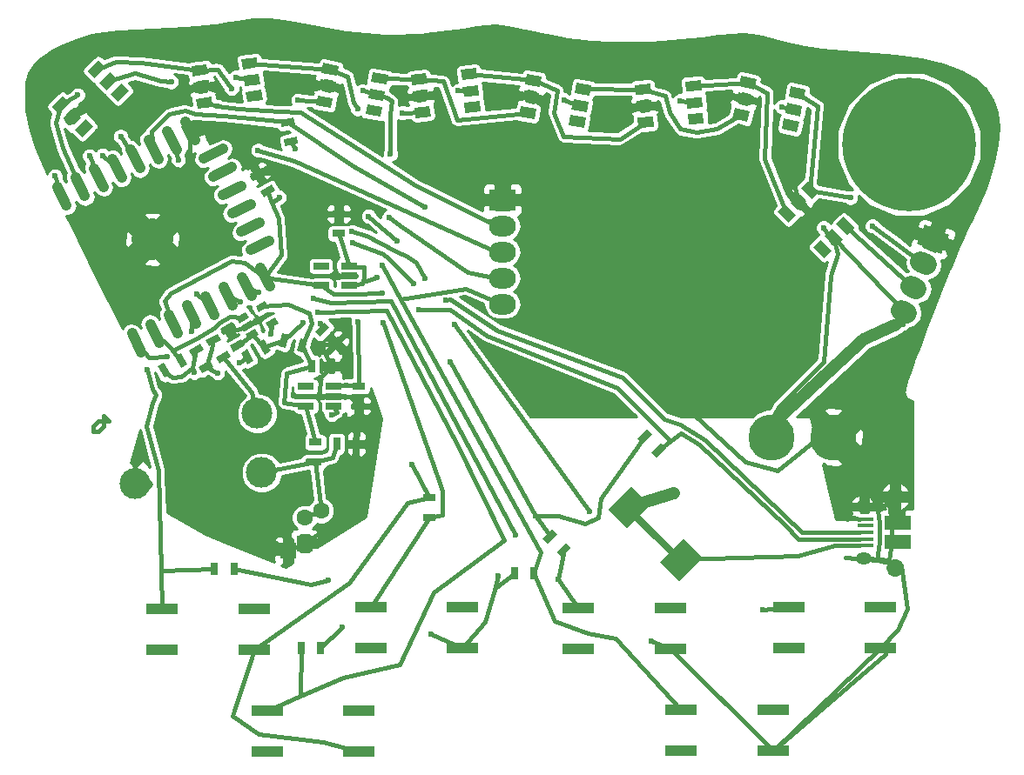
<source format=gtl>
G04 #@! TF.FileFunction,Copper,L1,Top,Signal*
%FSLAX46Y46*%
G04 Gerber Fmt 4.6, Leading zero omitted, Abs format (unit mm)*
G04 Created by KiCad (PCBNEW 4.0.7-e2-6376~58~ubuntu16.04.1) date Thu May  3 20:56:38 2018*
%MOMM*%
%LPD*%
G01*
G04 APERTURE LIST*
%ADD10C,0.100000*%
%ADD11C,4.064000*%
%ADD12R,0.700000X1.300000*%
%ADD13R,1.300000X0.700000*%
%ADD14C,1.000000*%
%ADD15C,2.000000*%
%ADD16R,1.600000X1.600000*%
%ADD17C,1.600000*%
%ADD18R,1.560000X0.650000*%
%ADD19R,3.100000X1.000000*%
%ADD20C,4.500000*%
%ADD21R,1.650000X0.400000*%
%ADD22O,1.500000X1.200000*%
%ADD23O,1.700000X1.700000*%
%ADD24R,2.500000X1.430000*%
%ADD25C,13.000000*%
%ADD26R,2.600000X2.000000*%
%ADD27O,2.600000X2.000000*%
%ADD28C,3.000000*%
%ADD29C,0.600000*%
%ADD30C,0.381000*%
%ADD31C,1.143000*%
%ADD32C,0.254000*%
G04 APERTURE END LIST*
D10*
D11*
X101080000Y-50100000D03*
D12*
X116590000Y-62410000D03*
X118490000Y-62410000D03*
D10*
G36*
X106287083Y-59919167D02*
X107412917Y-59269167D01*
X107762917Y-59875385D01*
X106637083Y-60525385D01*
X106287083Y-59919167D01*
X106287083Y-59919167D01*
G37*
G36*
X107237083Y-61564615D02*
X108362917Y-60914615D01*
X108712917Y-61520833D01*
X107587083Y-62170833D01*
X107237083Y-61564615D01*
X107237083Y-61564615D01*
G37*
D12*
X119020000Y-70000000D03*
X120920000Y-70000000D03*
D13*
X121170000Y-64400000D03*
X121170000Y-66300000D03*
D10*
G36*
X113032917Y-45340833D02*
X111907083Y-45990833D01*
X111557083Y-45384615D01*
X112682917Y-44734615D01*
X113032917Y-45340833D01*
X113032917Y-45340833D01*
G37*
G36*
X112082917Y-43695385D02*
X110957083Y-44345385D01*
X110607083Y-43739167D01*
X111732917Y-43089167D01*
X112082917Y-43695385D01*
X112082917Y-43695385D01*
G37*
D13*
X119220000Y-49510000D03*
X119220000Y-47610000D03*
D14*
X100012894Y-61041031D02*
X99104914Y-59259017D01*
X101794907Y-60133050D02*
X100886927Y-58351036D01*
X103576921Y-59225069D02*
X102668941Y-57443055D01*
X105358934Y-58317088D02*
X104450954Y-56535074D01*
X107140947Y-57409107D02*
X106232967Y-55627093D01*
X108922960Y-56501126D02*
X108014980Y-54719112D01*
X110704973Y-55593145D02*
X109796993Y-53811131D01*
X112486986Y-54685164D02*
X111579006Y-52903150D01*
X112453038Y-50213157D02*
X110671024Y-51121137D01*
X111545057Y-48431144D02*
X109763043Y-49339124D01*
X110637076Y-46649131D02*
X108855062Y-47557111D01*
X109729095Y-44867117D02*
X107947081Y-45775097D01*
X108821114Y-43085104D02*
X107039100Y-43993084D01*
X107913133Y-41303091D02*
X106131119Y-42211071D01*
X104315158Y-38647045D02*
X105223138Y-40429059D01*
X102533145Y-39555026D02*
X103441125Y-41337040D01*
X100751132Y-40463007D02*
X101659112Y-42245021D01*
X98969119Y-41370988D02*
X99877099Y-43153002D01*
X97187106Y-42278969D02*
X98095086Y-44060983D01*
X95405093Y-43186950D02*
X96313073Y-44968964D01*
X93623079Y-44094931D02*
X94531059Y-45876945D01*
X91841066Y-45002912D02*
X92749046Y-46784926D01*
D10*
G36*
X176179268Y-48655828D02*
X178589946Y-49629805D01*
X177840732Y-51484172D01*
X175430054Y-50510195D01*
X176179268Y-48655828D01*
X176179268Y-48655828D01*
G37*
D15*
X176336654Y-52537429D02*
X175780344Y-52312665D01*
X175385154Y-54892476D02*
X174828844Y-54667712D01*
X174433653Y-57247523D02*
X173877343Y-57022759D01*
D16*
X115900000Y-79680000D03*
D17*
X115900000Y-77180000D03*
D16*
X114300000Y-80350937D03*
D17*
X117500000Y-76509063D03*
D10*
G36*
X116203936Y-59868613D02*
X115867472Y-61124316D01*
X115191324Y-60943143D01*
X115527788Y-59687440D01*
X116203936Y-59868613D01*
X116203936Y-59868613D01*
G37*
G36*
X114368676Y-59376857D02*
X114032212Y-60632560D01*
X113356064Y-60451387D01*
X113692528Y-59195684D01*
X114368676Y-59376857D01*
X114368676Y-59376857D01*
G37*
G36*
X115275868Y-40787378D02*
X113995618Y-41013121D01*
X113874064Y-40323756D01*
X115154314Y-40098013D01*
X115275868Y-40787378D01*
X115275868Y-40787378D01*
G37*
G36*
X114945936Y-38916244D02*
X113665686Y-39141987D01*
X113544132Y-38452622D01*
X114824382Y-38226879D01*
X114945936Y-38916244D01*
X114945936Y-38916244D01*
G37*
D12*
X136320000Y-82600000D03*
X138220000Y-82600000D03*
D13*
X116960000Y-69840000D03*
X116960000Y-71740000D03*
X128020000Y-77150000D03*
X128020000Y-75250000D03*
D18*
X118720000Y-66320000D03*
X118720000Y-65370000D03*
X118720000Y-64420000D03*
X116020000Y-64420000D03*
X116020000Y-66320000D03*
X120210000Y-54590000D03*
X120210000Y-53640000D03*
X120210000Y-52690000D03*
X117510000Y-52690000D03*
X117510000Y-54590000D03*
D10*
G36*
X98100559Y-34905076D02*
X98807665Y-35612182D01*
X97747005Y-36672842D01*
X97039899Y-35965736D01*
X98100559Y-34905076D01*
X98100559Y-34905076D01*
G37*
G36*
X97004544Y-33809061D02*
X97711650Y-34516167D01*
X96650990Y-35576827D01*
X95943884Y-34869721D01*
X97004544Y-33809061D01*
X97004544Y-33809061D01*
G37*
G36*
X95837818Y-32642335D02*
X96544924Y-33349441D01*
X95484264Y-34410101D01*
X94777158Y-33702995D01*
X95837818Y-32642335D01*
X95837818Y-32642335D01*
G37*
G36*
X92372995Y-36107158D02*
X93080101Y-36814264D01*
X92019441Y-37874924D01*
X91312335Y-37167818D01*
X92372995Y-36107158D01*
X92372995Y-36107158D01*
G37*
G36*
X93504365Y-37238529D02*
X94211471Y-37945635D01*
X93150811Y-39006295D01*
X92443705Y-38299189D01*
X93504365Y-37238529D01*
X93504365Y-37238529D01*
G37*
G36*
X94635736Y-38369899D02*
X95342842Y-39077005D01*
X94282182Y-40137665D01*
X93575076Y-39430559D01*
X94635736Y-38369899D01*
X94635736Y-38369899D01*
G37*
G36*
X111671949Y-35513941D02*
X111811122Y-36504209D01*
X110325719Y-36712969D01*
X110186546Y-35722701D01*
X111671949Y-35513941D01*
X111671949Y-35513941D01*
G37*
G36*
X111456230Y-33979025D02*
X111595403Y-34969293D01*
X110110000Y-35178053D01*
X109970827Y-34187785D01*
X111456230Y-33979025D01*
X111456230Y-33979025D01*
G37*
G36*
X111226595Y-32345083D02*
X111365768Y-33335351D01*
X109880365Y-33544111D01*
X109741192Y-32553843D01*
X111226595Y-32345083D01*
X111226595Y-32345083D01*
G37*
G36*
X106374281Y-33027031D02*
X106513454Y-34017299D01*
X105028051Y-34226059D01*
X104888878Y-33235791D01*
X106374281Y-33027031D01*
X106374281Y-33027031D01*
G37*
G36*
X106596958Y-34611460D02*
X106736131Y-35601728D01*
X105250728Y-35810488D01*
X105111555Y-34820220D01*
X106596958Y-34611460D01*
X106596958Y-34611460D01*
G37*
G36*
X106819635Y-36195889D02*
X106958808Y-37186157D01*
X105473405Y-37394917D01*
X105334232Y-36404649D01*
X106819635Y-36195889D01*
X106819635Y-36195889D01*
G37*
G36*
X123470372Y-37188962D02*
X123296724Y-38173770D01*
X121819512Y-37913298D01*
X121993160Y-36928490D01*
X123470372Y-37188962D01*
X123470372Y-37188962D01*
G37*
G36*
X123739527Y-35662510D02*
X123565879Y-36647318D01*
X122088667Y-36386846D01*
X122262315Y-35402038D01*
X123739527Y-35662510D01*
X123739527Y-35662510D01*
G37*
G36*
X124026046Y-34037578D02*
X123852398Y-35022386D01*
X122375186Y-34761914D01*
X122548834Y-33777106D01*
X124026046Y-34037578D01*
X124026046Y-34037578D01*
G37*
G36*
X119200488Y-33186702D02*
X119026840Y-34171510D01*
X117549628Y-33911038D01*
X117723276Y-32926230D01*
X119200488Y-33186702D01*
X119200488Y-33186702D01*
G37*
G36*
X118922651Y-34762394D02*
X118749003Y-35747202D01*
X117271791Y-35486730D01*
X117445439Y-34501922D01*
X118922651Y-34762394D01*
X118922651Y-34762394D01*
G37*
G36*
X118644814Y-36338086D02*
X118471166Y-37322894D01*
X116993954Y-37062422D01*
X117167602Y-36077614D01*
X118644814Y-36338086D01*
X118644814Y-36338086D01*
G37*
G36*
X132917451Y-36609483D02*
X133021980Y-37604005D01*
X131530197Y-37760797D01*
X131425668Y-36766275D01*
X132917451Y-36609483D01*
X132917451Y-36609483D01*
G37*
G36*
X132755432Y-35067974D02*
X132859961Y-36062496D01*
X131368178Y-36219288D01*
X131263649Y-35224766D01*
X132755432Y-35067974D01*
X132755432Y-35067974D01*
G37*
G36*
X132582960Y-33427013D02*
X132687489Y-34421535D01*
X131195706Y-34578327D01*
X131091177Y-33583805D01*
X132582960Y-33427013D01*
X132582960Y-33427013D01*
G37*
G36*
X127709803Y-33939203D02*
X127814332Y-34933725D01*
X126322549Y-35090517D01*
X126218020Y-34095995D01*
X127709803Y-33939203D01*
X127709803Y-33939203D01*
G37*
G36*
X127877048Y-35530438D02*
X127981577Y-36524960D01*
X126489794Y-36681752D01*
X126385265Y-35687230D01*
X127877048Y-35530438D01*
X127877048Y-35530438D01*
G37*
G36*
X128044294Y-37121673D02*
X128148823Y-38116195D01*
X126657040Y-38272987D01*
X126552511Y-37278465D01*
X128044294Y-37121673D01*
X128044294Y-37121673D01*
G37*
G36*
X143240372Y-38248962D02*
X143066724Y-39233770D01*
X141589512Y-38973298D01*
X141763160Y-37988490D01*
X143240372Y-38248962D01*
X143240372Y-38248962D01*
G37*
G36*
X143509527Y-36722510D02*
X143335879Y-37707318D01*
X141858667Y-37446846D01*
X142032315Y-36462038D01*
X143509527Y-36722510D01*
X143509527Y-36722510D01*
G37*
G36*
X143796046Y-35097578D02*
X143622398Y-36082386D01*
X142145186Y-35821914D01*
X142318834Y-34837106D01*
X143796046Y-35097578D01*
X143796046Y-35097578D01*
G37*
G36*
X138970488Y-34246702D02*
X138796840Y-35231510D01*
X137319628Y-34971038D01*
X137493276Y-33986230D01*
X138970488Y-34246702D01*
X138970488Y-34246702D01*
G37*
G36*
X138692651Y-35822394D02*
X138519003Y-36807202D01*
X137041791Y-36546730D01*
X137215439Y-35561922D01*
X138692651Y-35822394D01*
X138692651Y-35822394D01*
G37*
G36*
X138414814Y-37398086D02*
X138241166Y-38382894D01*
X136763954Y-38122422D01*
X136937602Y-37137614D01*
X138414814Y-37398086D01*
X138414814Y-37398086D01*
G37*
G36*
X154638937Y-37794100D02*
X154708693Y-38791664D01*
X153212347Y-38896298D01*
X153142591Y-37898734D01*
X154638937Y-37794100D01*
X154638937Y-37794100D01*
G37*
G36*
X154530815Y-36247876D02*
X154600571Y-37245440D01*
X153104225Y-37350074D01*
X153034469Y-36352510D01*
X154530815Y-36247876D01*
X154530815Y-36247876D01*
G37*
G36*
X154415717Y-34601895D02*
X154485473Y-35599459D01*
X152989127Y-35704093D01*
X152919371Y-34706529D01*
X154415717Y-34601895D01*
X154415717Y-34601895D01*
G37*
G36*
X149527653Y-34943702D02*
X149597409Y-35941266D01*
X148101063Y-36045900D01*
X148031307Y-35048336D01*
X149527653Y-34943702D01*
X149527653Y-34943702D01*
G37*
G36*
X149639263Y-36539804D02*
X149709019Y-37537368D01*
X148212673Y-37642002D01*
X148142917Y-36644438D01*
X149639263Y-36539804D01*
X149639263Y-36539804D01*
G37*
G36*
X149750873Y-38135907D02*
X149820629Y-39133471D01*
X148324283Y-39238105D01*
X148254527Y-38240541D01*
X149750873Y-38135907D01*
X149750873Y-38135907D01*
G37*
G36*
X163961370Y-38646280D02*
X163753458Y-39624428D01*
X162286236Y-39312560D01*
X162494148Y-38334412D01*
X163961370Y-38646280D01*
X163961370Y-38646280D01*
G37*
G36*
X164283633Y-37130151D02*
X164075721Y-38108299D01*
X162608499Y-37796431D01*
X162816411Y-36818283D01*
X164283633Y-37130151D01*
X164283633Y-37130151D01*
G37*
G36*
X164626687Y-35516207D02*
X164418775Y-36494355D01*
X162951553Y-36182487D01*
X163159465Y-35204339D01*
X164626687Y-35516207D01*
X164626687Y-35516207D01*
G37*
G36*
X159833764Y-34497440D02*
X159625852Y-35475588D01*
X158158630Y-35163720D01*
X158366542Y-34185572D01*
X159833764Y-34497440D01*
X159833764Y-34497440D01*
G37*
G36*
X159501105Y-36062476D02*
X159293193Y-37040624D01*
X157825971Y-36728756D01*
X158033883Y-35750608D01*
X159501105Y-36062476D01*
X159501105Y-36062476D01*
G37*
G36*
X159168447Y-37627513D02*
X158960535Y-38605661D01*
X157493313Y-38293793D01*
X157701225Y-37315645D01*
X159168447Y-37627513D01*
X159168447Y-37627513D01*
G37*
G36*
X167104924Y-51200559D02*
X166397818Y-51907665D01*
X165337158Y-50847005D01*
X166044264Y-50139899D01*
X167104924Y-51200559D01*
X167104924Y-51200559D01*
G37*
G36*
X168200939Y-50104544D02*
X167493833Y-50811650D01*
X166433173Y-49750990D01*
X167140279Y-49043884D01*
X168200939Y-50104544D01*
X168200939Y-50104544D01*
G37*
G36*
X169367665Y-48937818D02*
X168660559Y-49644924D01*
X167599899Y-48584264D01*
X168307005Y-47877158D01*
X169367665Y-48937818D01*
X169367665Y-48937818D01*
G37*
G36*
X165902842Y-45472995D02*
X165195736Y-46180101D01*
X164135076Y-45119441D01*
X164842182Y-44412335D01*
X165902842Y-45472995D01*
X165902842Y-45472995D01*
G37*
G36*
X164771471Y-46604365D02*
X164064365Y-47311471D01*
X163003705Y-46250811D01*
X163710811Y-45543705D01*
X164771471Y-46604365D01*
X164771471Y-46604365D01*
G37*
G36*
X163640101Y-47735736D02*
X162932995Y-48442842D01*
X161872335Y-47382182D01*
X162579441Y-46675076D01*
X163640101Y-47735736D01*
X163640101Y-47735736D01*
G37*
D19*
X102055000Y-86040000D03*
X102055000Y-90040000D03*
X110965000Y-90040000D03*
X110965000Y-86040000D03*
X112275000Y-95930000D03*
X112275000Y-99930000D03*
X121185000Y-99930000D03*
X121185000Y-95930000D03*
X122335000Y-85870000D03*
X122335000Y-89870000D03*
X131245000Y-89870000D03*
X131245000Y-85870000D03*
X142535000Y-85930000D03*
X142535000Y-89930000D03*
X151445000Y-89930000D03*
X151445000Y-85930000D03*
X162955000Y-85860000D03*
X162955000Y-89860000D03*
X171865000Y-89860000D03*
X171865000Y-85860000D03*
X152515000Y-95840000D03*
X152515000Y-99840000D03*
X161425000Y-99840000D03*
X161425000Y-95840000D03*
D20*
X167330000Y-69340000D03*
X161330000Y-69340000D03*
D21*
X170410000Y-79900000D03*
X170410000Y-79250000D03*
X170410000Y-78600000D03*
X170410000Y-77950000D03*
X170410000Y-77300000D03*
D22*
X170290000Y-81120000D03*
X170290000Y-76080000D03*
D23*
X173290000Y-82050000D03*
X173290000Y-75150000D03*
D24*
X173530000Y-79560000D03*
X173530000Y-77640000D03*
D10*
G36*
X150474974Y-81467716D02*
X152737716Y-79204974D01*
X154576194Y-81043452D01*
X152313452Y-83306194D01*
X150474974Y-81467716D01*
X150474974Y-81467716D01*
G37*
G36*
X145383806Y-76376548D02*
X147646548Y-74113806D01*
X149485026Y-75952284D01*
X147222284Y-78215026D01*
X145383806Y-76376548D01*
X145383806Y-76376548D01*
G37*
G36*
X148281142Y-69450381D02*
X149200381Y-68531142D01*
X149695356Y-69026117D01*
X148776117Y-69945356D01*
X148281142Y-69450381D01*
X148281142Y-69450381D01*
G37*
G36*
X149624644Y-70793883D02*
X150543883Y-69874644D01*
X151038858Y-70369619D01*
X150119619Y-71288858D01*
X149624644Y-70793883D01*
X149624644Y-70793883D01*
G37*
D25*
X174680000Y-40850000D03*
D26*
X135128000Y-46228000D03*
D27*
X135128000Y-48768000D03*
X135128000Y-51308000D03*
X135128000Y-53848000D03*
X135128000Y-56388000D03*
D28*
X99420515Y-73880000D03*
X111285064Y-67030000D03*
X111720000Y-72783332D03*
D12*
X107120000Y-82140000D03*
X109020000Y-82140000D03*
X115560000Y-89840000D03*
X117460000Y-89840000D03*
D10*
G36*
X141808858Y-80089619D02*
X140889619Y-81008858D01*
X140394644Y-80513883D01*
X141313883Y-79594644D01*
X141808858Y-80089619D01*
X141808858Y-80089619D01*
G37*
G36*
X140465356Y-78746117D02*
X139546117Y-79665356D01*
X139051142Y-79170381D01*
X139970381Y-78251142D01*
X140465356Y-78746117D01*
X140465356Y-78746117D01*
G37*
G36*
X102259167Y-63572917D02*
X101609167Y-62447083D01*
X102215385Y-62097083D01*
X102865385Y-63222917D01*
X102259167Y-63572917D01*
X102259167Y-63572917D01*
G37*
G36*
X103904615Y-62622917D02*
X103254615Y-61497083D01*
X103860833Y-61147083D01*
X104510833Y-62272917D01*
X103904615Y-62622917D01*
X103904615Y-62622917D01*
G37*
G36*
X110092917Y-60400833D02*
X108967083Y-61050833D01*
X108617083Y-60444615D01*
X109742917Y-59794615D01*
X110092917Y-60400833D01*
X110092917Y-60400833D01*
G37*
G36*
X109142917Y-58755385D02*
X108017083Y-59405385D01*
X107667083Y-58799167D01*
X108792917Y-58149167D01*
X109142917Y-58755385D01*
X109142917Y-58755385D01*
G37*
G36*
X104627083Y-60879167D02*
X105752917Y-60229167D01*
X106102917Y-60835385D01*
X104977083Y-61485385D01*
X104627083Y-60879167D01*
X104627083Y-60879167D01*
G37*
G36*
X105577083Y-62524615D02*
X106702917Y-61874615D01*
X107052917Y-62480833D01*
X105927083Y-63130833D01*
X105577083Y-62524615D01*
X105577083Y-62524615D01*
G37*
G36*
X111940833Y-59827083D02*
X112590833Y-60952917D01*
X111984615Y-61302917D01*
X111334615Y-60177083D01*
X111940833Y-59827083D01*
X111940833Y-59827083D01*
G37*
G36*
X110295385Y-60777083D02*
X110945385Y-61902917D01*
X110339167Y-62252917D01*
X109689167Y-61127083D01*
X110295385Y-60777083D01*
X110295385Y-60777083D01*
G37*
G36*
X109555879Y-58253734D02*
X109230879Y-57690818D01*
X110148865Y-57160818D01*
X110473865Y-57723734D01*
X109555879Y-58253734D01*
X109555879Y-58253734D01*
G37*
G36*
X110030879Y-59076458D02*
X109705879Y-58513542D01*
X110623865Y-57983542D01*
X110948865Y-58546458D01*
X110030879Y-59076458D01*
X110030879Y-59076458D01*
G37*
G36*
X110505879Y-59899182D02*
X110180879Y-59336266D01*
X111098865Y-58806266D01*
X111423865Y-59369182D01*
X110505879Y-59899182D01*
X110505879Y-59899182D01*
G37*
G36*
X112411135Y-58799182D02*
X112086135Y-58236266D01*
X113004121Y-57706266D01*
X113329121Y-58269182D01*
X112411135Y-58799182D01*
X112411135Y-58799182D01*
G37*
G36*
X111461135Y-57153734D02*
X111136135Y-56590818D01*
X112054121Y-56060818D01*
X112379121Y-56623734D01*
X111461135Y-57153734D01*
X111461135Y-57153734D01*
G37*
G36*
X116901142Y-59080381D02*
X117820381Y-58161142D01*
X118315356Y-58656117D01*
X117396117Y-59575356D01*
X116901142Y-59080381D01*
X116901142Y-59080381D01*
G37*
G36*
X118244644Y-60423883D02*
X119163883Y-59504644D01*
X119658858Y-59999619D01*
X118739619Y-60918858D01*
X118244644Y-60423883D01*
X118244644Y-60423883D01*
G37*
D29*
X139110000Y-66360000D03*
X111200000Y-58060000D03*
X117480000Y-60280000D03*
X112760000Y-40580000D03*
X126340000Y-71970000D03*
X105670000Y-74990000D03*
X145080000Y-60990000D03*
X149620000Y-89170000D03*
X102320000Y-49840000D03*
X117350000Y-65210000D03*
X119080000Y-53785000D03*
X164900000Y-61525000D03*
X163475000Y-44730000D03*
X156060000Y-37570000D03*
X150285000Y-37350000D03*
X139210000Y-37185000D03*
X147220000Y-37675000D03*
X128750000Y-36350000D03*
X119480000Y-35785000D03*
X125365000Y-36460000D03*
X116350000Y-35560000D03*
X109515000Y-39245000D03*
X107690000Y-35800000D03*
X135480000Y-36575000D03*
X109600000Y-62060000D03*
X107440000Y-63080000D03*
X119580000Y-87820000D03*
X118190000Y-83260000D03*
X128190000Y-88510000D03*
X130048000Y-61976000D03*
X123430000Y-55320000D03*
X134700000Y-82840000D03*
X138330000Y-76975000D03*
X113445000Y-46005000D03*
X114970000Y-41230000D03*
X104880000Y-59080000D03*
X102570000Y-61500000D03*
X105380000Y-55380000D03*
X100570000Y-62775000D03*
X116800000Y-55820000D03*
X111420000Y-55260000D03*
X140515000Y-83170000D03*
X136370000Y-78840000D03*
X122100000Y-47835000D03*
X124905000Y-50250000D03*
X123495000Y-58225000D03*
X103630000Y-42365000D03*
X127600000Y-46910000D03*
X130480000Y-58395000D03*
X143610000Y-76585000D03*
X160430000Y-86110000D03*
X98005000Y-40050000D03*
X123425000Y-52650000D03*
X107420000Y-37130000D03*
X93840000Y-36050000D03*
X171095000Y-48790000D03*
X168960000Y-46025000D03*
X108800000Y-35410000D03*
X115260000Y-36545000D03*
X121035000Y-37370000D03*
X125425000Y-37780000D03*
X111375000Y-41405000D03*
X91630000Y-43930000D03*
X121090000Y-58085000D03*
X118530000Y-67140000D03*
X120005000Y-64315000D03*
X122935000Y-53765000D03*
X151770000Y-74825000D03*
X166340000Y-48960000D03*
X162280000Y-37170000D03*
X152400000Y-36580000D03*
X141110000Y-36530000D03*
X130830000Y-35620000D03*
X121550000Y-35620000D03*
X109210000Y-34310000D03*
X102920000Y-34750000D03*
X124250000Y-41800000D03*
X124090000Y-47970000D03*
X109640000Y-56160000D03*
X117220000Y-57180000D03*
X120520000Y-49330000D03*
X94975000Y-41960000D03*
X129640000Y-56010000D03*
X127630000Y-53890000D03*
X127000000Y-56896000D03*
X126492000Y-54356000D03*
X96255000Y-41910000D03*
X120585000Y-50370000D03*
X115760000Y-58240000D03*
X117420000Y-58250000D03*
X105140000Y-63040000D03*
X112640000Y-59280000D03*
D30*
X95816000Y-68808000D02*
X96324000Y-68300000D01*
X96324000Y-68300000D02*
X96324000Y-67284000D01*
X96324000Y-67284000D02*
X96832000Y-67792000D01*
X96832000Y-67792000D02*
X95816000Y-67792000D01*
X95816000Y-67792000D02*
X95308000Y-68300000D01*
X95308000Y-68300000D02*
X95308000Y-68808000D01*
X95308000Y-68808000D02*
X95816000Y-68808000D01*
X139110000Y-66360000D02*
X139140000Y-66360000D01*
X118951751Y-60211751D02*
X117480000Y-60280000D01*
X178090000Y-53640000D02*
X178840000Y-51800000D01*
X178840000Y-51800000D02*
X178670000Y-50740000D01*
X178670000Y-50740000D02*
X177010000Y-50070000D01*
X177640000Y-53700000D02*
X178570000Y-51690000D01*
X178570000Y-51690000D02*
X178350000Y-50880000D01*
X178350000Y-50880000D02*
X177010000Y-50070000D01*
X172210000Y-47630000D02*
X177010000Y-50070000D01*
X141226581Y-50812652D02*
X164301479Y-49385060D01*
X164301479Y-49385060D02*
X164301479Y-49385061D01*
X111200000Y-58060000D02*
X110327372Y-58530000D01*
X118490000Y-62410000D02*
X117480000Y-60280000D01*
X110327372Y-58530000D02*
X109360000Y-58920000D01*
X109360000Y-58920000D02*
X108405000Y-58777276D01*
X112760000Y-40580000D02*
X110800000Y-40480000D01*
X110800000Y-40480000D02*
X109648676Y-41212661D01*
X128020000Y-75250000D02*
X126340000Y-71970000D01*
X110965000Y-90040000D02*
X120250000Y-83480000D01*
X120250000Y-83480000D02*
X125900000Y-75720000D01*
X125900000Y-75720000D02*
X128020000Y-75250000D01*
X114300000Y-80350937D02*
X105670000Y-74990000D01*
X120920000Y-70000000D02*
X119360000Y-77170000D01*
X119360000Y-77170000D02*
X115900000Y-79680000D01*
X120920000Y-70000000D02*
X121385547Y-67075410D01*
X121385547Y-67075410D02*
X121385547Y-67075409D01*
X118490000Y-62410000D02*
X117470000Y-63570000D01*
X117470000Y-63570000D02*
X117350000Y-65210000D01*
X172740000Y-81330000D02*
X169740000Y-81020000D01*
X172980000Y-79560000D02*
X172740000Y-81330000D01*
X172980000Y-77640000D02*
X172980000Y-79560000D01*
X172740000Y-75870000D02*
X172980000Y-77640000D01*
X169740000Y-76180000D02*
X172740000Y-75870000D01*
X168620000Y-77020000D02*
X169860000Y-77300000D01*
X166700000Y-68700000D02*
X168930000Y-67220000D01*
X168930000Y-67220000D02*
X175210000Y-60840000D01*
X175210000Y-60840000D02*
X178090000Y-53640000D01*
X177640000Y-53700000D02*
X174900000Y-60690000D01*
X174900000Y-60690000D02*
X166700000Y-68700000D01*
X145080000Y-60990000D02*
X141226581Y-50812652D01*
X141226581Y-50812652D02*
X139730000Y-46860000D01*
X139730000Y-46860000D02*
X135128000Y-46228000D01*
X166700000Y-68700000D02*
X161890000Y-72630000D01*
X161890000Y-72630000D02*
X158780000Y-71740000D01*
X158780000Y-71740000D02*
X152640000Y-66140000D01*
X152640000Y-66140000D02*
X145080000Y-60990000D01*
X149620000Y-89170000D02*
X151445000Y-89930000D01*
X104769148Y-39538052D02*
X104740000Y-42630000D01*
X104740000Y-42630000D02*
X102320000Y-49840000D01*
X119220000Y-47610000D02*
X116580359Y-47884391D01*
X116580359Y-47884391D02*
X116580359Y-47884390D01*
X118720000Y-65370000D02*
X120335000Y-65400000D01*
X120335000Y-65400000D02*
X121170000Y-66300000D01*
X121170000Y-66300000D02*
X121385547Y-67075409D01*
X116930441Y-65364916D02*
X117350000Y-65210000D01*
X119080000Y-53785000D02*
X120210000Y-53640000D01*
X115900000Y-79680000D02*
X114300000Y-80350937D01*
X161425000Y-99840000D02*
X171865000Y-89860000D01*
X164979064Y-47284265D02*
X164301479Y-49385061D01*
X164301479Y-49385061D02*
X163450000Y-52025000D01*
X163450000Y-52025000D02*
X164900000Y-61525000D01*
X163887588Y-46427588D02*
X164979064Y-47284265D01*
X164979064Y-47284265D02*
X164980000Y-47285000D01*
X164980000Y-47285000D02*
X167985000Y-47080000D01*
X167985000Y-47080000D02*
X172210000Y-47630000D01*
X163475000Y-44730000D02*
X163887588Y-46427588D01*
X158663538Y-36395616D02*
X156930000Y-36130000D01*
X156930000Y-36130000D02*
X156910000Y-36130000D01*
X156910000Y-36130000D02*
X156060000Y-37570000D01*
X150285000Y-37350000D02*
X148925968Y-37090903D01*
X137867221Y-36184562D02*
X139210000Y-37185000D01*
X147220000Y-37675000D02*
X148925968Y-37090903D01*
X127183421Y-36106095D02*
X128750000Y-36350000D01*
X135480000Y-36575000D02*
X137867221Y-36184562D01*
X118097221Y-35124562D02*
X119480000Y-35785000D01*
X125365000Y-36460000D02*
X127183421Y-36106095D01*
X110965000Y-90040000D02*
X108910000Y-96450000D01*
X108910000Y-96450000D02*
X111455000Y-98210000D01*
X111455000Y-98210000D02*
X117710000Y-99020000D01*
X117710000Y-99020000D02*
X121185000Y-99930000D01*
X171865000Y-89860000D02*
X173590000Y-88095000D01*
X173590000Y-88095000D02*
X174540000Y-86025000D01*
X174540000Y-86025000D02*
X173900000Y-81835000D01*
X173900000Y-81835000D02*
X171530000Y-81330000D01*
X161425000Y-99840000D02*
X172375000Y-90500000D01*
X151445000Y-89930000D02*
X161425000Y-99840000D01*
X171530000Y-81330000D02*
X168530000Y-81020000D01*
X171770000Y-79560000D02*
X171530000Y-81330000D01*
X171770000Y-77640000D02*
X171770000Y-79560000D01*
X171770000Y-77640000D02*
X171530000Y-75870000D01*
X168530000Y-76180000D02*
X168620000Y-77020000D01*
X168620000Y-77020000D02*
X168650000Y-77300000D01*
X171530000Y-75870000D02*
X168530000Y-76180000D01*
X166700000Y-68700000D02*
X171530000Y-75870000D01*
X118097221Y-35124562D02*
X116350000Y-35560000D01*
X93327588Y-38122412D02*
X95690000Y-37020000D01*
X101590000Y-36930000D02*
X105923843Y-35210974D01*
X98080000Y-37260000D02*
X101590000Y-36930000D01*
X95690000Y-37020000D02*
X98080000Y-37260000D01*
X105923843Y-35210974D02*
X107690000Y-35800000D01*
X109515000Y-39245000D02*
X109549293Y-39459502D01*
X120210000Y-53640000D02*
X119010000Y-53600000D01*
X113790000Y-43480000D02*
X111345000Y-43717276D01*
X118890000Y-51530000D02*
X116580359Y-47884390D01*
X116580359Y-47884390D02*
X113790000Y-43480000D01*
X118810000Y-52770000D02*
X118890000Y-51530000D01*
X119010000Y-53600000D02*
X118810000Y-52770000D01*
X111345000Y-43717276D02*
X109648676Y-41212661D01*
X109648676Y-41212661D02*
X108570000Y-39620000D01*
X106510000Y-39230000D02*
X104769148Y-39538052D01*
X108570000Y-39620000D02*
X109549293Y-39459502D01*
X109549293Y-39459502D02*
X106510000Y-39230000D01*
X115200000Y-65360000D02*
X116930441Y-65364916D01*
X116930441Y-65364916D02*
X118720000Y-65370000D01*
X110317276Y-61515000D02*
X109600000Y-62060000D01*
X107440000Y-63080000D02*
X106315000Y-62502724D01*
X106315000Y-62502724D02*
X106880000Y-60700000D01*
X106880000Y-60700000D02*
X107025000Y-59897276D01*
X111285064Y-67030000D02*
X110785064Y-64970000D01*
X107975000Y-61542724D02*
X110785064Y-64970000D01*
X111720000Y-72783332D02*
X116960000Y-71740000D01*
X116960000Y-71740000D02*
X118610000Y-71320000D01*
X118610000Y-71320000D02*
X119020000Y-70000000D01*
X116170000Y-71550000D02*
X116960000Y-71740000D01*
X117500000Y-76509063D02*
X115900000Y-77180000D01*
X116960000Y-71740000D02*
X117500000Y-76509063D01*
X112032996Y-53794157D02*
X110060000Y-52340000D01*
X110060000Y-52340000D02*
X108820000Y-52180000D01*
X108820000Y-52180000D02*
X102860000Y-55360000D01*
X102860000Y-55360000D02*
X102300000Y-56100000D01*
X102300000Y-56100000D02*
X103122931Y-58334062D01*
X139758249Y-78958249D02*
X138330000Y-76975000D01*
X117460000Y-89840000D02*
X119580000Y-87820000D01*
X109020000Y-82140000D02*
X116510000Y-83710000D01*
X116510000Y-83710000D02*
X118190000Y-83260000D01*
X128190000Y-88510000D02*
X131245000Y-89870000D01*
X130048000Y-61976000D02*
X138330000Y-76975000D01*
X117510000Y-54590000D02*
X118690000Y-55365000D01*
X118690000Y-55365000D02*
X120365000Y-55445000D01*
X120365000Y-55445000D02*
X123430000Y-55320000D01*
X140510000Y-77032232D02*
X143195000Y-77730000D01*
X143195000Y-77730000D02*
X144480000Y-77170000D01*
X144480000Y-77170000D02*
X144700000Y-75270000D01*
X144700000Y-75270000D02*
X148988249Y-69238249D01*
X134390671Y-84193215D02*
X134700000Y-82840000D01*
X138330000Y-76975000D02*
X140510000Y-77032232D01*
X140510000Y-77032232D02*
X140425000Y-77030000D01*
X131245000Y-89870000D02*
X133420000Y-87335000D01*
X133420000Y-87335000D02*
X134390671Y-84193215D01*
X134390671Y-84193215D02*
X134455000Y-83985000D01*
X134455000Y-83985000D02*
X136320000Y-82600000D01*
X112730550Y-46476277D02*
X113445000Y-46005000D01*
X114970000Y-41230000D02*
X114574966Y-40555567D01*
X117510000Y-54590000D02*
X112032996Y-53794157D01*
X112032996Y-53794157D02*
X113630000Y-51610000D01*
X113350000Y-48060000D02*
X112730550Y-46476277D01*
X112730550Y-46476277D02*
X112295000Y-45362724D01*
X113630000Y-51610000D02*
X113350000Y-48060000D01*
X99558904Y-60150024D02*
X100780000Y-61620000D01*
X104880000Y-59080000D02*
X104904944Y-57426081D01*
X100780000Y-61620000D02*
X102570000Y-61500000D01*
X107120000Y-82140000D02*
X101950874Y-82303946D01*
X101950874Y-82303946D02*
X101950874Y-82303959D01*
X105380000Y-55380000D02*
X106686957Y-56518100D01*
X100505000Y-68255000D02*
X101115000Y-65975000D01*
X101115000Y-65975000D02*
X101435000Y-65225000D01*
X101435000Y-65225000D02*
X101055000Y-64650000D01*
X101055000Y-64650000D02*
X100570000Y-62775000D01*
X102055000Y-86040000D02*
X101950874Y-82303959D01*
X101950874Y-82303959D02*
X101680000Y-72585000D01*
X101680000Y-72585000D02*
X100505000Y-68255000D01*
X141101751Y-80301751D02*
X140515000Y-83170000D01*
X118420000Y-56280000D02*
X116800000Y-55820000D01*
X111420000Y-55260000D02*
X110250983Y-54702138D01*
X142535000Y-85930000D02*
X140515000Y-83170000D01*
X136370000Y-78840000D02*
X124275000Y-56105000D01*
X124275000Y-56105000D02*
X118420000Y-56280000D01*
X118420000Y-56280000D02*
X118525000Y-56278094D01*
X128020000Y-77150000D02*
X122335000Y-85870000D01*
X122100000Y-47835000D02*
X124905000Y-50250000D01*
X123495000Y-58225000D02*
X129250000Y-74545000D01*
X129250000Y-74545000D02*
X129250000Y-76945000D01*
X129250000Y-76945000D02*
X128020000Y-77150000D01*
X102987135Y-40446033D02*
X103630000Y-42365000D01*
X114245034Y-38684433D02*
X120510000Y-42865000D01*
X120510000Y-42865000D02*
X127600000Y-46910000D01*
X130480000Y-58395000D02*
X143610000Y-76585000D01*
X160430000Y-86110000D02*
X162955000Y-85860000D01*
X114245034Y-38684433D02*
X107970000Y-38070000D01*
X101040000Y-39580000D02*
X101205122Y-41354014D01*
X102730000Y-37910000D02*
X101040000Y-39580000D01*
X104320000Y-37570000D02*
X102730000Y-37910000D01*
X105220000Y-37890000D02*
X104320000Y-37570000D01*
X107970000Y-38070000D02*
X105220000Y-37890000D01*
X131572000Y-54864000D02*
X125235699Y-55920050D01*
X125235699Y-55920050D02*
X125235699Y-55920051D01*
X135128000Y-56388000D02*
X131572000Y-54864000D01*
X138220000Y-82600000D02*
X140250000Y-87235000D01*
X140250000Y-87235000D02*
X143420000Y-88390000D01*
X143420000Y-88390000D02*
X146140000Y-88940000D01*
X146140000Y-88940000D02*
X152515000Y-95840000D01*
X99423109Y-42261995D02*
X98005000Y-40050000D01*
X123425000Y-52650000D02*
X125235699Y-55920051D01*
X125235699Y-55920051D02*
X138860000Y-80525000D01*
X138860000Y-80525000D02*
X138220000Y-82600000D01*
X107420000Y-37130000D02*
X109470000Y-37400000D01*
X109470000Y-37400000D02*
X113490000Y-37645000D01*
X113490000Y-37645000D02*
X115460000Y-37675000D01*
X115460000Y-37675000D02*
X126685000Y-44805000D01*
X107420000Y-37130000D02*
X106146520Y-36795403D01*
X92196218Y-36991041D02*
X93840000Y-36050000D01*
X92196218Y-36991041D02*
X91680000Y-38760000D01*
X92370000Y-41160000D02*
X94077069Y-44985938D01*
X91680000Y-38760000D02*
X92370000Y-41160000D01*
X126685000Y-44805000D02*
X133588145Y-48291393D01*
X133588145Y-48291393D02*
X134651393Y-48291393D01*
X134651393Y-48291393D02*
X135128000Y-48768000D01*
X133588145Y-48291393D02*
X134615000Y-48810000D01*
X171095000Y-48790000D02*
X176058499Y-52425047D01*
X163789120Y-35849347D02*
X165770000Y-37085000D01*
X165770000Y-37085000D02*
X165018959Y-45296218D01*
X168960000Y-46025000D02*
X165018959Y-45296218D01*
X175106999Y-54780094D02*
X168483782Y-48761041D01*
X105701166Y-33626545D02*
X107485000Y-33530000D01*
X107485000Y-33530000D02*
X108800000Y-35410000D01*
X115260000Y-36545000D02*
X117819384Y-36700254D01*
X95661041Y-33526218D02*
X97510000Y-32810000D01*
X99960000Y-32870000D02*
X105701166Y-33626545D01*
X97510000Y-32810000D02*
X99960000Y-32870000D01*
X118375058Y-33548870D02*
X120075000Y-34230000D01*
X120075000Y-34230000D02*
X120685000Y-36820000D01*
X120685000Y-36820000D02*
X121035000Y-37370000D01*
X125425000Y-37780000D02*
X127350667Y-37697330D01*
X110553480Y-32944597D02*
X118375058Y-33548870D01*
X137589384Y-37760254D02*
X130690000Y-38440000D01*
X130690000Y-38440000D02*
X129355000Y-34700000D01*
X129355000Y-34700000D02*
X127016176Y-34514860D01*
X123200616Y-34399746D02*
X127016176Y-34514860D01*
X138145058Y-34608870D02*
X140450000Y-35600000D01*
X140450000Y-35600000D02*
X140165000Y-37755000D01*
X140165000Y-37755000D02*
X141080000Y-40050000D01*
X141080000Y-40050000D02*
X146530000Y-40295000D01*
X146530000Y-40295000D02*
X149037578Y-38687006D01*
X131889333Y-34002670D02*
X138145058Y-34608870D01*
X148814358Y-35494801D02*
X150935000Y-36130000D01*
X150935000Y-36130000D02*
X151385000Y-37735000D01*
X151385000Y-37735000D02*
X152440000Y-39360000D01*
X152440000Y-39360000D02*
X154045000Y-39685000D01*
X154045000Y-39685000D02*
X155995000Y-39320000D01*
X155995000Y-39320000D02*
X158330880Y-37960653D01*
X142970616Y-35459746D02*
X148814358Y-35494801D01*
X111375000Y-41405000D02*
X114880000Y-42460000D01*
X114880000Y-42460000D02*
X134615000Y-51350000D01*
X92295056Y-45893919D02*
X91630000Y-43930000D01*
X162756218Y-47558959D02*
X160655000Y-42245000D01*
X160655000Y-42245000D02*
X160880000Y-35820000D01*
X160880000Y-35820000D02*
X158996197Y-34830580D01*
X158996197Y-34830580D02*
X153702422Y-35152994D01*
X152525584Y-81255584D02*
X147434416Y-76164416D01*
X147434416Y-76164416D02*
X147434416Y-76574416D01*
X147434416Y-76574416D02*
X152115584Y-81255584D01*
X152115584Y-81255584D02*
X152525584Y-81255584D01*
X160700000Y-68700000D02*
X162000000Y-66410000D01*
X162000000Y-66410000D02*
X166350000Y-62000000D01*
X166350000Y-62000000D02*
X167030000Y-53620000D01*
X167030000Y-53620000D02*
X167700000Y-51490000D01*
X167700000Y-51490000D02*
X167317056Y-49927767D01*
X173638587Y-58429709D02*
X174155498Y-57135141D01*
X173246119Y-58471991D02*
X173638587Y-58429709D01*
X173638587Y-58429709D02*
X174100000Y-58380000D01*
X174100000Y-58380000D02*
X174155498Y-57135141D01*
X173246119Y-58471991D02*
X174155498Y-57135141D01*
X167317056Y-49927767D02*
X174155498Y-57135141D01*
X119220000Y-49510000D02*
X120210000Y-52690000D01*
X121170000Y-64400000D02*
X121090000Y-58085000D01*
X120005000Y-64315000D02*
X118720000Y-64420000D01*
X119012900Y-66930208D02*
X118530000Y-67140000D01*
X120005000Y-64315000D02*
X121170000Y-64400000D01*
X119012900Y-66930208D02*
X118720000Y-66320000D01*
X121577471Y-54228880D02*
X122935000Y-53765000D01*
X123850000Y-36290000D02*
X122914097Y-36024678D01*
X120210000Y-54590000D02*
X121535000Y-54420000D01*
X121535000Y-54420000D02*
X121577471Y-54228880D01*
X121577471Y-54228880D02*
X121685000Y-53745000D01*
X121685000Y-53745000D02*
X121685000Y-52820000D01*
X121685000Y-52820000D02*
X120210000Y-52690000D01*
D31*
X147434416Y-76164416D02*
X151770000Y-74825000D01*
X160700000Y-68700000D02*
X170265000Y-59820000D01*
X170265000Y-59820000D02*
X173246119Y-58471991D01*
X173246119Y-58471991D02*
X173305498Y-58445141D01*
D30*
X166340000Y-48960000D02*
X167227056Y-50397767D01*
X152400000Y-36580000D02*
X153817520Y-36798975D01*
X141110000Y-36530000D02*
X142684097Y-37084678D01*
X130830000Y-35620000D02*
X132061805Y-35643631D01*
X121550000Y-35620000D02*
X122914097Y-36024678D01*
X96827767Y-34692944D02*
X99410000Y-33940000D01*
X109210000Y-34310000D02*
X110783115Y-34578539D01*
X101960000Y-34640000D02*
X102920000Y-34750000D01*
X99410000Y-33940000D02*
X101960000Y-34640000D01*
X162280000Y-37170000D02*
X163576066Y-37498291D01*
X124360000Y-36635000D02*
X123850000Y-36290000D01*
X124250000Y-41800000D02*
X124235000Y-37915000D01*
X124235000Y-37915000D02*
X124360000Y-36635000D01*
X125160000Y-48730000D02*
X124090000Y-47970000D01*
X134615000Y-53890000D02*
X131710000Y-53265000D01*
X131710000Y-53265000D02*
X125160000Y-48730000D01*
X169860000Y-79900000D02*
X168650000Y-79900000D01*
X168650000Y-79900000D02*
X167450000Y-79910000D01*
X163800000Y-80910000D02*
X152525584Y-81255584D01*
X167450000Y-79910000D02*
X163800000Y-80910000D01*
X115560000Y-89840000D02*
X115517899Y-94534210D01*
X108468970Y-55610119D02*
X109640000Y-56160000D01*
X117220000Y-57180000D02*
X123865000Y-57035000D01*
X123865000Y-57035000D02*
X130745000Y-70090000D01*
X130745000Y-70090000D02*
X135330000Y-79400000D01*
X135330000Y-79400000D02*
X128410000Y-84435000D01*
X128410000Y-84435000D02*
X125115000Y-91475000D01*
X125115000Y-91475000D02*
X119640000Y-92760000D01*
X119640000Y-92760000D02*
X115517899Y-94534210D01*
X115517899Y-94534210D02*
X112275000Y-95930000D01*
X169860000Y-78600000D02*
X168650000Y-78600000D01*
X126760000Y-52394382D02*
X125914883Y-51777600D01*
X121930000Y-49705000D02*
X124790000Y-51250000D01*
X124790000Y-51250000D02*
X125914883Y-51777600D01*
X125914883Y-51777600D02*
X125920000Y-51780000D01*
X121930000Y-49705000D02*
X120520000Y-49330000D01*
X130048000Y-55880000D02*
X129640000Y-56010000D01*
X127630000Y-53890000D02*
X126760000Y-52394382D01*
X126760000Y-52394382D02*
X126740000Y-52360000D01*
X154883398Y-69655527D02*
X152400000Y-68072000D01*
X152400000Y-68072000D02*
X150876000Y-67564000D01*
X150876000Y-67564000D02*
X146812000Y-63500000D01*
X146812000Y-63500000D02*
X134620000Y-58928000D01*
X134620000Y-58928000D02*
X130048000Y-55880000D01*
X168650000Y-78600000D02*
X164285000Y-78595000D01*
X164285000Y-78595000D02*
X154883398Y-69655527D01*
X154883398Y-69655527D02*
X154825000Y-69600000D01*
X94975000Y-41960000D02*
X95859083Y-44077957D01*
X169860000Y-79250000D02*
X168650000Y-79250000D01*
X151484975Y-69733235D02*
X146304000Y-64516000D01*
X146304000Y-64516000D02*
X133604000Y-59436000D01*
X133604000Y-59436000D02*
X130048000Y-56896000D01*
X130048000Y-56896000D02*
X127000000Y-56896000D01*
X126492000Y-54356000D02*
X123952000Y-51816000D01*
X123952000Y-51816000D02*
X123560000Y-51550000D01*
X150331751Y-70581751D02*
X151484975Y-69733235D01*
X151484975Y-69733235D02*
X152494283Y-68990609D01*
X154230000Y-70075000D02*
X162535000Y-77830000D01*
X97641096Y-43169976D02*
X96255000Y-41910000D01*
X120585000Y-50370000D02*
X123560000Y-51550000D01*
X152494283Y-68990609D02*
X154230000Y-70075000D01*
X168650000Y-79250000D02*
X163945000Y-79265000D01*
X163945000Y-79265000D02*
X162535000Y-77830000D01*
X115697630Y-60405878D02*
X116630000Y-58300000D01*
X116630000Y-58300000D02*
X116350000Y-57300000D01*
X116350000Y-57300000D02*
X114340000Y-56420000D01*
X114340000Y-56420000D02*
X111757628Y-56607276D01*
X115697630Y-60405878D02*
X116590000Y-62410000D01*
X116020000Y-66320000D02*
X113870000Y-66000000D01*
X113870000Y-66000000D02*
X114160000Y-63110000D01*
X116590000Y-62410000D02*
X114160000Y-63110000D01*
X116020000Y-66320000D02*
X116960000Y-69840000D01*
X103080000Y-60927069D02*
X105440000Y-59720000D01*
X103882724Y-61885000D02*
X103080000Y-60927069D01*
X103080000Y-60927069D02*
X102940000Y-60760000D01*
X102940000Y-60760000D02*
X101340917Y-59242043D01*
X107100000Y-58697600D02*
X105440000Y-59720000D01*
X107120000Y-58680000D02*
X107100000Y-58697600D01*
X107100000Y-58697600D02*
X107620000Y-58240000D01*
X107620000Y-58240000D02*
X108640000Y-57580000D01*
X108640000Y-57580000D02*
X109852372Y-57707276D01*
X113862370Y-59914122D02*
X115760000Y-58240000D01*
X117420000Y-58250000D02*
X117608249Y-58868249D01*
X111962724Y-60565000D02*
X113862370Y-59914122D01*
X111962724Y-60565000D02*
X110802372Y-59352724D01*
X109355000Y-60422724D02*
X110802372Y-59352724D01*
X104980000Y-62640000D02*
X105140000Y-63040000D01*
X112640000Y-59280000D02*
X112707628Y-58252724D01*
X105365000Y-60857276D02*
X104980000Y-62640000D01*
X104980000Y-62640000D02*
X103920000Y-63460000D01*
X103920000Y-63460000D02*
X103060000Y-63560000D01*
X103060000Y-63560000D02*
X102237276Y-62835000D01*
D32*
G36*
X114691021Y-60809087D02*
X114676513Y-61000094D01*
X114739230Y-61195898D01*
X114873184Y-61351874D01*
X115057268Y-61443446D01*
X115440766Y-61546204D01*
X115625440Y-61960953D01*
X113966648Y-62438794D01*
X113962788Y-62440788D01*
X113958464Y-62441206D01*
X113841867Y-62503253D01*
X113724507Y-62563879D01*
X113721704Y-62567198D01*
X113717869Y-62569239D01*
X113633890Y-62671186D01*
X113548666Y-62772106D01*
X113547347Y-62776245D01*
X113544584Y-62779599D01*
X113506000Y-62905955D01*
X113465894Y-63031775D01*
X113466259Y-63036103D01*
X113464990Y-63040258D01*
X113174990Y-65930259D01*
X113186525Y-66049625D01*
X113192350Y-66169389D01*
X113199578Y-66184691D01*
X113201206Y-66201536D01*
X113257541Y-66307399D01*
X113308756Y-66415821D01*
X113321289Y-66427191D01*
X113329239Y-66442131D01*
X113421797Y-66518376D01*
X113510606Y-66598947D01*
X113526537Y-66604656D01*
X113539599Y-66615416D01*
X113654292Y-66650438D01*
X113767170Y-66690889D01*
X114761050Y-66838816D01*
X114868728Y-67006153D01*
X115038488Y-67122145D01*
X115240000Y-67162952D01*
X115522130Y-67162952D01*
X116030397Y-69066252D01*
X115948847Y-69118728D01*
X115832855Y-69288488D01*
X115792048Y-69490000D01*
X115792048Y-70190000D01*
X115827470Y-70378253D01*
X115938728Y-70551153D01*
X116108488Y-70667145D01*
X116310000Y-70707952D01*
X117610000Y-70707952D01*
X117798253Y-70672530D01*
X117971153Y-70561272D01*
X118087145Y-70391512D01*
X118127952Y-70190000D01*
X118127952Y-69490000D01*
X118092530Y-69301747D01*
X117981272Y-69128847D01*
X117811512Y-69012855D01*
X117610000Y-68972048D01*
X117451194Y-68972048D01*
X116960042Y-67132838D01*
X116988253Y-67127530D01*
X117161153Y-67016272D01*
X117277145Y-66846512D01*
X117317952Y-66645000D01*
X117317952Y-65995000D01*
X117282530Y-65806747D01*
X117171272Y-65633847D01*
X117001512Y-65517855D01*
X116800000Y-65477048D01*
X115240000Y-65477048D01*
X115178679Y-65488586D01*
X114631499Y-65407145D01*
X114722048Y-64504776D01*
X114722048Y-64745000D01*
X114757470Y-64933253D01*
X114868728Y-65106153D01*
X115038488Y-65222145D01*
X115240000Y-65262952D01*
X116800000Y-65262952D01*
X116988253Y-65227530D01*
X117161153Y-65116272D01*
X117277145Y-64946512D01*
X117317952Y-64745000D01*
X117317952Y-64095000D01*
X117282530Y-63906747D01*
X117171272Y-63733847D01*
X117001512Y-63617855D01*
X116804464Y-63577952D01*
X116940000Y-63577952D01*
X117128253Y-63542530D01*
X117301153Y-63431272D01*
X117346998Y-63364176D01*
X117346998Y-63695000D01*
X117623492Y-63695000D01*
X117578847Y-63723728D01*
X117462855Y-63893488D01*
X117422048Y-64095000D01*
X117422048Y-64664926D01*
X117401673Y-64685301D01*
X117305000Y-64918690D01*
X117305000Y-65048750D01*
X117463750Y-65207500D01*
X117717054Y-65207500D01*
X117738488Y-65222145D01*
X117940000Y-65262952D01*
X119500000Y-65262952D01*
X119688253Y-65227530D01*
X119719381Y-65207500D01*
X119885000Y-65207500D01*
X119885000Y-65532500D01*
X119722946Y-65532500D01*
X119701512Y-65517855D01*
X119500000Y-65477048D01*
X117940000Y-65477048D01*
X117751747Y-65512470D01*
X117720619Y-65532500D01*
X117463750Y-65532500D01*
X117305000Y-65691250D01*
X117305000Y-65821310D01*
X117401673Y-66054699D01*
X117422048Y-66075074D01*
X117422048Y-66645000D01*
X117457470Y-66833253D01*
X117568728Y-67006153D01*
X117722025Y-67110896D01*
X117721860Y-67300016D01*
X117844611Y-67597097D01*
X118071707Y-67824590D01*
X118368574Y-67947860D01*
X118690016Y-67948140D01*
X118987097Y-67825389D01*
X119204192Y-67608672D01*
X119291227Y-67570861D01*
X119302213Y-67563245D01*
X119315163Y-67559922D01*
X119413820Y-67485872D01*
X119515208Y-67415584D01*
X119522445Y-67404341D01*
X119533135Y-67396317D01*
X119595945Y-67290149D01*
X119662717Y-67186411D01*
X119665100Y-67173257D01*
X119671907Y-67161751D01*
X119676467Y-67129748D01*
X119688253Y-67127530D01*
X119861153Y-67016272D01*
X119885000Y-66981370D01*
X119885000Y-67443002D01*
X120520000Y-67443002D01*
X120520000Y-67285000D01*
X120686250Y-67285000D01*
X120845000Y-67126250D01*
X120845000Y-66475000D01*
X121495000Y-66475000D01*
X121495000Y-67126250D01*
X121653750Y-67285000D01*
X121946310Y-67285000D01*
X122179699Y-67188327D01*
X122358327Y-67009698D01*
X122455000Y-66776309D01*
X122455000Y-66633750D01*
X122296250Y-66475000D01*
X121495000Y-66475000D01*
X120845000Y-66475000D01*
X120520000Y-66475000D01*
X120520000Y-66125000D01*
X120845000Y-66125000D01*
X120845000Y-65473750D01*
X121495000Y-65473750D01*
X121495000Y-66125000D01*
X122296250Y-66125000D01*
X122455000Y-65966250D01*
X122455000Y-65823691D01*
X122358327Y-65590302D01*
X122179699Y-65411673D01*
X121946310Y-65315000D01*
X121653750Y-65315000D01*
X121495000Y-65473750D01*
X120845000Y-65473750D01*
X120686250Y-65315000D01*
X120520000Y-65315000D01*
X120520000Y-65267952D01*
X121820000Y-65267952D01*
X122008253Y-65232530D01*
X122181153Y-65121272D01*
X122297145Y-64951512D01*
X122337952Y-64750000D01*
X122337952Y-64529568D01*
X123321125Y-67510778D01*
X121843342Y-77073327D01*
X117060550Y-80080000D01*
X116300000Y-80080000D01*
X116300000Y-80480000D01*
X115500000Y-80480000D01*
X115500000Y-80080000D01*
X114623750Y-80080000D01*
X114465000Y-80238750D01*
X114465000Y-80606309D01*
X114561673Y-80839698D01*
X114700000Y-80978026D01*
X114700000Y-81563945D01*
X114057762Y-81967684D01*
X113615174Y-81785937D01*
X113741250Y-81785937D01*
X113900000Y-81627187D01*
X113900000Y-80750937D01*
X113023750Y-80750937D01*
X112865000Y-80909687D01*
X112865000Y-81277246D01*
X112961673Y-81510635D01*
X112973455Y-81522417D01*
X107864950Y-79424628D01*
X112865000Y-79424628D01*
X112865000Y-79792187D01*
X113023750Y-79950937D01*
X113900000Y-79950937D01*
X113900000Y-79074687D01*
X113741250Y-78915937D01*
X113373690Y-78915937D01*
X113140301Y-79012610D01*
X112961673Y-79191239D01*
X112865000Y-79424628D01*
X107864950Y-79424628D01*
X106235365Y-78755445D01*
X102492284Y-76657828D01*
X102395383Y-73180996D01*
X109711652Y-73180996D01*
X110016708Y-73919287D01*
X110581074Y-74484639D01*
X111318832Y-74790983D01*
X112117664Y-74791680D01*
X112855955Y-74486624D01*
X113421307Y-73922258D01*
X113727651Y-73184500D01*
X113727728Y-73095786D01*
X116244465Y-72594681D01*
X116310000Y-72607952D01*
X116355314Y-72607952D01*
X116680408Y-75479047D01*
X116391778Y-75767173D01*
X116320679Y-75938400D01*
X116161319Y-75872228D01*
X115640964Y-75871774D01*
X115160046Y-76070485D01*
X114791778Y-76438110D01*
X114592228Y-76918681D01*
X114591774Y-77439036D01*
X114790485Y-77919954D01*
X115114963Y-78245000D01*
X114756998Y-78245000D01*
X114756998Y-78334757D01*
X114740301Y-78341673D01*
X114561673Y-78520302D01*
X114465000Y-78753691D01*
X114465000Y-79121250D01*
X114623750Y-79280000D01*
X114700000Y-79280000D01*
X114700000Y-79950937D01*
X115576250Y-79950937D01*
X115735000Y-79792187D01*
X115735000Y-79424628D01*
X115638327Y-79191239D01*
X115500000Y-79052911D01*
X115500000Y-78880000D01*
X116300000Y-78880000D01*
X116300000Y-79280000D01*
X117176250Y-79280000D01*
X117335000Y-79121250D01*
X117335000Y-78753691D01*
X117238327Y-78520302D01*
X117059699Y-78341673D01*
X117043002Y-78334757D01*
X117043002Y-78245000D01*
X116684547Y-78245000D01*
X117008222Y-77921890D01*
X117079321Y-77750663D01*
X117238681Y-77816835D01*
X117759036Y-77817289D01*
X118239954Y-77618578D01*
X118608222Y-77250953D01*
X118807772Y-76770382D01*
X118808226Y-76250027D01*
X118609515Y-75769109D01*
X118241890Y-75400841D01*
X118069368Y-75329204D01*
X117758087Y-72580088D01*
X117798253Y-72572530D01*
X117971153Y-72461272D01*
X118087145Y-72291512D01*
X118112264Y-72167470D01*
X118782306Y-71996914D01*
X118856421Y-71961514D01*
X118935177Y-71938193D01*
X118978239Y-71903328D01*
X119028233Y-71879449D01*
X119083159Y-71818381D01*
X119146996Y-71766696D01*
X119173438Y-71718006D01*
X119210489Y-71676812D01*
X119237864Y-71599374D01*
X119277063Y-71527194D01*
X119389803Y-71164226D01*
X119558253Y-71132530D01*
X119731153Y-71021272D01*
X119847145Y-70851512D01*
X119887952Y-70650000D01*
X119887952Y-70483750D01*
X119935000Y-70483750D01*
X119935000Y-70776310D01*
X120031673Y-71009699D01*
X120210302Y-71188327D01*
X120443691Y-71285000D01*
X120586250Y-71285000D01*
X120745000Y-71126250D01*
X120745000Y-70325000D01*
X121095000Y-70325000D01*
X121095000Y-71126250D01*
X121253750Y-71285000D01*
X121396309Y-71285000D01*
X121629698Y-71188327D01*
X121808327Y-71009699D01*
X121905000Y-70776310D01*
X121905000Y-70483750D01*
X121746250Y-70325000D01*
X121095000Y-70325000D01*
X120745000Y-70325000D01*
X120093750Y-70325000D01*
X119935000Y-70483750D01*
X119887952Y-70483750D01*
X119887952Y-69350000D01*
X119864186Y-69223690D01*
X119935000Y-69223690D01*
X119935000Y-69516250D01*
X120093750Y-69675000D01*
X120745000Y-69675000D01*
X120745000Y-68873750D01*
X121095000Y-68873750D01*
X121095000Y-69675000D01*
X121746250Y-69675000D01*
X121905000Y-69516250D01*
X121905000Y-69223690D01*
X121808327Y-68990301D01*
X121629698Y-68811673D01*
X121396309Y-68715000D01*
X121253750Y-68715000D01*
X121095000Y-68873750D01*
X120745000Y-68873750D01*
X120586250Y-68715000D01*
X120443691Y-68715000D01*
X120210302Y-68811673D01*
X120031673Y-68990301D01*
X119935000Y-69223690D01*
X119864186Y-69223690D01*
X119852530Y-69161747D01*
X119741272Y-68988847D01*
X119571512Y-68872855D01*
X119370000Y-68832048D01*
X118670000Y-68832048D01*
X118481747Y-68867470D01*
X118308847Y-68978728D01*
X118192855Y-69148488D01*
X118152048Y-69350000D01*
X118152048Y-70439571D01*
X118058885Y-70739510D01*
X117538201Y-70872048D01*
X116338251Y-70872048D01*
X116333336Y-70870866D01*
X116061010Y-70860056D01*
X115805276Y-70954283D01*
X115605067Y-71139204D01*
X115524588Y-71313592D01*
X113455592Y-71725548D01*
X113423292Y-71647377D01*
X112858926Y-71082025D01*
X112121168Y-70775681D01*
X111322336Y-70774984D01*
X110584045Y-71080040D01*
X110018693Y-71644406D01*
X109712349Y-72382164D01*
X109711652Y-73180996D01*
X102395383Y-73180996D01*
X102378229Y-72565540D01*
X102359804Y-72484747D01*
X102354121Y-72402069D01*
X101228412Y-68253712D01*
X101776943Y-66203467D01*
X102077465Y-65499118D01*
X102091991Y-65429927D01*
X102119379Y-65364743D01*
X102119718Y-65297853D01*
X102133461Y-65232392D01*
X102120402Y-65162908D01*
X102120761Y-65092205D01*
X102095476Y-65030275D01*
X102083122Y-64964540D01*
X102044468Y-64905344D01*
X102017742Y-64839884D01*
X101702039Y-64362175D01*
X101365416Y-63060799D01*
X101810607Y-63831893D01*
X101935411Y-63977214D01*
X102118212Y-64071321D01*
X102323224Y-64086893D01*
X102518143Y-64021477D01*
X102523601Y-64018326D01*
X102598192Y-64084057D01*
X102614341Y-64093432D01*
X102626439Y-64107656D01*
X102731651Y-64161536D01*
X102833892Y-64220892D01*
X102852401Y-64223374D01*
X102869021Y-64231885D01*
X102986845Y-64241401D01*
X103104016Y-64257112D01*
X103122066Y-64252322D01*
X103140677Y-64253825D01*
X104000677Y-64153825D01*
X104050844Y-64137638D01*
X104103434Y-64133984D01*
X104179347Y-64096177D01*
X104260051Y-64070137D01*
X104300205Y-64035985D01*
X104347393Y-64012483D01*
X104706330Y-63734815D01*
X104978574Y-63847860D01*
X105300016Y-63848140D01*
X105597097Y-63725389D01*
X105724962Y-63597748D01*
X105786128Y-63629236D01*
X105991140Y-63644809D01*
X106186059Y-63579393D01*
X106514116Y-63389990D01*
X106742183Y-63507019D01*
X106754611Y-63537097D01*
X106981707Y-63764590D01*
X107278574Y-63887860D01*
X107600016Y-63888140D01*
X107897097Y-63765389D01*
X108124590Y-63538293D01*
X108247860Y-63241426D01*
X108248090Y-62977464D01*
X110143863Y-65289632D01*
X110152520Y-65325298D01*
X110149109Y-65326708D01*
X109583757Y-65891074D01*
X109277413Y-66628832D01*
X109276716Y-67427664D01*
X109581772Y-68165955D01*
X110146138Y-68731307D01*
X110883896Y-69037651D01*
X111682728Y-69038348D01*
X112421019Y-68733292D01*
X112986371Y-68168926D01*
X113292715Y-67431168D01*
X113293412Y-66632336D01*
X112988356Y-65894045D01*
X112423990Y-65328693D01*
X111686232Y-65022349D01*
X111516515Y-65022201D01*
X111463856Y-64805245D01*
X111455512Y-64787264D01*
X111453579Y-64767542D01*
X111398431Y-64664252D01*
X111349137Y-64558024D01*
X111334549Y-64544607D01*
X111325215Y-64527124D01*
X109913124Y-62804877D01*
X110057097Y-62745389D01*
X110101190Y-62701373D01*
X110198212Y-62751321D01*
X110403224Y-62766893D01*
X110598143Y-62701477D01*
X111204361Y-62351477D01*
X111349682Y-62226673D01*
X111443788Y-62043872D01*
X111459361Y-61838860D01*
X111393945Y-61643941D01*
X110743945Y-60518107D01*
X110635047Y-60391306D01*
X110764855Y-60347741D01*
X110779676Y-60339184D01*
X110906808Y-60472005D01*
X111536055Y-61561893D01*
X111660859Y-61707214D01*
X111843660Y-61801321D01*
X112048672Y-61816893D01*
X112243591Y-61751477D01*
X112849809Y-61401477D01*
X112995130Y-61276673D01*
X113089236Y-61093872D01*
X113103000Y-60912669D01*
X113127021Y-60904439D01*
X113222008Y-60951690D01*
X113898156Y-61132863D01*
X114089163Y-61147371D01*
X114284967Y-61084654D01*
X114440943Y-60950700D01*
X114532515Y-60766616D01*
X114712257Y-60095809D01*
X114934734Y-59899536D01*
X114691021Y-60809087D01*
X114691021Y-60809087D01*
G37*
X114691021Y-60809087D02*
X114676513Y-61000094D01*
X114739230Y-61195898D01*
X114873184Y-61351874D01*
X115057268Y-61443446D01*
X115440766Y-61546204D01*
X115625440Y-61960953D01*
X113966648Y-62438794D01*
X113962788Y-62440788D01*
X113958464Y-62441206D01*
X113841867Y-62503253D01*
X113724507Y-62563879D01*
X113721704Y-62567198D01*
X113717869Y-62569239D01*
X113633890Y-62671186D01*
X113548666Y-62772106D01*
X113547347Y-62776245D01*
X113544584Y-62779599D01*
X113506000Y-62905955D01*
X113465894Y-63031775D01*
X113466259Y-63036103D01*
X113464990Y-63040258D01*
X113174990Y-65930259D01*
X113186525Y-66049625D01*
X113192350Y-66169389D01*
X113199578Y-66184691D01*
X113201206Y-66201536D01*
X113257541Y-66307399D01*
X113308756Y-66415821D01*
X113321289Y-66427191D01*
X113329239Y-66442131D01*
X113421797Y-66518376D01*
X113510606Y-66598947D01*
X113526537Y-66604656D01*
X113539599Y-66615416D01*
X113654292Y-66650438D01*
X113767170Y-66690889D01*
X114761050Y-66838816D01*
X114868728Y-67006153D01*
X115038488Y-67122145D01*
X115240000Y-67162952D01*
X115522130Y-67162952D01*
X116030397Y-69066252D01*
X115948847Y-69118728D01*
X115832855Y-69288488D01*
X115792048Y-69490000D01*
X115792048Y-70190000D01*
X115827470Y-70378253D01*
X115938728Y-70551153D01*
X116108488Y-70667145D01*
X116310000Y-70707952D01*
X117610000Y-70707952D01*
X117798253Y-70672530D01*
X117971153Y-70561272D01*
X118087145Y-70391512D01*
X118127952Y-70190000D01*
X118127952Y-69490000D01*
X118092530Y-69301747D01*
X117981272Y-69128847D01*
X117811512Y-69012855D01*
X117610000Y-68972048D01*
X117451194Y-68972048D01*
X116960042Y-67132838D01*
X116988253Y-67127530D01*
X117161153Y-67016272D01*
X117277145Y-66846512D01*
X117317952Y-66645000D01*
X117317952Y-65995000D01*
X117282530Y-65806747D01*
X117171272Y-65633847D01*
X117001512Y-65517855D01*
X116800000Y-65477048D01*
X115240000Y-65477048D01*
X115178679Y-65488586D01*
X114631499Y-65407145D01*
X114722048Y-64504776D01*
X114722048Y-64745000D01*
X114757470Y-64933253D01*
X114868728Y-65106153D01*
X115038488Y-65222145D01*
X115240000Y-65262952D01*
X116800000Y-65262952D01*
X116988253Y-65227530D01*
X117161153Y-65116272D01*
X117277145Y-64946512D01*
X117317952Y-64745000D01*
X117317952Y-64095000D01*
X117282530Y-63906747D01*
X117171272Y-63733847D01*
X117001512Y-63617855D01*
X116804464Y-63577952D01*
X116940000Y-63577952D01*
X117128253Y-63542530D01*
X117301153Y-63431272D01*
X117346998Y-63364176D01*
X117346998Y-63695000D01*
X117623492Y-63695000D01*
X117578847Y-63723728D01*
X117462855Y-63893488D01*
X117422048Y-64095000D01*
X117422048Y-64664926D01*
X117401673Y-64685301D01*
X117305000Y-64918690D01*
X117305000Y-65048750D01*
X117463750Y-65207500D01*
X117717054Y-65207500D01*
X117738488Y-65222145D01*
X117940000Y-65262952D01*
X119500000Y-65262952D01*
X119688253Y-65227530D01*
X119719381Y-65207500D01*
X119885000Y-65207500D01*
X119885000Y-65532500D01*
X119722946Y-65532500D01*
X119701512Y-65517855D01*
X119500000Y-65477048D01*
X117940000Y-65477048D01*
X117751747Y-65512470D01*
X117720619Y-65532500D01*
X117463750Y-65532500D01*
X117305000Y-65691250D01*
X117305000Y-65821310D01*
X117401673Y-66054699D01*
X117422048Y-66075074D01*
X117422048Y-66645000D01*
X117457470Y-66833253D01*
X117568728Y-67006153D01*
X117722025Y-67110896D01*
X117721860Y-67300016D01*
X117844611Y-67597097D01*
X118071707Y-67824590D01*
X118368574Y-67947860D01*
X118690016Y-67948140D01*
X118987097Y-67825389D01*
X119204192Y-67608672D01*
X119291227Y-67570861D01*
X119302213Y-67563245D01*
X119315163Y-67559922D01*
X119413820Y-67485872D01*
X119515208Y-67415584D01*
X119522445Y-67404341D01*
X119533135Y-67396317D01*
X119595945Y-67290149D01*
X119662717Y-67186411D01*
X119665100Y-67173257D01*
X119671907Y-67161751D01*
X119676467Y-67129748D01*
X119688253Y-67127530D01*
X119861153Y-67016272D01*
X119885000Y-66981370D01*
X119885000Y-67443002D01*
X120520000Y-67443002D01*
X120520000Y-67285000D01*
X120686250Y-67285000D01*
X120845000Y-67126250D01*
X120845000Y-66475000D01*
X121495000Y-66475000D01*
X121495000Y-67126250D01*
X121653750Y-67285000D01*
X121946310Y-67285000D01*
X122179699Y-67188327D01*
X122358327Y-67009698D01*
X122455000Y-66776309D01*
X122455000Y-66633750D01*
X122296250Y-66475000D01*
X121495000Y-66475000D01*
X120845000Y-66475000D01*
X120520000Y-66475000D01*
X120520000Y-66125000D01*
X120845000Y-66125000D01*
X120845000Y-65473750D01*
X121495000Y-65473750D01*
X121495000Y-66125000D01*
X122296250Y-66125000D01*
X122455000Y-65966250D01*
X122455000Y-65823691D01*
X122358327Y-65590302D01*
X122179699Y-65411673D01*
X121946310Y-65315000D01*
X121653750Y-65315000D01*
X121495000Y-65473750D01*
X120845000Y-65473750D01*
X120686250Y-65315000D01*
X120520000Y-65315000D01*
X120520000Y-65267952D01*
X121820000Y-65267952D01*
X122008253Y-65232530D01*
X122181153Y-65121272D01*
X122297145Y-64951512D01*
X122337952Y-64750000D01*
X122337952Y-64529568D01*
X123321125Y-67510778D01*
X121843342Y-77073327D01*
X117060550Y-80080000D01*
X116300000Y-80080000D01*
X116300000Y-80480000D01*
X115500000Y-80480000D01*
X115500000Y-80080000D01*
X114623750Y-80080000D01*
X114465000Y-80238750D01*
X114465000Y-80606309D01*
X114561673Y-80839698D01*
X114700000Y-80978026D01*
X114700000Y-81563945D01*
X114057762Y-81967684D01*
X113615174Y-81785937D01*
X113741250Y-81785937D01*
X113900000Y-81627187D01*
X113900000Y-80750937D01*
X113023750Y-80750937D01*
X112865000Y-80909687D01*
X112865000Y-81277246D01*
X112961673Y-81510635D01*
X112973455Y-81522417D01*
X107864950Y-79424628D01*
X112865000Y-79424628D01*
X112865000Y-79792187D01*
X113023750Y-79950937D01*
X113900000Y-79950937D01*
X113900000Y-79074687D01*
X113741250Y-78915937D01*
X113373690Y-78915937D01*
X113140301Y-79012610D01*
X112961673Y-79191239D01*
X112865000Y-79424628D01*
X107864950Y-79424628D01*
X106235365Y-78755445D01*
X102492284Y-76657828D01*
X102395383Y-73180996D01*
X109711652Y-73180996D01*
X110016708Y-73919287D01*
X110581074Y-74484639D01*
X111318832Y-74790983D01*
X112117664Y-74791680D01*
X112855955Y-74486624D01*
X113421307Y-73922258D01*
X113727651Y-73184500D01*
X113727728Y-73095786D01*
X116244465Y-72594681D01*
X116310000Y-72607952D01*
X116355314Y-72607952D01*
X116680408Y-75479047D01*
X116391778Y-75767173D01*
X116320679Y-75938400D01*
X116161319Y-75872228D01*
X115640964Y-75871774D01*
X115160046Y-76070485D01*
X114791778Y-76438110D01*
X114592228Y-76918681D01*
X114591774Y-77439036D01*
X114790485Y-77919954D01*
X115114963Y-78245000D01*
X114756998Y-78245000D01*
X114756998Y-78334757D01*
X114740301Y-78341673D01*
X114561673Y-78520302D01*
X114465000Y-78753691D01*
X114465000Y-79121250D01*
X114623750Y-79280000D01*
X114700000Y-79280000D01*
X114700000Y-79950937D01*
X115576250Y-79950937D01*
X115735000Y-79792187D01*
X115735000Y-79424628D01*
X115638327Y-79191239D01*
X115500000Y-79052911D01*
X115500000Y-78880000D01*
X116300000Y-78880000D01*
X116300000Y-79280000D01*
X117176250Y-79280000D01*
X117335000Y-79121250D01*
X117335000Y-78753691D01*
X117238327Y-78520302D01*
X117059699Y-78341673D01*
X117043002Y-78334757D01*
X117043002Y-78245000D01*
X116684547Y-78245000D01*
X117008222Y-77921890D01*
X117079321Y-77750663D01*
X117238681Y-77816835D01*
X117759036Y-77817289D01*
X118239954Y-77618578D01*
X118608222Y-77250953D01*
X118807772Y-76770382D01*
X118808226Y-76250027D01*
X118609515Y-75769109D01*
X118241890Y-75400841D01*
X118069368Y-75329204D01*
X117758087Y-72580088D01*
X117798253Y-72572530D01*
X117971153Y-72461272D01*
X118087145Y-72291512D01*
X118112264Y-72167470D01*
X118782306Y-71996914D01*
X118856421Y-71961514D01*
X118935177Y-71938193D01*
X118978239Y-71903328D01*
X119028233Y-71879449D01*
X119083159Y-71818381D01*
X119146996Y-71766696D01*
X119173438Y-71718006D01*
X119210489Y-71676812D01*
X119237864Y-71599374D01*
X119277063Y-71527194D01*
X119389803Y-71164226D01*
X119558253Y-71132530D01*
X119731153Y-71021272D01*
X119847145Y-70851512D01*
X119887952Y-70650000D01*
X119887952Y-70483750D01*
X119935000Y-70483750D01*
X119935000Y-70776310D01*
X120031673Y-71009699D01*
X120210302Y-71188327D01*
X120443691Y-71285000D01*
X120586250Y-71285000D01*
X120745000Y-71126250D01*
X120745000Y-70325000D01*
X121095000Y-70325000D01*
X121095000Y-71126250D01*
X121253750Y-71285000D01*
X121396309Y-71285000D01*
X121629698Y-71188327D01*
X121808327Y-71009699D01*
X121905000Y-70776310D01*
X121905000Y-70483750D01*
X121746250Y-70325000D01*
X121095000Y-70325000D01*
X120745000Y-70325000D01*
X120093750Y-70325000D01*
X119935000Y-70483750D01*
X119887952Y-70483750D01*
X119887952Y-69350000D01*
X119864186Y-69223690D01*
X119935000Y-69223690D01*
X119935000Y-69516250D01*
X120093750Y-69675000D01*
X120745000Y-69675000D01*
X120745000Y-68873750D01*
X121095000Y-68873750D01*
X121095000Y-69675000D01*
X121746250Y-69675000D01*
X121905000Y-69516250D01*
X121905000Y-69223690D01*
X121808327Y-68990301D01*
X121629698Y-68811673D01*
X121396309Y-68715000D01*
X121253750Y-68715000D01*
X121095000Y-68873750D01*
X120745000Y-68873750D01*
X120586250Y-68715000D01*
X120443691Y-68715000D01*
X120210302Y-68811673D01*
X120031673Y-68990301D01*
X119935000Y-69223690D01*
X119864186Y-69223690D01*
X119852530Y-69161747D01*
X119741272Y-68988847D01*
X119571512Y-68872855D01*
X119370000Y-68832048D01*
X118670000Y-68832048D01*
X118481747Y-68867470D01*
X118308847Y-68978728D01*
X118192855Y-69148488D01*
X118152048Y-69350000D01*
X118152048Y-70439571D01*
X118058885Y-70739510D01*
X117538201Y-70872048D01*
X116338251Y-70872048D01*
X116333336Y-70870866D01*
X116061010Y-70860056D01*
X115805276Y-70954283D01*
X115605067Y-71139204D01*
X115524588Y-71313592D01*
X113455592Y-71725548D01*
X113423292Y-71647377D01*
X112858926Y-71082025D01*
X112121168Y-70775681D01*
X111322336Y-70774984D01*
X110584045Y-71080040D01*
X110018693Y-71644406D01*
X109712349Y-72382164D01*
X109711652Y-73180996D01*
X102395383Y-73180996D01*
X102378229Y-72565540D01*
X102359804Y-72484747D01*
X102354121Y-72402069D01*
X101228412Y-68253712D01*
X101776943Y-66203467D01*
X102077465Y-65499118D01*
X102091991Y-65429927D01*
X102119379Y-65364743D01*
X102119718Y-65297853D01*
X102133461Y-65232392D01*
X102120402Y-65162908D01*
X102120761Y-65092205D01*
X102095476Y-65030275D01*
X102083122Y-64964540D01*
X102044468Y-64905344D01*
X102017742Y-64839884D01*
X101702039Y-64362175D01*
X101365416Y-63060799D01*
X101810607Y-63831893D01*
X101935411Y-63977214D01*
X102118212Y-64071321D01*
X102323224Y-64086893D01*
X102518143Y-64021477D01*
X102523601Y-64018326D01*
X102598192Y-64084057D01*
X102614341Y-64093432D01*
X102626439Y-64107656D01*
X102731651Y-64161536D01*
X102833892Y-64220892D01*
X102852401Y-64223374D01*
X102869021Y-64231885D01*
X102986845Y-64241401D01*
X103104016Y-64257112D01*
X103122066Y-64252322D01*
X103140677Y-64253825D01*
X104000677Y-64153825D01*
X104050844Y-64137638D01*
X104103434Y-64133984D01*
X104179347Y-64096177D01*
X104260051Y-64070137D01*
X104300205Y-64035985D01*
X104347393Y-64012483D01*
X104706330Y-63734815D01*
X104978574Y-63847860D01*
X105300016Y-63848140D01*
X105597097Y-63725389D01*
X105724962Y-63597748D01*
X105786128Y-63629236D01*
X105991140Y-63644809D01*
X106186059Y-63579393D01*
X106514116Y-63389990D01*
X106742183Y-63507019D01*
X106754611Y-63537097D01*
X106981707Y-63764590D01*
X107278574Y-63887860D01*
X107600016Y-63888140D01*
X107897097Y-63765389D01*
X108124590Y-63538293D01*
X108247860Y-63241426D01*
X108248090Y-62977464D01*
X110143863Y-65289632D01*
X110152520Y-65325298D01*
X110149109Y-65326708D01*
X109583757Y-65891074D01*
X109277413Y-66628832D01*
X109276716Y-67427664D01*
X109581772Y-68165955D01*
X110146138Y-68731307D01*
X110883896Y-69037651D01*
X111682728Y-69038348D01*
X112421019Y-68733292D01*
X112986371Y-68168926D01*
X113292715Y-67431168D01*
X113293412Y-66632336D01*
X112988356Y-65894045D01*
X112423990Y-65328693D01*
X111686232Y-65022349D01*
X111516515Y-65022201D01*
X111463856Y-64805245D01*
X111455512Y-64787264D01*
X111453579Y-64767542D01*
X111398431Y-64664252D01*
X111349137Y-64558024D01*
X111334549Y-64544607D01*
X111325215Y-64527124D01*
X109913124Y-62804877D01*
X110057097Y-62745389D01*
X110101190Y-62701373D01*
X110198212Y-62751321D01*
X110403224Y-62766893D01*
X110598143Y-62701477D01*
X111204361Y-62351477D01*
X111349682Y-62226673D01*
X111443788Y-62043872D01*
X111459361Y-61838860D01*
X111393945Y-61643941D01*
X110743945Y-60518107D01*
X110635047Y-60391306D01*
X110764855Y-60347741D01*
X110779676Y-60339184D01*
X110906808Y-60472005D01*
X111536055Y-61561893D01*
X111660859Y-61707214D01*
X111843660Y-61801321D01*
X112048672Y-61816893D01*
X112243591Y-61751477D01*
X112849809Y-61401477D01*
X112995130Y-61276673D01*
X113089236Y-61093872D01*
X113103000Y-60912669D01*
X113127021Y-60904439D01*
X113222008Y-60951690D01*
X113898156Y-61132863D01*
X114089163Y-61147371D01*
X114284967Y-61084654D01*
X114440943Y-60950700D01*
X114532515Y-60766616D01*
X114712257Y-60095809D01*
X114934734Y-59899536D01*
X114691021Y-60809087D01*
G36*
X92637275Y-39390785D02*
X92637275Y-39390784D01*
X92791113Y-39544623D01*
X92791115Y-39544624D01*
X93156470Y-39909979D01*
X93239236Y-39827213D01*
X93915935Y-40503912D01*
X94074097Y-40611980D01*
X94275027Y-40655568D01*
X94477084Y-40617548D01*
X94648429Y-40503912D01*
X95709089Y-39443252D01*
X95817157Y-39285090D01*
X95860745Y-39084160D01*
X95822725Y-38882103D01*
X95709089Y-38710758D01*
X95001983Y-38003652D01*
X94846472Y-37897395D01*
X94846472Y-37819326D01*
X94749799Y-37585937D01*
X94595960Y-37432099D01*
X94371454Y-37432099D01*
X93769530Y-38034024D01*
X93946307Y-38210801D01*
X93415977Y-38741131D01*
X93239200Y-38564354D01*
X92974034Y-38829519D01*
X92620481Y-38475966D01*
X92885646Y-38210800D01*
X92708870Y-38034024D01*
X93239200Y-37503694D01*
X93415976Y-37680470D01*
X93683268Y-37413178D01*
X94577039Y-37413178D01*
X94595960Y-37432099D01*
X94595961Y-37432099D01*
X94577039Y-37413178D01*
X93683268Y-37413178D01*
X94017901Y-37078546D01*
X94017901Y-36854040D01*
X94017900Y-36854039D01*
X94017901Y-36854039D01*
X94017901Y-36854040D01*
X94024521Y-36860660D01*
X94017901Y-36854039D01*
X94017900Y-36854039D01*
X94015573Y-36851712D01*
X94297097Y-36735389D01*
X94524590Y-36508293D01*
X94647860Y-36211426D01*
X94648140Y-35889984D01*
X94525389Y-35592903D01*
X94298293Y-35365410D01*
X94001426Y-35242140D01*
X93679984Y-35241860D01*
X93382903Y-35364611D01*
X93155410Y-35591707D01*
X93130709Y-35651194D01*
X92824707Y-35826376D01*
X92739242Y-35740911D01*
X92581080Y-35632843D01*
X92380150Y-35589255D01*
X92178093Y-35627275D01*
X92006748Y-35740911D01*
X90946088Y-36801571D01*
X90838020Y-36959733D01*
X90794432Y-37160663D01*
X90832452Y-37362720D01*
X90946088Y-37534065D01*
X91227885Y-37815862D01*
X91009468Y-38564325D01*
X91004212Y-38624176D01*
X90985935Y-38681412D01*
X90992405Y-38758629D01*
X90985627Y-38835821D01*
X91003676Y-38893129D01*
X91008693Y-38953001D01*
X91698693Y-41353000D01*
X91721229Y-41396681D01*
X91732115Y-41444614D01*
X92709707Y-43635624D01*
X92646554Y-43748391D01*
X92600326Y-44138967D01*
X92695953Y-44478034D01*
X92477850Y-44201372D01*
X92455033Y-44188594D01*
X92429195Y-44112294D01*
X92437860Y-44091426D01*
X92438140Y-43769984D01*
X92315389Y-43472903D01*
X92088293Y-43245410D01*
X91791426Y-43122140D01*
X91469984Y-43121860D01*
X91172903Y-43244611D01*
X90945410Y-43471707D01*
X90841810Y-43721204D01*
X90814348Y-43660373D01*
X90225313Y-42275969D01*
X89758535Y-41079485D01*
X89401129Y-40039819D01*
X89139639Y-39125218D01*
X88959984Y-38302174D01*
X88848054Y-37534759D01*
X88790694Y-36785100D01*
X88776381Y-36054184D01*
X88857880Y-34841395D01*
X89106104Y-33914649D01*
X89552652Y-33159361D01*
X90276187Y-32459138D01*
X91369361Y-31742249D01*
X92213705Y-31292538D01*
X93188997Y-30841381D01*
X94153715Y-30487628D01*
X95191553Y-30212128D01*
X96386045Y-29999500D01*
X97815720Y-29837353D01*
X99554778Y-29713642D01*
X100997491Y-29642994D01*
X102745629Y-29565487D01*
X102747588Y-29565006D01*
X102749586Y-29565299D01*
X104153685Y-29493875D01*
X104157559Y-29492897D01*
X104161522Y-29493426D01*
X105297881Y-29420904D01*
X105304313Y-29419193D01*
X105310923Y-29419930D01*
X106257231Y-29339066D01*
X106266106Y-29336499D01*
X106275315Y-29337248D01*
X107109260Y-29240801D01*
X107118964Y-29237677D01*
X107129146Y-29238168D01*
X107928420Y-29118894D01*
X107936378Y-29116039D01*
X107944831Y-29116215D01*
X108787123Y-28966870D01*
X108791086Y-28965325D01*
X108795342Y-28965355D01*
X109301446Y-28868424D01*
X110883398Y-28664160D01*
X112526395Y-28668434D01*
X114357763Y-28887373D01*
X116251276Y-29277192D01*
X116258728Y-29277242D01*
X116265663Y-29279974D01*
X119904937Y-29938194D01*
X119936782Y-29937639D01*
X119967467Y-29946183D01*
X123716972Y-30228689D01*
X123747617Y-30224958D01*
X123778033Y-30230212D01*
X127548736Y-30134790D01*
X127579421Y-30127875D01*
X127610805Y-30130032D01*
X131313669Y-29654468D01*
X131327487Y-29649826D01*
X131341830Y-29650169D01*
X132601217Y-29430811D01*
X133568978Y-29303718D01*
X134376178Y-29267327D01*
X135168897Y-29320683D01*
X136095529Y-29471452D01*
X137288034Y-29729024D01*
X137740728Y-29833726D01*
X137743602Y-29833815D01*
X137746233Y-29834972D01*
X138968989Y-30105847D01*
X138974443Y-30105965D01*
X138979472Y-30108072D01*
X140257393Y-30367627D01*
X140262821Y-30367649D01*
X140267863Y-30369658D01*
X141438363Y-30586091D01*
X141445907Y-30585989D01*
X141452982Y-30588610D01*
X142254069Y-30716609D01*
X142272542Y-30715908D01*
X142290231Y-30721280D01*
X143750577Y-30865536D01*
X143767147Y-30863909D01*
X143783318Y-30867880D01*
X145546655Y-30946342D01*
X145557925Y-30944617D01*
X145569091Y-30946926D01*
X147520555Y-30961663D01*
X147529880Y-30959881D01*
X147539231Y-30961517D01*
X149563953Y-30914601D01*
X149573149Y-30912549D01*
X149582474Y-30913889D01*
X151565592Y-30807387D01*
X151576335Y-30804644D01*
X151587361Y-30805826D01*
X153414006Y-30641811D01*
X153425841Y-30638332D01*
X153438145Y-30639156D01*
X154493513Y-30501723D01*
X154496220Y-30500808D01*
X154499071Y-30500973D01*
X156152653Y-30270106D01*
X157466098Y-30137594D01*
X158534381Y-30101420D01*
X159455267Y-30158695D01*
X160336454Y-30309769D01*
X161290851Y-30562663D01*
X161300485Y-30565554D01*
X161307915Y-30566263D01*
X161314589Y-30569601D01*
X162888147Y-31000653D01*
X162905479Y-31001886D01*
X162921435Y-31008771D01*
X164496652Y-31346185D01*
X164514414Y-31346446D01*
X164531102Y-31352532D01*
X166213302Y-31612608D01*
X166228317Y-31611963D01*
X166242671Y-31616419D01*
X168137177Y-31815457D01*
X168147933Y-31814468D01*
X168158353Y-31817308D01*
X170353374Y-31970579D01*
X173299927Y-32214441D01*
X175831634Y-32588167D01*
X177966444Y-33097322D01*
X179712366Y-33743245D01*
X181081773Y-34523120D01*
X182098700Y-35434301D01*
X182800050Y-36488026D01*
X183217212Y-37717573D01*
X183358763Y-39159979D01*
X183219357Y-40849616D01*
X183147259Y-41269174D01*
X182875094Y-42540097D01*
X182534235Y-43763448D01*
X182089899Y-45037685D01*
X181506642Y-46457464D01*
X180749449Y-48114585D01*
X180293194Y-49063930D01*
X180292079Y-49068266D01*
X180289444Y-49071881D01*
X179831309Y-50061539D01*
X179829673Y-50068307D01*
X179825698Y-50074026D01*
X179256682Y-51379531D01*
X179255783Y-51383656D01*
X179253422Y-51387153D01*
X178607312Y-52926506D01*
X178606674Y-52929635D01*
X178604914Y-52932302D01*
X177915500Y-54623504D01*
X177914956Y-54626321D01*
X177913398Y-54628730D01*
X177214468Y-56389783D01*
X177213929Y-56392721D01*
X177212331Y-56395244D01*
X176537673Y-58144148D01*
X176537321Y-58146175D01*
X176536231Y-58147922D01*
X176391215Y-58531414D01*
X176391129Y-58531932D01*
X176390852Y-58532377D01*
X175730043Y-60288851D01*
X175729921Y-60289588D01*
X175729528Y-60290224D01*
X175206268Y-61691331D01*
X175205942Y-61693337D01*
X175204885Y-61695072D01*
X174807243Y-62781505D01*
X174806546Y-62785982D01*
X174804247Y-62789882D01*
X174520291Y-63602341D01*
X174518936Y-63611964D01*
X174514268Y-63620486D01*
X174332066Y-64199665D01*
X174329725Y-64221168D01*
X174320693Y-64240816D01*
X174228317Y-64627411D01*
X174226300Y-64680191D01*
X174212823Y-64731267D01*
X174198340Y-64965976D01*
X174200981Y-64985459D01*
X174197187Y-65004751D01*
X174216827Y-65102374D01*
X174230203Y-65201057D01*
X174240099Y-65218048D01*
X174243977Y-65237321D01*
X174295456Y-65360837D01*
X174349072Y-65440700D01*
X174396544Y-65524372D01*
X174414791Y-65538593D01*
X174427685Y-65557799D01*
X174507784Y-65611067D01*
X174583660Y-65670200D01*
X174689170Y-65723222D01*
X174776675Y-65747376D01*
X174861549Y-65779576D01*
X174967909Y-65797425D01*
X174973667Y-65797252D01*
X174973667Y-75509962D01*
X174972498Y-76317416D01*
X174906309Y-76290000D01*
X174313750Y-76290000D01*
X174155000Y-76448750D01*
X174155000Y-77282500D01*
X174693000Y-77282500D01*
X174693000Y-77373000D01*
X172367000Y-77373000D01*
X172367000Y-77282500D01*
X172905000Y-77282500D01*
X172905000Y-76448750D01*
X172865000Y-76408750D01*
X172865000Y-75575000D01*
X173715000Y-75575000D01*
X173715000Y-76414168D01*
X173932361Y-76488915D01*
X174395845Y-76141175D01*
X174628881Y-75792356D01*
X174546310Y-75575000D01*
X173715000Y-75575000D01*
X172865000Y-75575000D01*
X172033690Y-75575000D01*
X171951119Y-75792356D01*
X172184155Y-76141175D01*
X172382516Y-76290000D01*
X172153691Y-76290000D01*
X171920302Y-76386673D01*
X171809976Y-76496998D01*
X171645000Y-76496998D01*
X171645000Y-76611975D01*
X171594698Y-76561673D01*
X171569305Y-76551155D01*
X171473593Y-76380000D01*
X170665000Y-76380000D01*
X170665000Y-76680000D01*
X169997500Y-76680000D01*
X169997500Y-76623750D01*
X169915000Y-76541250D01*
X169915000Y-76380000D01*
X169106407Y-76380000D01*
X169003671Y-76563716D01*
X169036625Y-76603534D01*
X169099237Y-76687738D01*
X169046673Y-76740301D01*
X168950000Y-76973690D01*
X168950000Y-77041250D01*
X169108750Y-77200000D01*
X169146998Y-77200000D01*
X169146998Y-77315000D01*
X169322883Y-77315000D01*
X169232749Y-77373000D01*
X167599158Y-77373000D01*
X167154980Y-75596284D01*
X169003671Y-75596284D01*
X169106407Y-75780000D01*
X169915000Y-75780000D01*
X169915000Y-75038375D01*
X170665000Y-75038375D01*
X170665000Y-75780000D01*
X171473593Y-75780000D01*
X171576329Y-75596284D01*
X171543375Y-75556466D01*
X171259038Y-75174074D01*
X170850010Y-74929601D01*
X170665000Y-75038375D01*
X169915000Y-75038375D01*
X169729990Y-74929601D01*
X169320962Y-75174074D01*
X169036625Y-75556466D01*
X169003671Y-75596284D01*
X167154980Y-75596284D01*
X166882820Y-74507644D01*
X171951119Y-74507644D01*
X172033690Y-74725000D01*
X172865000Y-74725000D01*
X172865000Y-73885832D01*
X173715000Y-73885832D01*
X173715000Y-74725000D01*
X174546310Y-74725000D01*
X174628881Y-74507644D01*
X174395845Y-74158825D01*
X173932361Y-73811085D01*
X173715000Y-73885832D01*
X172865000Y-73885832D01*
X172647639Y-73811085D01*
X172184155Y-74158825D01*
X171951119Y-74507644D01*
X166882820Y-74507644D01*
X166262017Y-72024432D01*
X166339615Y-71946834D01*
X166642609Y-72200077D01*
X167789438Y-72245419D01*
X168017391Y-72200077D01*
X168334253Y-71935243D01*
X167330000Y-70930990D01*
X167303130Y-70957861D01*
X165712140Y-69366871D01*
X165739010Y-69340000D01*
X168920990Y-69340000D01*
X169925243Y-70344253D01*
X170190077Y-70027391D01*
X170235419Y-68880562D01*
X170190077Y-68652609D01*
X169925243Y-68335747D01*
X168920990Y-69340000D01*
X165739010Y-69340000D01*
X165541541Y-69142531D01*
X165123208Y-67469198D01*
X165101517Y-67423690D01*
X165063830Y-67390206D01*
X165000000Y-67373000D01*
X163715984Y-67373000D01*
X164392689Y-66744757D01*
X166325747Y-66744757D01*
X167330000Y-67749010D01*
X168334253Y-66744757D01*
X168017391Y-66479923D01*
X166870562Y-66434581D01*
X166642609Y-66479923D01*
X166325747Y-66744757D01*
X164392689Y-66744757D01*
X170870332Y-60731012D01*
X173690892Y-59455605D01*
X173750269Y-59428756D01*
X174092826Y-59183676D01*
X174159838Y-59076095D01*
X174174818Y-59074481D01*
X174255113Y-59049320D01*
X174338297Y-59036595D01*
X174383955Y-59008947D01*
X174434889Y-58992986D01*
X174499446Y-58939010D01*
X174571426Y-58895422D01*
X174603028Y-58852405D01*
X174643977Y-58818168D01*
X174682964Y-58743597D01*
X174697836Y-58723352D01*
X175055717Y-58648913D01*
X175542076Y-58317763D01*
X175864688Y-57825699D01*
X175974437Y-57247632D01*
X175854616Y-56671570D01*
X175648280Y-56368525D01*
X176007218Y-56293866D01*
X176493577Y-55962716D01*
X176816189Y-55470652D01*
X176925938Y-54892585D01*
X176806117Y-54316523D01*
X176599781Y-54013478D01*
X176958718Y-53938819D01*
X177445077Y-53607669D01*
X177767689Y-53115605D01*
X177877438Y-52537538D01*
X177790514Y-52119635D01*
X177972579Y-52118046D01*
X178205115Y-52019339D01*
X178382178Y-51839159D01*
X178557329Y-51405646D01*
X178469607Y-51198987D01*
X177425366Y-50777086D01*
X177238063Y-51240678D01*
X176032724Y-50753690D01*
X176220027Y-50290098D01*
X175175786Y-49868197D01*
X174969127Y-49955919D01*
X174793976Y-50389432D01*
X174796117Y-50634748D01*
X173724445Y-49849902D01*
X177799973Y-49849902D01*
X178844214Y-50271803D01*
X179050873Y-50184081D01*
X179226024Y-49750568D01*
X179223819Y-49497959D01*
X179125114Y-49265422D01*
X178944933Y-49088360D01*
X178710709Y-48993727D01*
X178372342Y-48857017D01*
X178165682Y-48944739D01*
X177799973Y-49849902D01*
X173724445Y-49849902D01*
X172201212Y-48734354D01*
X175462671Y-48734354D01*
X175550393Y-48941013D01*
X176594634Y-49362914D01*
X176960343Y-48457751D01*
X176872622Y-48251091D01*
X176534254Y-48114382D01*
X176300030Y-48019749D01*
X176047421Y-48021954D01*
X175814885Y-48120661D01*
X175637822Y-48300841D01*
X175462671Y-48734354D01*
X172201212Y-48734354D01*
X171835643Y-48466628D01*
X171780389Y-48332903D01*
X171553293Y-48105410D01*
X171256426Y-47982140D01*
X170934984Y-47981860D01*
X170637903Y-48104611D01*
X170410410Y-48331707D01*
X170287140Y-48628574D01*
X170286860Y-48950016D01*
X170409611Y-49247097D01*
X170636707Y-49474590D01*
X170933574Y-49597860D01*
X171016003Y-49597932D01*
X174298537Y-52001914D01*
X174239560Y-52312556D01*
X174359381Y-52888618D01*
X174565716Y-53191663D01*
X174429007Y-53220099D01*
X169859087Y-49067043D01*
X169885568Y-48944973D01*
X169847548Y-48742916D01*
X169733912Y-48571571D01*
X168673252Y-47510911D01*
X168515090Y-47402843D01*
X168314160Y-47359255D01*
X168112103Y-47397275D01*
X167940758Y-47510911D01*
X167233652Y-48218017D01*
X167125584Y-48376179D01*
X167090774Y-48536642D01*
X167043041Y-48545624D01*
X167025389Y-48502903D01*
X166798293Y-48275410D01*
X166501426Y-48152140D01*
X166179984Y-48151860D01*
X165882903Y-48274611D01*
X165655410Y-48501707D01*
X165532140Y-48798574D01*
X165531860Y-49120016D01*
X165654611Y-49417097D01*
X165881707Y-49644590D01*
X165897186Y-49651017D01*
X165849362Y-49660016D01*
X165678017Y-49773652D01*
X164970911Y-50480758D01*
X164862843Y-50638920D01*
X164819255Y-50839850D01*
X164857275Y-51041907D01*
X164970911Y-51213252D01*
X166031571Y-52273912D01*
X166189733Y-52381980D01*
X166390663Y-52425568D01*
X166592720Y-52387548D01*
X166709871Y-52309854D01*
X166363687Y-53410408D01*
X166355218Y-53488221D01*
X166333788Y-53563506D01*
X165674333Y-61690323D01*
X161502715Y-65919480D01*
X161452394Y-65995919D01*
X161392555Y-66065162D01*
X161099268Y-66581798D01*
X160783807Y-66581523D01*
X159769760Y-67000518D01*
X159396627Y-67373000D01*
X152511850Y-67373000D01*
X151253317Y-66953489D01*
X147305914Y-63006086D01*
X147295902Y-62999396D01*
X147288875Y-62989615D01*
X147182943Y-62923919D01*
X147079305Y-62854670D01*
X147067494Y-62852321D01*
X147057260Y-62845974D01*
X134940550Y-58302208D01*
X130990752Y-55669009D01*
X131484957Y-55586642D01*
X133290095Y-56360272D01*
X133284579Y-56388000D01*
X133399369Y-56965087D01*
X133726262Y-57454317D01*
X134215492Y-57781210D01*
X134792579Y-57896000D01*
X135463421Y-57896000D01*
X136040508Y-57781210D01*
X136529738Y-57454317D01*
X136856631Y-56965087D01*
X136971421Y-56388000D01*
X136856631Y-55810913D01*
X136529738Y-55321683D01*
X136224905Y-55118000D01*
X136529738Y-54914317D01*
X136856631Y-54425087D01*
X136971421Y-53848000D01*
X136856631Y-53270913D01*
X136529738Y-52781683D01*
X136224905Y-52578000D01*
X136529738Y-52374317D01*
X136856631Y-51885087D01*
X136971421Y-51308000D01*
X136856631Y-50730913D01*
X136529738Y-50241683D01*
X136224905Y-50038000D01*
X136529738Y-49834317D01*
X136856631Y-49345087D01*
X136971421Y-48768000D01*
X136856631Y-48190913D01*
X136619487Y-47836003D01*
X136787699Y-47766327D01*
X136966327Y-47587698D01*
X137063000Y-47354309D01*
X137063000Y-46886750D01*
X136904250Y-46728000D01*
X135778000Y-46728000D01*
X135778000Y-47228000D01*
X134478000Y-47228000D01*
X134478000Y-46728000D01*
X133351750Y-46728000D01*
X133193000Y-46886750D01*
X133193000Y-47309299D01*
X128821882Y-45101691D01*
X133193000Y-45101691D01*
X133193000Y-45569250D01*
X133351750Y-45728000D01*
X134478000Y-45728000D01*
X134478000Y-44751750D01*
X135778000Y-44751750D01*
X135778000Y-45728000D01*
X136904250Y-45728000D01*
X137063000Y-45569250D01*
X137063000Y-45101691D01*
X136966327Y-44868302D01*
X136787699Y-44689673D01*
X136554310Y-44593000D01*
X135936750Y-44593000D01*
X135778000Y-44751750D01*
X134478000Y-44751750D01*
X134319250Y-44593000D01*
X133701690Y-44593000D01*
X133468301Y-44689673D01*
X133289673Y-44868302D01*
X133193000Y-45101691D01*
X128821882Y-45101691D01*
X127030537Y-44196983D01*
X124482207Y-42578311D01*
X124707097Y-42485389D01*
X124934590Y-42258293D01*
X125057860Y-41961426D01*
X125058140Y-41639984D01*
X124946848Y-41370635D01*
X124935507Y-38433335D01*
X124966707Y-38464590D01*
X125263574Y-38587860D01*
X125585016Y-38588140D01*
X125882097Y-38465389D01*
X125888241Y-38459256D01*
X126177737Y-38446828D01*
X126196831Y-38510647D01*
X126325552Y-38670970D01*
X126506507Y-38768582D01*
X126711180Y-38788102D01*
X128202963Y-38631310D01*
X128386484Y-38576403D01*
X128546806Y-38447682D01*
X128644418Y-38266728D01*
X128663938Y-38062054D01*
X128559409Y-37067532D01*
X128505423Y-36887088D01*
X128554553Y-36826418D01*
X128626301Y-36584202D01*
X128603560Y-36367834D01*
X128429086Y-36226547D01*
X127582499Y-36315527D01*
X127608632Y-36564158D01*
X126862739Y-36642554D01*
X126836607Y-36393924D01*
X125990021Y-36482904D01*
X125848734Y-36657377D01*
X125871475Y-36873746D01*
X125971196Y-37057408D01*
X125808587Y-37064389D01*
X125586426Y-36972140D01*
X125264984Y-36971860D01*
X125019001Y-37073498D01*
X125055193Y-36702890D01*
X125045272Y-36603007D01*
X125045845Y-36502644D01*
X125031906Y-36468441D01*
X125028255Y-36431684D01*
X124980867Y-36343204D01*
X124942988Y-36250257D01*
X124917019Y-36223990D01*
X124899581Y-36191430D01*
X124821943Y-36127821D01*
X124751376Y-36056444D01*
X124249201Y-35716737D01*
X124247416Y-35560907D01*
X124183892Y-35409498D01*
X124287302Y-35303692D01*
X124354215Y-35133367D01*
X125817262Y-35177507D01*
X125861420Y-35325101D01*
X125812289Y-35385772D01*
X125740541Y-35627988D01*
X125763282Y-35844356D01*
X125937756Y-35985643D01*
X126784343Y-35896663D01*
X126758210Y-35648032D01*
X127504103Y-35569636D01*
X127530235Y-35818266D01*
X128376821Y-35729286D01*
X128518108Y-35554813D01*
X128495367Y-35338444D01*
X128492073Y-35332376D01*
X128849151Y-35360643D01*
X130032154Y-38674820D01*
X130058878Y-38719483D01*
X130073988Y-38769289D01*
X130128206Y-38835350D01*
X130172090Y-38908692D01*
X130213874Y-38939730D01*
X130246893Y-38979961D01*
X130322266Y-39020246D01*
X130390875Y-39071210D01*
X130441354Y-39083895D01*
X130487257Y-39108429D01*
X130572307Y-39116803D01*
X130655198Y-39137633D01*
X130706692Y-39130034D01*
X130758487Y-39135134D01*
X136510830Y-38568398D01*
X136674013Y-38632505D01*
X138151225Y-38892977D01*
X138342769Y-38890783D01*
X138532361Y-38811239D01*
X138676070Y-38664200D01*
X138751249Y-38472835D01*
X138924897Y-37488027D01*
X138922740Y-37299694D01*
X138986690Y-37254916D01*
X139122422Y-37041860D01*
X139160201Y-36827605D01*
X139031429Y-36643700D01*
X138193112Y-36495882D01*
X138149700Y-36742084D01*
X137411094Y-36611848D01*
X137454506Y-36365646D01*
X136616188Y-36217828D01*
X136432284Y-36346599D01*
X136394505Y-36560854D01*
X136449181Y-36807485D01*
X136495751Y-36873992D01*
X136427519Y-37047673D01*
X136405058Y-37175055D01*
X133527499Y-37458560D01*
X133432566Y-36555342D01*
X133377660Y-36371823D01*
X133313204Y-36291542D01*
X133355556Y-36213029D01*
X133375076Y-36008355D01*
X133270547Y-35013833D01*
X133216458Y-34833044D01*
X136711132Y-35171689D01*
X136612020Y-35327264D01*
X136574241Y-35541519D01*
X136703013Y-35725424D01*
X137541330Y-35873242D01*
X137584742Y-35627040D01*
X138323348Y-35757276D01*
X138279936Y-36003478D01*
X139118254Y-36151296D01*
X139302158Y-36022525D01*
X139327687Y-35877743D01*
X139688185Y-36032758D01*
X139472529Y-37663420D01*
X139475228Y-37704972D01*
X139466562Y-37745697D01*
X139483989Y-37839845D01*
X139490195Y-37935388D01*
X139508588Y-37972741D01*
X139516167Y-38013685D01*
X140431167Y-40308685D01*
X140499463Y-40413904D01*
X140564403Y-40521235D01*
X140573444Y-40527882D01*
X140579551Y-40537291D01*
X140682902Y-40608357D01*
X140783985Y-40682675D01*
X140794881Y-40685356D01*
X140804124Y-40691712D01*
X140926812Y-40717820D01*
X141048631Y-40747795D01*
X146498631Y-40992795D01*
X146575543Y-40981059D01*
X146653336Y-40982525D01*
X146708974Y-40960698D01*
X146768053Y-40951683D01*
X146834619Y-40911408D01*
X146907052Y-40882992D01*
X148703864Y-39730779D01*
X149856759Y-39650161D01*
X150042083Y-39601693D01*
X150206801Y-39478646D01*
X150310668Y-39301209D01*
X150337319Y-39097341D01*
X150267563Y-38099777D01*
X150219907Y-37917559D01*
X150271126Y-37858639D01*
X150351283Y-37619075D01*
X150336107Y-37402045D01*
X150166670Y-37254755D01*
X149317494Y-37314135D01*
X149334933Y-37563526D01*
X148586760Y-37615844D01*
X148569321Y-37366453D01*
X147720144Y-37425833D01*
X147572855Y-37595270D01*
X147588031Y-37812300D01*
X147700749Y-38038377D01*
X147762025Y-38091643D01*
X147737837Y-38276671D01*
X147765546Y-38672924D01*
X146339718Y-39587241D01*
X143523022Y-39460619D01*
X143576807Y-39323711D01*
X143750455Y-38338903D01*
X143748261Y-38147359D01*
X143708430Y-38052422D01*
X143770783Y-37988624D01*
X143845962Y-37797259D01*
X144019610Y-36812451D01*
X144017416Y-36620907D01*
X143953892Y-36469498D01*
X144057302Y-36363692D01*
X144132481Y-36172327D01*
X144133731Y-36165235D01*
X147611590Y-36186098D01*
X147632028Y-36264247D01*
X147580810Y-36323167D01*
X147500653Y-36562731D01*
X147515852Y-36780091D01*
X147515829Y-36779761D01*
X147685266Y-36927051D01*
X148534442Y-36867671D01*
X148517003Y-36618280D01*
X149265176Y-36565962D01*
X149282615Y-36815353D01*
X150131792Y-36755973D01*
X150226555Y-36646960D01*
X150366238Y-36688799D01*
X150712435Y-37923570D01*
X150760118Y-38017509D01*
X150799141Y-38115357D01*
X151854141Y-39740358D01*
X151856568Y-39742850D01*
X151857887Y-39746065D01*
X151951509Y-39840334D01*
X152044293Y-39935603D01*
X152047488Y-39936976D01*
X152049938Y-39939443D01*
X152172587Y-39990741D01*
X152294689Y-40043218D01*
X152298164Y-40043264D01*
X152301373Y-40044606D01*
X153906372Y-40369605D01*
X154039913Y-40370065D01*
X154173513Y-40371576D01*
X156123513Y-40006576D01*
X156233863Y-39962323D01*
X156346327Y-39923715D01*
X158038210Y-38939137D01*
X158852847Y-39112294D01*
X159044351Y-39116786D01*
X159236604Y-39043908D01*
X159385356Y-38901974D01*
X159467168Y-38713349D01*
X159675080Y-37735201D01*
X159679497Y-37546905D01*
X159744970Y-37504387D01*
X159888055Y-37296197D01*
X159933289Y-37083392D01*
X159811014Y-36895105D01*
X158978365Y-36718120D01*
X158926387Y-36962656D01*
X158192777Y-36806723D01*
X158244755Y-36562186D01*
X157412107Y-36385201D01*
X157223820Y-36507476D01*
X157178586Y-36720282D01*
X157224623Y-36968670D01*
X157268843Y-37036764D01*
X157194592Y-37207957D01*
X157047653Y-37899250D01*
X155747925Y-38655616D01*
X155225237Y-38753453D01*
X155155627Y-37757970D01*
X155107159Y-37572646D01*
X155045544Y-37490165D01*
X155090610Y-37413178D01*
X155117261Y-37209310D01*
X155047505Y-36211746D01*
X154999037Y-36026422D01*
X154900771Y-35894878D01*
X154970623Y-35775549D01*
X157410988Y-35626920D01*
X157393787Y-35707840D01*
X157516062Y-35896127D01*
X158348711Y-36073112D01*
X158400688Y-35828576D01*
X159134299Y-35984509D01*
X159082321Y-36229046D01*
X159914969Y-36406031D01*
X160103256Y-36283756D01*
X160119077Y-36209328D01*
X160166564Y-36234270D01*
X159956928Y-42220554D01*
X159958004Y-42227168D01*
X159956591Y-42233719D01*
X159979857Y-42361431D01*
X160000710Y-42489555D01*
X160004236Y-42495254D01*
X160005437Y-42501847D01*
X161709817Y-46812206D01*
X161506088Y-47015935D01*
X161398020Y-47174097D01*
X161354432Y-47375027D01*
X161392452Y-47577084D01*
X161506088Y-47748429D01*
X162566748Y-48809089D01*
X162724910Y-48917157D01*
X162925840Y-48960745D01*
X163127897Y-48922725D01*
X163299242Y-48809089D01*
X164006348Y-48101983D01*
X164112605Y-47946472D01*
X164190674Y-47946472D01*
X164424063Y-47849799D01*
X164577901Y-47695960D01*
X164577901Y-47695961D01*
X164600287Y-47673574D01*
X164577901Y-47695960D01*
X164577901Y-47471454D01*
X164237913Y-47131466D01*
X165142395Y-47131466D01*
X165155961Y-47117901D01*
X165155960Y-47117901D01*
X165142395Y-47131466D01*
X164237913Y-47131466D01*
X163975976Y-46869530D01*
X163799200Y-47046307D01*
X163268870Y-46515977D01*
X163445646Y-46339200D01*
X162843722Y-45737275D01*
X162787021Y-45737275D01*
X162568251Y-45184006D01*
X163172485Y-45184006D01*
X163197275Y-45159216D01*
X163197275Y-45159215D01*
X163172485Y-45184006D01*
X162568251Y-45184006D01*
X161358175Y-42123736D01*
X161521814Y-37450915D01*
X161594611Y-37627097D01*
X161821707Y-37854590D01*
X162118574Y-37977860D01*
X162132447Y-37977872D01*
X162069327Y-38038099D01*
X161987515Y-38226724D01*
X161779603Y-39204872D01*
X161775111Y-39396376D01*
X161847989Y-39588629D01*
X161989923Y-39737381D01*
X162178548Y-39819193D01*
X163645770Y-40131061D01*
X163837274Y-40135553D01*
X164029527Y-40062675D01*
X164178279Y-39920741D01*
X164260091Y-39732116D01*
X164468003Y-38753968D01*
X164472495Y-38562464D01*
X164436002Y-38466194D01*
X164500542Y-38404612D01*
X164582354Y-38215987D01*
X164779143Y-37290170D01*
X165035209Y-37449901D01*
X164427453Y-44094570D01*
X163768829Y-44753194D01*
X163662573Y-44908704D01*
X163351113Y-45005377D01*
X163197275Y-45159216D01*
X163197275Y-45383722D01*
X163799200Y-45985646D01*
X163975977Y-45808870D01*
X164506307Y-46339200D01*
X164329530Y-46515976D01*
X164931454Y-47117901D01*
X165155960Y-47117901D01*
X165309799Y-46964063D01*
X165406472Y-46730674D01*
X165406472Y-46649483D01*
X165561983Y-46546348D01*
X165932785Y-46175546D01*
X168429482Y-46637239D01*
X168501707Y-46709590D01*
X168798574Y-46832860D01*
X169120016Y-46833140D01*
X169417097Y-46710389D01*
X169644590Y-46483293D01*
X169767860Y-46186426D01*
X169768140Y-45864984D01*
X169756891Y-45837760D01*
X170705104Y-46787629D01*
X173279907Y-47856781D01*
X176067862Y-47859214D01*
X178644527Y-46794558D01*
X180617629Y-44824896D01*
X181686781Y-42250093D01*
X181689214Y-39462138D01*
X180624558Y-36885473D01*
X178654896Y-34912371D01*
X176080093Y-33843219D01*
X173292138Y-33840786D01*
X170715473Y-34905442D01*
X168742371Y-36875104D01*
X167673219Y-39449907D01*
X167670786Y-42237862D01*
X168735442Y-44814527D01*
X169148629Y-45228436D01*
X169121426Y-45217140D01*
X168799984Y-45216860D01*
X168685947Y-45263979D01*
X165913667Y-44751326D01*
X165782234Y-44619893D01*
X166465596Y-37148622D01*
X166453951Y-37038270D01*
X166450476Y-36927343D01*
X166439734Y-36903547D01*
X166436995Y-36877587D01*
X166384006Y-36780091D01*
X166338345Y-36678937D01*
X166319315Y-36661063D01*
X166306849Y-36638127D01*
X166220579Y-36568327D01*
X166139689Y-36492351D01*
X165088148Y-35836411D01*
X165133320Y-35623895D01*
X165137812Y-35432391D01*
X165064934Y-35240138D01*
X164923000Y-35091386D01*
X164734375Y-35009574D01*
X163267153Y-34697706D01*
X163075649Y-34693214D01*
X162883396Y-34766092D01*
X162734644Y-34908026D01*
X162652832Y-35096651D01*
X162444920Y-36074799D01*
X162440428Y-36266303D01*
X162483357Y-36379551D01*
X162441426Y-36362140D01*
X162119984Y-36361860D01*
X161822903Y-36484611D01*
X161595410Y-36711707D01*
X161543307Y-36837185D01*
X161578072Y-35844447D01*
X161559258Y-35728850D01*
X161546935Y-35612395D01*
X161537472Y-35594996D01*
X161534290Y-35575445D01*
X161472672Y-35475851D01*
X161416720Y-35372973D01*
X161401318Y-35360519D01*
X161390897Y-35343675D01*
X161295864Y-35275247D01*
X161204795Y-35201607D01*
X160313154Y-34733295D01*
X160340397Y-34605128D01*
X160344889Y-34413624D01*
X160272011Y-34221371D01*
X160130077Y-34072619D01*
X159941452Y-33990807D01*
X158474230Y-33678939D01*
X158282726Y-33674447D01*
X158090473Y-33747325D01*
X157941721Y-33889259D01*
X157859909Y-34077884D01*
X157833614Y-34201592D01*
X154884145Y-34381228D01*
X154883939Y-34380441D01*
X154760892Y-34215723D01*
X154583455Y-34111856D01*
X154379587Y-34085205D01*
X152883241Y-34189839D01*
X152697917Y-34238307D01*
X152533199Y-34361354D01*
X152429332Y-34538791D01*
X152402681Y-34742659D01*
X152472437Y-35740223D01*
X152480766Y-35772070D01*
X152239984Y-35771860D01*
X151942903Y-35894611D01*
X151715410Y-36121707D01*
X151681205Y-36204081D01*
X151607565Y-35941430D01*
X151572570Y-35872486D01*
X151549867Y-35798577D01*
X151511479Y-35752134D01*
X151484207Y-35698405D01*
X151425491Y-35648101D01*
X151376232Y-35588505D01*
X151322992Y-35560287D01*
X151277236Y-35521086D01*
X151203742Y-35497082D01*
X151135425Y-35460872D01*
X150060519Y-35138904D01*
X150044343Y-34907572D01*
X149995875Y-34722248D01*
X149872828Y-34557530D01*
X149695391Y-34453663D01*
X149491523Y-34427012D01*
X147995177Y-34531646D01*
X147809853Y-34580114D01*
X147645135Y-34703161D01*
X147594902Y-34788974D01*
X144185653Y-34768523D01*
X144077352Y-34662674D01*
X143885987Y-34587495D01*
X142408775Y-34327023D01*
X142217231Y-34329217D01*
X142027639Y-34408761D01*
X141883930Y-34555800D01*
X141808751Y-34747165D01*
X141635103Y-35731973D01*
X141637193Y-35914430D01*
X141568293Y-35845410D01*
X141271426Y-35722140D01*
X141138445Y-35722024D01*
X141142471Y-35691580D01*
X141139774Y-35650056D01*
X141148437Y-35609361D01*
X141131013Y-35515186D01*
X141124805Y-35419612D01*
X141106424Y-35382284D01*
X141098854Y-35341367D01*
X141046715Y-35261026D01*
X141004407Y-35175106D01*
X140973139Y-35147652D01*
X140950488Y-35112749D01*
X140871577Y-35058479D01*
X140799605Y-34995286D01*
X140760211Y-34981888D01*
X140725928Y-34958310D01*
X139466449Y-34416731D01*
X139480571Y-34336643D01*
X139478377Y-34145099D01*
X139398833Y-33955507D01*
X139251794Y-33811798D01*
X139060429Y-33736619D01*
X137583217Y-33476147D01*
X137391673Y-33478341D01*
X137202081Y-33557885D01*
X137058372Y-33704924D01*
X137021711Y-33798243D01*
X133102870Y-33418494D01*
X133098075Y-33372872D01*
X133043169Y-33189353D01*
X132914448Y-33029030D01*
X132733493Y-32931418D01*
X132528820Y-32911898D01*
X131037037Y-33068690D01*
X130853516Y-33123597D01*
X130693194Y-33252318D01*
X130595582Y-33433272D01*
X130576062Y-33637946D01*
X130680591Y-34632468D01*
X130734279Y-34811916D01*
X130669984Y-34811860D01*
X130372903Y-34934611D01*
X130230982Y-35076284D01*
X130012847Y-34465180D01*
X129947987Y-34356782D01*
X129886349Y-34246602D01*
X129878226Y-34240192D01*
X129872910Y-34231308D01*
X129771525Y-34155997D01*
X129672395Y-34077776D01*
X129662433Y-34074962D01*
X129654125Y-34068790D01*
X129531664Y-34038017D01*
X129410120Y-34003678D01*
X128227546Y-33910066D01*
X128224918Y-33885062D01*
X128170012Y-33701543D01*
X128041291Y-33541220D01*
X127860336Y-33443608D01*
X127655663Y-33424088D01*
X126163880Y-33580880D01*
X125980359Y-33635787D01*
X125820037Y-33764508D01*
X125811838Y-33779708D01*
X124446337Y-33738511D01*
X124307352Y-33602674D01*
X124115987Y-33527495D01*
X122638775Y-33267023D01*
X122447231Y-33269217D01*
X122257639Y-33348761D01*
X122113930Y-33495800D01*
X122038751Y-33687165D01*
X121865103Y-34671973D01*
X121867297Y-34863517D01*
X121874078Y-34879679D01*
X121711426Y-34812140D01*
X121389984Y-34811860D01*
X121092903Y-34934611D01*
X120984135Y-35043189D01*
X120754897Y-34069870D01*
X120729718Y-34014626D01*
X120717183Y-33955223D01*
X120673742Y-33891815D01*
X120641864Y-33821874D01*
X120597460Y-33780471D01*
X120563147Y-33730386D01*
X120498748Y-33688429D01*
X120442531Y-33636011D01*
X120385662Y-33614752D01*
X120334795Y-33581611D01*
X119701537Y-33327878D01*
X119710571Y-33276643D01*
X119708377Y-33085099D01*
X119628833Y-32895507D01*
X119481794Y-32751798D01*
X119290429Y-32676619D01*
X117813217Y-32416147D01*
X117621673Y-32418341D01*
X117432081Y-32497885D01*
X117288372Y-32644924D01*
X117242843Y-32760817D01*
X111748407Y-32336332D01*
X111739506Y-32272998D01*
X111678229Y-32091506D01*
X111543991Y-31935774D01*
X111359740Y-31844537D01*
X111154510Y-31832172D01*
X109669107Y-32040932D01*
X109487615Y-32102209D01*
X109331883Y-32236447D01*
X109240646Y-32420697D01*
X109228281Y-32625928D01*
X109351422Y-33502123D01*
X109049984Y-33501860D01*
X108752903Y-33624611D01*
X108547214Y-33829941D01*
X108057376Y-33129641D01*
X107999541Y-33074221D01*
X107951500Y-33010115D01*
X107902074Y-32980824D01*
X107860596Y-32941078D01*
X107785954Y-32912009D01*
X107717038Y-32871167D01*
X107660168Y-32863021D01*
X107606635Y-32842172D01*
X107526546Y-32843880D01*
X107447251Y-32832521D01*
X106856650Y-32864486D01*
X106825915Y-32773454D01*
X106691677Y-32617722D01*
X106507426Y-32526485D01*
X106302196Y-32514120D01*
X104816793Y-32722880D01*
X104640851Y-32782283D01*
X100051256Y-32177487D01*
X100013764Y-32179940D01*
X99977101Y-32171709D01*
X97527101Y-32111709D01*
X97526626Y-32111791D01*
X97526158Y-32111687D01*
X97392491Y-32135074D01*
X97258575Y-32158319D01*
X97258169Y-32158576D01*
X97257695Y-32158659D01*
X96413605Y-32485628D01*
X96204065Y-32276088D01*
X96045903Y-32168020D01*
X95844973Y-32124432D01*
X95642916Y-32162452D01*
X95471571Y-32276088D01*
X94410911Y-33336748D01*
X94302843Y-33494910D01*
X94259255Y-33695840D01*
X94297275Y-33897897D01*
X94410911Y-34069242D01*
X95118017Y-34776348D01*
X95276179Y-34884416D01*
X95436642Y-34919226D01*
X95464001Y-35064623D01*
X95577637Y-35235968D01*
X96284743Y-35943074D01*
X96442905Y-36051142D01*
X96543520Y-36072968D01*
X96560016Y-36160638D01*
X96673652Y-36331983D01*
X97380758Y-37039089D01*
X97538920Y-37147157D01*
X97739850Y-37190745D01*
X97941907Y-37152725D01*
X98113252Y-37039089D01*
X99173912Y-35978429D01*
X99281980Y-35820267D01*
X99325568Y-35619337D01*
X99287548Y-35417280D01*
X99173912Y-35245935D01*
X98779430Y-34851453D01*
X99415737Y-34665915D01*
X101775096Y-35313582D01*
X101829014Y-35317447D01*
X101880484Y-35333959D01*
X102423346Y-35396162D01*
X102461707Y-35434590D01*
X102758574Y-35557860D01*
X103080016Y-35558140D01*
X103377097Y-35435389D01*
X103604590Y-35208293D01*
X103727860Y-34911426D01*
X103728140Y-34589984D01*
X103605389Y-34292903D01*
X103378293Y-34065410D01*
X103235683Y-34006193D01*
X104497477Y-34172467D01*
X104515140Y-34298144D01*
X104575390Y-34476594D01*
X104528407Y-34538942D01*
X104465156Y-34783514D01*
X104496927Y-35009574D01*
X104495435Y-34998957D01*
X104674734Y-35134068D01*
X105517699Y-35015597D01*
X105482906Y-34768030D01*
X106225607Y-34663650D01*
X106260400Y-34911217D01*
X107103366Y-34792746D01*
X107238477Y-34613447D01*
X107238903Y-34616475D01*
X107208199Y-34398004D01*
X107120573Y-34249246D01*
X107135124Y-34248458D01*
X107991944Y-35473419D01*
X107991860Y-35570016D01*
X108114611Y-35867097D01*
X108341707Y-36094590D01*
X108638574Y-36217860D01*
X108960016Y-36218140D01*
X109257097Y-36095389D01*
X109484590Y-35868293D01*
X109607860Y-35571426D01*
X109608111Y-35282785D01*
X109658366Y-35431630D01*
X109725586Y-35509613D01*
X109686000Y-35589555D01*
X109673635Y-35794786D01*
X109803742Y-36720544D01*
X109536934Y-36704284D01*
X107924749Y-36491947D01*
X107878293Y-36445410D01*
X107581426Y-36322140D01*
X107360393Y-36321947D01*
X107332546Y-36123804D01*
X107272296Y-35945354D01*
X107319279Y-35883006D01*
X107382530Y-35638434D01*
X107352251Y-35422991D01*
X107172952Y-35287880D01*
X106329987Y-35406351D01*
X106364780Y-35653918D01*
X105622079Y-35758298D01*
X105587286Y-35510731D01*
X104744320Y-35629202D01*
X104609209Y-35808501D01*
X104639487Y-36023944D01*
X104767701Y-36241607D01*
X104832543Y-36290469D01*
X104821321Y-36476734D01*
X104899751Y-37034795D01*
X104554004Y-36911863D01*
X104498540Y-36903749D01*
X104446450Y-36883041D01*
X104364967Y-36884207D01*
X104284334Y-36872411D01*
X104229987Y-36886140D01*
X104173937Y-36886942D01*
X102583937Y-37226942D01*
X102527202Y-37251400D01*
X102466541Y-37263091D01*
X102403271Y-37304824D01*
X102333661Y-37334832D01*
X102290603Y-37379140D01*
X102239035Y-37413155D01*
X100549035Y-39083155D01*
X100529500Y-39112018D01*
X100502437Y-39133986D01*
X100453674Y-39224050D01*
X100396273Y-39308859D01*
X100389270Y-39343002D01*
X100372674Y-39373654D01*
X100362089Y-39475520D01*
X100355575Y-39507280D01*
X100275650Y-39529821D01*
X99966783Y-39773312D01*
X99774607Y-40116467D01*
X99728379Y-40507043D01*
X99824006Y-40846110D01*
X99605903Y-40569448D01*
X99262748Y-40377272D01*
X99026616Y-40349324D01*
X98813030Y-40016168D01*
X98813140Y-39889984D01*
X98690389Y-39592903D01*
X98463293Y-39365410D01*
X98166426Y-39242140D01*
X97844984Y-39241860D01*
X97547903Y-39364611D01*
X97320410Y-39591707D01*
X97197140Y-39888574D01*
X97196860Y-40210016D01*
X97319611Y-40507097D01*
X97546707Y-40734590D01*
X97638645Y-40772766D01*
X97962579Y-41278044D01*
X97946366Y-41415024D01*
X98041993Y-41754091D01*
X97823890Y-41477429D01*
X97480735Y-41285253D01*
X97090159Y-41239025D01*
X96806691Y-41318971D01*
X96713293Y-41225410D01*
X96416426Y-41102140D01*
X96094984Y-41101860D01*
X95797903Y-41224611D01*
X95589880Y-41432271D01*
X95433293Y-41275410D01*
X95136426Y-41152140D01*
X94814984Y-41151860D01*
X94517903Y-41274611D01*
X94290410Y-41501707D01*
X94167140Y-41798574D01*
X94166860Y-42120016D01*
X94289611Y-42417097D01*
X94494613Y-42622458D01*
X94518534Y-42679764D01*
X94428568Y-42840410D01*
X94382340Y-43230986D01*
X94477968Y-43570055D01*
X94259863Y-43293391D01*
X94029095Y-43164155D01*
X93027802Y-40920024D01*
X92568321Y-39321830D01*
X92620145Y-39373654D01*
X92637275Y-39390785D01*
X92637275Y-39390785D01*
G37*
X92637275Y-39390785D02*
X92637275Y-39390784D01*
X92791113Y-39544623D01*
X92791115Y-39544624D01*
X93156470Y-39909979D01*
X93239236Y-39827213D01*
X93915935Y-40503912D01*
X94074097Y-40611980D01*
X94275027Y-40655568D01*
X94477084Y-40617548D01*
X94648429Y-40503912D01*
X95709089Y-39443252D01*
X95817157Y-39285090D01*
X95860745Y-39084160D01*
X95822725Y-38882103D01*
X95709089Y-38710758D01*
X95001983Y-38003652D01*
X94846472Y-37897395D01*
X94846472Y-37819326D01*
X94749799Y-37585937D01*
X94595960Y-37432099D01*
X94371454Y-37432099D01*
X93769530Y-38034024D01*
X93946307Y-38210801D01*
X93415977Y-38741131D01*
X93239200Y-38564354D01*
X92974034Y-38829519D01*
X92620481Y-38475966D01*
X92885646Y-38210800D01*
X92708870Y-38034024D01*
X93239200Y-37503694D01*
X93415976Y-37680470D01*
X93683268Y-37413178D01*
X94577039Y-37413178D01*
X94595960Y-37432099D01*
X94595961Y-37432099D01*
X94577039Y-37413178D01*
X93683268Y-37413178D01*
X94017901Y-37078546D01*
X94017901Y-36854040D01*
X94017900Y-36854039D01*
X94017901Y-36854039D01*
X94017901Y-36854040D01*
X94024521Y-36860660D01*
X94017901Y-36854039D01*
X94017900Y-36854039D01*
X94015573Y-36851712D01*
X94297097Y-36735389D01*
X94524590Y-36508293D01*
X94647860Y-36211426D01*
X94648140Y-35889984D01*
X94525389Y-35592903D01*
X94298293Y-35365410D01*
X94001426Y-35242140D01*
X93679984Y-35241860D01*
X93382903Y-35364611D01*
X93155410Y-35591707D01*
X93130709Y-35651194D01*
X92824707Y-35826376D01*
X92739242Y-35740911D01*
X92581080Y-35632843D01*
X92380150Y-35589255D01*
X92178093Y-35627275D01*
X92006748Y-35740911D01*
X90946088Y-36801571D01*
X90838020Y-36959733D01*
X90794432Y-37160663D01*
X90832452Y-37362720D01*
X90946088Y-37534065D01*
X91227885Y-37815862D01*
X91009468Y-38564325D01*
X91004212Y-38624176D01*
X90985935Y-38681412D01*
X90992405Y-38758629D01*
X90985627Y-38835821D01*
X91003676Y-38893129D01*
X91008693Y-38953001D01*
X91698693Y-41353000D01*
X91721229Y-41396681D01*
X91732115Y-41444614D01*
X92709707Y-43635624D01*
X92646554Y-43748391D01*
X92600326Y-44138967D01*
X92695953Y-44478034D01*
X92477850Y-44201372D01*
X92455033Y-44188594D01*
X92429195Y-44112294D01*
X92437860Y-44091426D01*
X92438140Y-43769984D01*
X92315389Y-43472903D01*
X92088293Y-43245410D01*
X91791426Y-43122140D01*
X91469984Y-43121860D01*
X91172903Y-43244611D01*
X90945410Y-43471707D01*
X90841810Y-43721204D01*
X90814348Y-43660373D01*
X90225313Y-42275969D01*
X89758535Y-41079485D01*
X89401129Y-40039819D01*
X89139639Y-39125218D01*
X88959984Y-38302174D01*
X88848054Y-37534759D01*
X88790694Y-36785100D01*
X88776381Y-36054184D01*
X88857880Y-34841395D01*
X89106104Y-33914649D01*
X89552652Y-33159361D01*
X90276187Y-32459138D01*
X91369361Y-31742249D01*
X92213705Y-31292538D01*
X93188997Y-30841381D01*
X94153715Y-30487628D01*
X95191553Y-30212128D01*
X96386045Y-29999500D01*
X97815720Y-29837353D01*
X99554778Y-29713642D01*
X100997491Y-29642994D01*
X102745629Y-29565487D01*
X102747588Y-29565006D01*
X102749586Y-29565299D01*
X104153685Y-29493875D01*
X104157559Y-29492897D01*
X104161522Y-29493426D01*
X105297881Y-29420904D01*
X105304313Y-29419193D01*
X105310923Y-29419930D01*
X106257231Y-29339066D01*
X106266106Y-29336499D01*
X106275315Y-29337248D01*
X107109260Y-29240801D01*
X107118964Y-29237677D01*
X107129146Y-29238168D01*
X107928420Y-29118894D01*
X107936378Y-29116039D01*
X107944831Y-29116215D01*
X108787123Y-28966870D01*
X108791086Y-28965325D01*
X108795342Y-28965355D01*
X109301446Y-28868424D01*
X110883398Y-28664160D01*
X112526395Y-28668434D01*
X114357763Y-28887373D01*
X116251276Y-29277192D01*
X116258728Y-29277242D01*
X116265663Y-29279974D01*
X119904937Y-29938194D01*
X119936782Y-29937639D01*
X119967467Y-29946183D01*
X123716972Y-30228689D01*
X123747617Y-30224958D01*
X123778033Y-30230212D01*
X127548736Y-30134790D01*
X127579421Y-30127875D01*
X127610805Y-30130032D01*
X131313669Y-29654468D01*
X131327487Y-29649826D01*
X131341830Y-29650169D01*
X132601217Y-29430811D01*
X133568978Y-29303718D01*
X134376178Y-29267327D01*
X135168897Y-29320683D01*
X136095529Y-29471452D01*
X137288034Y-29729024D01*
X137740728Y-29833726D01*
X137743602Y-29833815D01*
X137746233Y-29834972D01*
X138968989Y-30105847D01*
X138974443Y-30105965D01*
X138979472Y-30108072D01*
X140257393Y-30367627D01*
X140262821Y-30367649D01*
X140267863Y-30369658D01*
X141438363Y-30586091D01*
X141445907Y-30585989D01*
X141452982Y-30588610D01*
X142254069Y-30716609D01*
X142272542Y-30715908D01*
X142290231Y-30721280D01*
X143750577Y-30865536D01*
X143767147Y-30863909D01*
X143783318Y-30867880D01*
X145546655Y-30946342D01*
X145557925Y-30944617D01*
X145569091Y-30946926D01*
X147520555Y-30961663D01*
X147529880Y-30959881D01*
X147539231Y-30961517D01*
X149563953Y-30914601D01*
X149573149Y-30912549D01*
X149582474Y-30913889D01*
X151565592Y-30807387D01*
X151576335Y-30804644D01*
X151587361Y-30805826D01*
X153414006Y-30641811D01*
X153425841Y-30638332D01*
X153438145Y-30639156D01*
X154493513Y-30501723D01*
X154496220Y-30500808D01*
X154499071Y-30500973D01*
X156152653Y-30270106D01*
X157466098Y-30137594D01*
X158534381Y-30101420D01*
X159455267Y-30158695D01*
X160336454Y-30309769D01*
X161290851Y-30562663D01*
X161300485Y-30565554D01*
X161307915Y-30566263D01*
X161314589Y-30569601D01*
X162888147Y-31000653D01*
X162905479Y-31001886D01*
X162921435Y-31008771D01*
X164496652Y-31346185D01*
X164514414Y-31346446D01*
X164531102Y-31352532D01*
X166213302Y-31612608D01*
X166228317Y-31611963D01*
X166242671Y-31616419D01*
X168137177Y-31815457D01*
X168147933Y-31814468D01*
X168158353Y-31817308D01*
X170353374Y-31970579D01*
X173299927Y-32214441D01*
X175831634Y-32588167D01*
X177966444Y-33097322D01*
X179712366Y-33743245D01*
X181081773Y-34523120D01*
X182098700Y-35434301D01*
X182800050Y-36488026D01*
X183217212Y-37717573D01*
X183358763Y-39159979D01*
X183219357Y-40849616D01*
X183147259Y-41269174D01*
X182875094Y-42540097D01*
X182534235Y-43763448D01*
X182089899Y-45037685D01*
X181506642Y-46457464D01*
X180749449Y-48114585D01*
X180293194Y-49063930D01*
X180292079Y-49068266D01*
X180289444Y-49071881D01*
X179831309Y-50061539D01*
X179829673Y-50068307D01*
X179825698Y-50074026D01*
X179256682Y-51379531D01*
X179255783Y-51383656D01*
X179253422Y-51387153D01*
X178607312Y-52926506D01*
X178606674Y-52929635D01*
X178604914Y-52932302D01*
X177915500Y-54623504D01*
X177914956Y-54626321D01*
X177913398Y-54628730D01*
X177214468Y-56389783D01*
X177213929Y-56392721D01*
X177212331Y-56395244D01*
X176537673Y-58144148D01*
X176537321Y-58146175D01*
X176536231Y-58147922D01*
X176391215Y-58531414D01*
X176391129Y-58531932D01*
X176390852Y-58532377D01*
X175730043Y-60288851D01*
X175729921Y-60289588D01*
X175729528Y-60290224D01*
X175206268Y-61691331D01*
X175205942Y-61693337D01*
X175204885Y-61695072D01*
X174807243Y-62781505D01*
X174806546Y-62785982D01*
X174804247Y-62789882D01*
X174520291Y-63602341D01*
X174518936Y-63611964D01*
X174514268Y-63620486D01*
X174332066Y-64199665D01*
X174329725Y-64221168D01*
X174320693Y-64240816D01*
X174228317Y-64627411D01*
X174226300Y-64680191D01*
X174212823Y-64731267D01*
X174198340Y-64965976D01*
X174200981Y-64985459D01*
X174197187Y-65004751D01*
X174216827Y-65102374D01*
X174230203Y-65201057D01*
X174240099Y-65218048D01*
X174243977Y-65237321D01*
X174295456Y-65360837D01*
X174349072Y-65440700D01*
X174396544Y-65524372D01*
X174414791Y-65538593D01*
X174427685Y-65557799D01*
X174507784Y-65611067D01*
X174583660Y-65670200D01*
X174689170Y-65723222D01*
X174776675Y-65747376D01*
X174861549Y-65779576D01*
X174967909Y-65797425D01*
X174973667Y-65797252D01*
X174973667Y-75509962D01*
X174972498Y-76317416D01*
X174906309Y-76290000D01*
X174313750Y-76290000D01*
X174155000Y-76448750D01*
X174155000Y-77282500D01*
X174693000Y-77282500D01*
X174693000Y-77373000D01*
X172367000Y-77373000D01*
X172367000Y-77282500D01*
X172905000Y-77282500D01*
X172905000Y-76448750D01*
X172865000Y-76408750D01*
X172865000Y-75575000D01*
X173715000Y-75575000D01*
X173715000Y-76414168D01*
X173932361Y-76488915D01*
X174395845Y-76141175D01*
X174628881Y-75792356D01*
X174546310Y-75575000D01*
X173715000Y-75575000D01*
X172865000Y-75575000D01*
X172033690Y-75575000D01*
X171951119Y-75792356D01*
X172184155Y-76141175D01*
X172382516Y-76290000D01*
X172153691Y-76290000D01*
X171920302Y-76386673D01*
X171809976Y-76496998D01*
X171645000Y-76496998D01*
X171645000Y-76611975D01*
X171594698Y-76561673D01*
X171569305Y-76551155D01*
X171473593Y-76380000D01*
X170665000Y-76380000D01*
X170665000Y-76680000D01*
X169997500Y-76680000D01*
X169997500Y-76623750D01*
X169915000Y-76541250D01*
X169915000Y-76380000D01*
X169106407Y-76380000D01*
X169003671Y-76563716D01*
X169036625Y-76603534D01*
X169099237Y-76687738D01*
X169046673Y-76740301D01*
X168950000Y-76973690D01*
X168950000Y-77041250D01*
X169108750Y-77200000D01*
X169146998Y-77200000D01*
X169146998Y-77315000D01*
X169322883Y-77315000D01*
X169232749Y-77373000D01*
X167599158Y-77373000D01*
X167154980Y-75596284D01*
X169003671Y-75596284D01*
X169106407Y-75780000D01*
X169915000Y-75780000D01*
X169915000Y-75038375D01*
X170665000Y-75038375D01*
X170665000Y-75780000D01*
X171473593Y-75780000D01*
X171576329Y-75596284D01*
X171543375Y-75556466D01*
X171259038Y-75174074D01*
X170850010Y-74929601D01*
X170665000Y-75038375D01*
X169915000Y-75038375D01*
X169729990Y-74929601D01*
X169320962Y-75174074D01*
X169036625Y-75556466D01*
X169003671Y-75596284D01*
X167154980Y-75596284D01*
X166882820Y-74507644D01*
X171951119Y-74507644D01*
X172033690Y-74725000D01*
X172865000Y-74725000D01*
X172865000Y-73885832D01*
X173715000Y-73885832D01*
X173715000Y-74725000D01*
X174546310Y-74725000D01*
X174628881Y-74507644D01*
X174395845Y-74158825D01*
X173932361Y-73811085D01*
X173715000Y-73885832D01*
X172865000Y-73885832D01*
X172647639Y-73811085D01*
X172184155Y-74158825D01*
X171951119Y-74507644D01*
X166882820Y-74507644D01*
X166262017Y-72024432D01*
X166339615Y-71946834D01*
X166642609Y-72200077D01*
X167789438Y-72245419D01*
X168017391Y-72200077D01*
X168334253Y-71935243D01*
X167330000Y-70930990D01*
X167303130Y-70957861D01*
X165712140Y-69366871D01*
X165739010Y-69340000D01*
X168920990Y-69340000D01*
X169925243Y-70344253D01*
X170190077Y-70027391D01*
X170235419Y-68880562D01*
X170190077Y-68652609D01*
X169925243Y-68335747D01*
X168920990Y-69340000D01*
X165739010Y-69340000D01*
X165541541Y-69142531D01*
X165123208Y-67469198D01*
X165101517Y-67423690D01*
X165063830Y-67390206D01*
X165000000Y-67373000D01*
X163715984Y-67373000D01*
X164392689Y-66744757D01*
X166325747Y-66744757D01*
X167330000Y-67749010D01*
X168334253Y-66744757D01*
X168017391Y-66479923D01*
X166870562Y-66434581D01*
X166642609Y-66479923D01*
X166325747Y-66744757D01*
X164392689Y-66744757D01*
X170870332Y-60731012D01*
X173690892Y-59455605D01*
X173750269Y-59428756D01*
X174092826Y-59183676D01*
X174159838Y-59076095D01*
X174174818Y-59074481D01*
X174255113Y-59049320D01*
X174338297Y-59036595D01*
X174383955Y-59008947D01*
X174434889Y-58992986D01*
X174499446Y-58939010D01*
X174571426Y-58895422D01*
X174603028Y-58852405D01*
X174643977Y-58818168D01*
X174682964Y-58743597D01*
X174697836Y-58723352D01*
X175055717Y-58648913D01*
X175542076Y-58317763D01*
X175864688Y-57825699D01*
X175974437Y-57247632D01*
X175854616Y-56671570D01*
X175648280Y-56368525D01*
X176007218Y-56293866D01*
X176493577Y-55962716D01*
X176816189Y-55470652D01*
X176925938Y-54892585D01*
X176806117Y-54316523D01*
X176599781Y-54013478D01*
X176958718Y-53938819D01*
X177445077Y-53607669D01*
X177767689Y-53115605D01*
X177877438Y-52537538D01*
X177790514Y-52119635D01*
X177972579Y-52118046D01*
X178205115Y-52019339D01*
X178382178Y-51839159D01*
X178557329Y-51405646D01*
X178469607Y-51198987D01*
X177425366Y-50777086D01*
X177238063Y-51240678D01*
X176032724Y-50753690D01*
X176220027Y-50290098D01*
X175175786Y-49868197D01*
X174969127Y-49955919D01*
X174793976Y-50389432D01*
X174796117Y-50634748D01*
X173724445Y-49849902D01*
X177799973Y-49849902D01*
X178844214Y-50271803D01*
X179050873Y-50184081D01*
X179226024Y-49750568D01*
X179223819Y-49497959D01*
X179125114Y-49265422D01*
X178944933Y-49088360D01*
X178710709Y-48993727D01*
X178372342Y-48857017D01*
X178165682Y-48944739D01*
X177799973Y-49849902D01*
X173724445Y-49849902D01*
X172201212Y-48734354D01*
X175462671Y-48734354D01*
X175550393Y-48941013D01*
X176594634Y-49362914D01*
X176960343Y-48457751D01*
X176872622Y-48251091D01*
X176534254Y-48114382D01*
X176300030Y-48019749D01*
X176047421Y-48021954D01*
X175814885Y-48120661D01*
X175637822Y-48300841D01*
X175462671Y-48734354D01*
X172201212Y-48734354D01*
X171835643Y-48466628D01*
X171780389Y-48332903D01*
X171553293Y-48105410D01*
X171256426Y-47982140D01*
X170934984Y-47981860D01*
X170637903Y-48104611D01*
X170410410Y-48331707D01*
X170287140Y-48628574D01*
X170286860Y-48950016D01*
X170409611Y-49247097D01*
X170636707Y-49474590D01*
X170933574Y-49597860D01*
X171016003Y-49597932D01*
X174298537Y-52001914D01*
X174239560Y-52312556D01*
X174359381Y-52888618D01*
X174565716Y-53191663D01*
X174429007Y-53220099D01*
X169859087Y-49067043D01*
X169885568Y-48944973D01*
X169847548Y-48742916D01*
X169733912Y-48571571D01*
X168673252Y-47510911D01*
X168515090Y-47402843D01*
X168314160Y-47359255D01*
X168112103Y-47397275D01*
X167940758Y-47510911D01*
X167233652Y-48218017D01*
X167125584Y-48376179D01*
X167090774Y-48536642D01*
X167043041Y-48545624D01*
X167025389Y-48502903D01*
X166798293Y-48275410D01*
X166501426Y-48152140D01*
X166179984Y-48151860D01*
X165882903Y-48274611D01*
X165655410Y-48501707D01*
X165532140Y-48798574D01*
X165531860Y-49120016D01*
X165654611Y-49417097D01*
X165881707Y-49644590D01*
X165897186Y-49651017D01*
X165849362Y-49660016D01*
X165678017Y-49773652D01*
X164970911Y-50480758D01*
X164862843Y-50638920D01*
X164819255Y-50839850D01*
X164857275Y-51041907D01*
X164970911Y-51213252D01*
X166031571Y-52273912D01*
X166189733Y-52381980D01*
X166390663Y-52425568D01*
X166592720Y-52387548D01*
X166709871Y-52309854D01*
X166363687Y-53410408D01*
X166355218Y-53488221D01*
X166333788Y-53563506D01*
X165674333Y-61690323D01*
X161502715Y-65919480D01*
X161452394Y-65995919D01*
X161392555Y-66065162D01*
X161099268Y-66581798D01*
X160783807Y-66581523D01*
X159769760Y-67000518D01*
X159396627Y-67373000D01*
X152511850Y-67373000D01*
X151253317Y-66953489D01*
X147305914Y-63006086D01*
X147295902Y-62999396D01*
X147288875Y-62989615D01*
X147182943Y-62923919D01*
X147079305Y-62854670D01*
X147067494Y-62852321D01*
X147057260Y-62845974D01*
X134940550Y-58302208D01*
X130990752Y-55669009D01*
X131484957Y-55586642D01*
X133290095Y-56360272D01*
X133284579Y-56388000D01*
X133399369Y-56965087D01*
X133726262Y-57454317D01*
X134215492Y-57781210D01*
X134792579Y-57896000D01*
X135463421Y-57896000D01*
X136040508Y-57781210D01*
X136529738Y-57454317D01*
X136856631Y-56965087D01*
X136971421Y-56388000D01*
X136856631Y-55810913D01*
X136529738Y-55321683D01*
X136224905Y-55118000D01*
X136529738Y-54914317D01*
X136856631Y-54425087D01*
X136971421Y-53848000D01*
X136856631Y-53270913D01*
X136529738Y-52781683D01*
X136224905Y-52578000D01*
X136529738Y-52374317D01*
X136856631Y-51885087D01*
X136971421Y-51308000D01*
X136856631Y-50730913D01*
X136529738Y-50241683D01*
X136224905Y-50038000D01*
X136529738Y-49834317D01*
X136856631Y-49345087D01*
X136971421Y-48768000D01*
X136856631Y-48190913D01*
X136619487Y-47836003D01*
X136787699Y-47766327D01*
X136966327Y-47587698D01*
X137063000Y-47354309D01*
X137063000Y-46886750D01*
X136904250Y-46728000D01*
X135778000Y-46728000D01*
X135778000Y-47228000D01*
X134478000Y-47228000D01*
X134478000Y-46728000D01*
X133351750Y-46728000D01*
X133193000Y-46886750D01*
X133193000Y-47309299D01*
X128821882Y-45101691D01*
X133193000Y-45101691D01*
X133193000Y-45569250D01*
X133351750Y-45728000D01*
X134478000Y-45728000D01*
X134478000Y-44751750D01*
X135778000Y-44751750D01*
X135778000Y-45728000D01*
X136904250Y-45728000D01*
X137063000Y-45569250D01*
X137063000Y-45101691D01*
X136966327Y-44868302D01*
X136787699Y-44689673D01*
X136554310Y-44593000D01*
X135936750Y-44593000D01*
X135778000Y-44751750D01*
X134478000Y-44751750D01*
X134319250Y-44593000D01*
X133701690Y-44593000D01*
X133468301Y-44689673D01*
X133289673Y-44868302D01*
X133193000Y-45101691D01*
X128821882Y-45101691D01*
X127030537Y-44196983D01*
X124482207Y-42578311D01*
X124707097Y-42485389D01*
X124934590Y-42258293D01*
X125057860Y-41961426D01*
X125058140Y-41639984D01*
X124946848Y-41370635D01*
X124935507Y-38433335D01*
X124966707Y-38464590D01*
X125263574Y-38587860D01*
X125585016Y-38588140D01*
X125882097Y-38465389D01*
X125888241Y-38459256D01*
X126177737Y-38446828D01*
X126196831Y-38510647D01*
X126325552Y-38670970D01*
X126506507Y-38768582D01*
X126711180Y-38788102D01*
X128202963Y-38631310D01*
X128386484Y-38576403D01*
X128546806Y-38447682D01*
X128644418Y-38266728D01*
X128663938Y-38062054D01*
X128559409Y-37067532D01*
X128505423Y-36887088D01*
X128554553Y-36826418D01*
X128626301Y-36584202D01*
X128603560Y-36367834D01*
X128429086Y-36226547D01*
X127582499Y-36315527D01*
X127608632Y-36564158D01*
X126862739Y-36642554D01*
X126836607Y-36393924D01*
X125990021Y-36482904D01*
X125848734Y-36657377D01*
X125871475Y-36873746D01*
X125971196Y-37057408D01*
X125808587Y-37064389D01*
X125586426Y-36972140D01*
X125264984Y-36971860D01*
X125019001Y-37073498D01*
X125055193Y-36702890D01*
X125045272Y-36603007D01*
X125045845Y-36502644D01*
X125031906Y-36468441D01*
X125028255Y-36431684D01*
X124980867Y-36343204D01*
X124942988Y-36250257D01*
X124917019Y-36223990D01*
X124899581Y-36191430D01*
X124821943Y-36127821D01*
X124751376Y-36056444D01*
X124249201Y-35716737D01*
X124247416Y-35560907D01*
X124183892Y-35409498D01*
X124287302Y-35303692D01*
X124354215Y-35133367D01*
X125817262Y-35177507D01*
X125861420Y-35325101D01*
X125812289Y-35385772D01*
X125740541Y-35627988D01*
X125763282Y-35844356D01*
X125937756Y-35985643D01*
X126784343Y-35896663D01*
X126758210Y-35648032D01*
X127504103Y-35569636D01*
X127530235Y-35818266D01*
X128376821Y-35729286D01*
X128518108Y-35554813D01*
X128495367Y-35338444D01*
X128492073Y-35332376D01*
X128849151Y-35360643D01*
X130032154Y-38674820D01*
X130058878Y-38719483D01*
X130073988Y-38769289D01*
X130128206Y-38835350D01*
X130172090Y-38908692D01*
X130213874Y-38939730D01*
X130246893Y-38979961D01*
X130322266Y-39020246D01*
X130390875Y-39071210D01*
X130441354Y-39083895D01*
X130487257Y-39108429D01*
X130572307Y-39116803D01*
X130655198Y-39137633D01*
X130706692Y-39130034D01*
X130758487Y-39135134D01*
X136510830Y-38568398D01*
X136674013Y-38632505D01*
X138151225Y-38892977D01*
X138342769Y-38890783D01*
X138532361Y-38811239D01*
X138676070Y-38664200D01*
X138751249Y-38472835D01*
X138924897Y-37488027D01*
X138922740Y-37299694D01*
X138986690Y-37254916D01*
X139122422Y-37041860D01*
X139160201Y-36827605D01*
X139031429Y-36643700D01*
X138193112Y-36495882D01*
X138149700Y-36742084D01*
X137411094Y-36611848D01*
X137454506Y-36365646D01*
X136616188Y-36217828D01*
X136432284Y-36346599D01*
X136394505Y-36560854D01*
X136449181Y-36807485D01*
X136495751Y-36873992D01*
X136427519Y-37047673D01*
X136405058Y-37175055D01*
X133527499Y-37458560D01*
X133432566Y-36555342D01*
X133377660Y-36371823D01*
X133313204Y-36291542D01*
X133355556Y-36213029D01*
X133375076Y-36008355D01*
X133270547Y-35013833D01*
X133216458Y-34833044D01*
X136711132Y-35171689D01*
X136612020Y-35327264D01*
X136574241Y-35541519D01*
X136703013Y-35725424D01*
X137541330Y-35873242D01*
X137584742Y-35627040D01*
X138323348Y-35757276D01*
X138279936Y-36003478D01*
X139118254Y-36151296D01*
X139302158Y-36022525D01*
X139327687Y-35877743D01*
X139688185Y-36032758D01*
X139472529Y-37663420D01*
X139475228Y-37704972D01*
X139466562Y-37745697D01*
X139483989Y-37839845D01*
X139490195Y-37935388D01*
X139508588Y-37972741D01*
X139516167Y-38013685D01*
X140431167Y-40308685D01*
X140499463Y-40413904D01*
X140564403Y-40521235D01*
X140573444Y-40527882D01*
X140579551Y-40537291D01*
X140682902Y-40608357D01*
X140783985Y-40682675D01*
X140794881Y-40685356D01*
X140804124Y-40691712D01*
X140926812Y-40717820D01*
X141048631Y-40747795D01*
X146498631Y-40992795D01*
X146575543Y-40981059D01*
X146653336Y-40982525D01*
X146708974Y-40960698D01*
X146768053Y-40951683D01*
X146834619Y-40911408D01*
X146907052Y-40882992D01*
X148703864Y-39730779D01*
X149856759Y-39650161D01*
X150042083Y-39601693D01*
X150206801Y-39478646D01*
X150310668Y-39301209D01*
X150337319Y-39097341D01*
X150267563Y-38099777D01*
X150219907Y-37917559D01*
X150271126Y-37858639D01*
X150351283Y-37619075D01*
X150336107Y-37402045D01*
X150166670Y-37254755D01*
X149317494Y-37314135D01*
X149334933Y-37563526D01*
X148586760Y-37615844D01*
X148569321Y-37366453D01*
X147720144Y-37425833D01*
X147572855Y-37595270D01*
X147588031Y-37812300D01*
X147700749Y-38038377D01*
X147762025Y-38091643D01*
X147737837Y-38276671D01*
X147765546Y-38672924D01*
X146339718Y-39587241D01*
X143523022Y-39460619D01*
X143576807Y-39323711D01*
X143750455Y-38338903D01*
X143748261Y-38147359D01*
X143708430Y-38052422D01*
X143770783Y-37988624D01*
X143845962Y-37797259D01*
X144019610Y-36812451D01*
X144017416Y-36620907D01*
X143953892Y-36469498D01*
X144057302Y-36363692D01*
X144132481Y-36172327D01*
X144133731Y-36165235D01*
X147611590Y-36186098D01*
X147632028Y-36264247D01*
X147580810Y-36323167D01*
X147500653Y-36562731D01*
X147515852Y-36780091D01*
X147515829Y-36779761D01*
X147685266Y-36927051D01*
X148534442Y-36867671D01*
X148517003Y-36618280D01*
X149265176Y-36565962D01*
X149282615Y-36815353D01*
X150131792Y-36755973D01*
X150226555Y-36646960D01*
X150366238Y-36688799D01*
X150712435Y-37923570D01*
X150760118Y-38017509D01*
X150799141Y-38115357D01*
X151854141Y-39740358D01*
X151856568Y-39742850D01*
X151857887Y-39746065D01*
X151951509Y-39840334D01*
X152044293Y-39935603D01*
X152047488Y-39936976D01*
X152049938Y-39939443D01*
X152172587Y-39990741D01*
X152294689Y-40043218D01*
X152298164Y-40043264D01*
X152301373Y-40044606D01*
X153906372Y-40369605D01*
X154039913Y-40370065D01*
X154173513Y-40371576D01*
X156123513Y-40006576D01*
X156233863Y-39962323D01*
X156346327Y-39923715D01*
X158038210Y-38939137D01*
X158852847Y-39112294D01*
X159044351Y-39116786D01*
X159236604Y-39043908D01*
X159385356Y-38901974D01*
X159467168Y-38713349D01*
X159675080Y-37735201D01*
X159679497Y-37546905D01*
X159744970Y-37504387D01*
X159888055Y-37296197D01*
X159933289Y-37083392D01*
X159811014Y-36895105D01*
X158978365Y-36718120D01*
X158926387Y-36962656D01*
X158192777Y-36806723D01*
X158244755Y-36562186D01*
X157412107Y-36385201D01*
X157223820Y-36507476D01*
X157178586Y-36720282D01*
X157224623Y-36968670D01*
X157268843Y-37036764D01*
X157194592Y-37207957D01*
X157047653Y-37899250D01*
X155747925Y-38655616D01*
X155225237Y-38753453D01*
X155155627Y-37757970D01*
X155107159Y-37572646D01*
X155045544Y-37490165D01*
X155090610Y-37413178D01*
X155117261Y-37209310D01*
X155047505Y-36211746D01*
X154999037Y-36026422D01*
X154900771Y-35894878D01*
X154970623Y-35775549D01*
X157410988Y-35626920D01*
X157393787Y-35707840D01*
X157516062Y-35896127D01*
X158348711Y-36073112D01*
X158400688Y-35828576D01*
X159134299Y-35984509D01*
X159082321Y-36229046D01*
X159914969Y-36406031D01*
X160103256Y-36283756D01*
X160119077Y-36209328D01*
X160166564Y-36234270D01*
X159956928Y-42220554D01*
X159958004Y-42227168D01*
X159956591Y-42233719D01*
X159979857Y-42361431D01*
X160000710Y-42489555D01*
X160004236Y-42495254D01*
X160005437Y-42501847D01*
X161709817Y-46812206D01*
X161506088Y-47015935D01*
X161398020Y-47174097D01*
X161354432Y-47375027D01*
X161392452Y-47577084D01*
X161506088Y-47748429D01*
X162566748Y-48809089D01*
X162724910Y-48917157D01*
X162925840Y-48960745D01*
X163127897Y-48922725D01*
X163299242Y-48809089D01*
X164006348Y-48101983D01*
X164112605Y-47946472D01*
X164190674Y-47946472D01*
X164424063Y-47849799D01*
X164577901Y-47695960D01*
X164577901Y-47695961D01*
X164600287Y-47673574D01*
X164577901Y-47695960D01*
X164577901Y-47471454D01*
X164237913Y-47131466D01*
X165142395Y-47131466D01*
X165155961Y-47117901D01*
X165155960Y-47117901D01*
X165142395Y-47131466D01*
X164237913Y-47131466D01*
X163975976Y-46869530D01*
X163799200Y-47046307D01*
X163268870Y-46515977D01*
X163445646Y-46339200D01*
X162843722Y-45737275D01*
X162787021Y-45737275D01*
X162568251Y-45184006D01*
X163172485Y-45184006D01*
X163197275Y-45159216D01*
X163197275Y-45159215D01*
X163172485Y-45184006D01*
X162568251Y-45184006D01*
X161358175Y-42123736D01*
X161521814Y-37450915D01*
X161594611Y-37627097D01*
X161821707Y-37854590D01*
X162118574Y-37977860D01*
X162132447Y-37977872D01*
X162069327Y-38038099D01*
X161987515Y-38226724D01*
X161779603Y-39204872D01*
X161775111Y-39396376D01*
X161847989Y-39588629D01*
X161989923Y-39737381D01*
X162178548Y-39819193D01*
X163645770Y-40131061D01*
X163837274Y-40135553D01*
X164029527Y-40062675D01*
X164178279Y-39920741D01*
X164260091Y-39732116D01*
X164468003Y-38753968D01*
X164472495Y-38562464D01*
X164436002Y-38466194D01*
X164500542Y-38404612D01*
X164582354Y-38215987D01*
X164779143Y-37290170D01*
X165035209Y-37449901D01*
X164427453Y-44094570D01*
X163768829Y-44753194D01*
X163662573Y-44908704D01*
X163351113Y-45005377D01*
X163197275Y-45159216D01*
X163197275Y-45383722D01*
X163799200Y-45985646D01*
X163975977Y-45808870D01*
X164506307Y-46339200D01*
X164329530Y-46515976D01*
X164931454Y-47117901D01*
X165155960Y-47117901D01*
X165309799Y-46964063D01*
X165406472Y-46730674D01*
X165406472Y-46649483D01*
X165561983Y-46546348D01*
X165932785Y-46175546D01*
X168429482Y-46637239D01*
X168501707Y-46709590D01*
X168798574Y-46832860D01*
X169120016Y-46833140D01*
X169417097Y-46710389D01*
X169644590Y-46483293D01*
X169767860Y-46186426D01*
X169768140Y-45864984D01*
X169756891Y-45837760D01*
X170705104Y-46787629D01*
X173279907Y-47856781D01*
X176067862Y-47859214D01*
X178644527Y-46794558D01*
X180617629Y-44824896D01*
X181686781Y-42250093D01*
X181689214Y-39462138D01*
X180624558Y-36885473D01*
X178654896Y-34912371D01*
X176080093Y-33843219D01*
X173292138Y-33840786D01*
X170715473Y-34905442D01*
X168742371Y-36875104D01*
X167673219Y-39449907D01*
X167670786Y-42237862D01*
X168735442Y-44814527D01*
X169148629Y-45228436D01*
X169121426Y-45217140D01*
X168799984Y-45216860D01*
X168685947Y-45263979D01*
X165913667Y-44751326D01*
X165782234Y-44619893D01*
X166465596Y-37148622D01*
X166453951Y-37038270D01*
X166450476Y-36927343D01*
X166439734Y-36903547D01*
X166436995Y-36877587D01*
X166384006Y-36780091D01*
X166338345Y-36678937D01*
X166319315Y-36661063D01*
X166306849Y-36638127D01*
X166220579Y-36568327D01*
X166139689Y-36492351D01*
X165088148Y-35836411D01*
X165133320Y-35623895D01*
X165137812Y-35432391D01*
X165064934Y-35240138D01*
X164923000Y-35091386D01*
X164734375Y-35009574D01*
X163267153Y-34697706D01*
X163075649Y-34693214D01*
X162883396Y-34766092D01*
X162734644Y-34908026D01*
X162652832Y-35096651D01*
X162444920Y-36074799D01*
X162440428Y-36266303D01*
X162483357Y-36379551D01*
X162441426Y-36362140D01*
X162119984Y-36361860D01*
X161822903Y-36484611D01*
X161595410Y-36711707D01*
X161543307Y-36837185D01*
X161578072Y-35844447D01*
X161559258Y-35728850D01*
X161546935Y-35612395D01*
X161537472Y-35594996D01*
X161534290Y-35575445D01*
X161472672Y-35475851D01*
X161416720Y-35372973D01*
X161401318Y-35360519D01*
X161390897Y-35343675D01*
X161295864Y-35275247D01*
X161204795Y-35201607D01*
X160313154Y-34733295D01*
X160340397Y-34605128D01*
X160344889Y-34413624D01*
X160272011Y-34221371D01*
X160130077Y-34072619D01*
X159941452Y-33990807D01*
X158474230Y-33678939D01*
X158282726Y-33674447D01*
X158090473Y-33747325D01*
X157941721Y-33889259D01*
X157859909Y-34077884D01*
X157833614Y-34201592D01*
X154884145Y-34381228D01*
X154883939Y-34380441D01*
X154760892Y-34215723D01*
X154583455Y-34111856D01*
X154379587Y-34085205D01*
X152883241Y-34189839D01*
X152697917Y-34238307D01*
X152533199Y-34361354D01*
X152429332Y-34538791D01*
X152402681Y-34742659D01*
X152472437Y-35740223D01*
X152480766Y-35772070D01*
X152239984Y-35771860D01*
X151942903Y-35894611D01*
X151715410Y-36121707D01*
X151681205Y-36204081D01*
X151607565Y-35941430D01*
X151572570Y-35872486D01*
X151549867Y-35798577D01*
X151511479Y-35752134D01*
X151484207Y-35698405D01*
X151425491Y-35648101D01*
X151376232Y-35588505D01*
X151322992Y-35560287D01*
X151277236Y-35521086D01*
X151203742Y-35497082D01*
X151135425Y-35460872D01*
X150060519Y-35138904D01*
X150044343Y-34907572D01*
X149995875Y-34722248D01*
X149872828Y-34557530D01*
X149695391Y-34453663D01*
X149491523Y-34427012D01*
X147995177Y-34531646D01*
X147809853Y-34580114D01*
X147645135Y-34703161D01*
X147594902Y-34788974D01*
X144185653Y-34768523D01*
X144077352Y-34662674D01*
X143885987Y-34587495D01*
X142408775Y-34327023D01*
X142217231Y-34329217D01*
X142027639Y-34408761D01*
X141883930Y-34555800D01*
X141808751Y-34747165D01*
X141635103Y-35731973D01*
X141637193Y-35914430D01*
X141568293Y-35845410D01*
X141271426Y-35722140D01*
X141138445Y-35722024D01*
X141142471Y-35691580D01*
X141139774Y-35650056D01*
X141148437Y-35609361D01*
X141131013Y-35515186D01*
X141124805Y-35419612D01*
X141106424Y-35382284D01*
X141098854Y-35341367D01*
X141046715Y-35261026D01*
X141004407Y-35175106D01*
X140973139Y-35147652D01*
X140950488Y-35112749D01*
X140871577Y-35058479D01*
X140799605Y-34995286D01*
X140760211Y-34981888D01*
X140725928Y-34958310D01*
X139466449Y-34416731D01*
X139480571Y-34336643D01*
X139478377Y-34145099D01*
X139398833Y-33955507D01*
X139251794Y-33811798D01*
X139060429Y-33736619D01*
X137583217Y-33476147D01*
X137391673Y-33478341D01*
X137202081Y-33557885D01*
X137058372Y-33704924D01*
X137021711Y-33798243D01*
X133102870Y-33418494D01*
X133098075Y-33372872D01*
X133043169Y-33189353D01*
X132914448Y-33029030D01*
X132733493Y-32931418D01*
X132528820Y-32911898D01*
X131037037Y-33068690D01*
X130853516Y-33123597D01*
X130693194Y-33252318D01*
X130595582Y-33433272D01*
X130576062Y-33637946D01*
X130680591Y-34632468D01*
X130734279Y-34811916D01*
X130669984Y-34811860D01*
X130372903Y-34934611D01*
X130230982Y-35076284D01*
X130012847Y-34465180D01*
X129947987Y-34356782D01*
X129886349Y-34246602D01*
X129878226Y-34240192D01*
X129872910Y-34231308D01*
X129771525Y-34155997D01*
X129672395Y-34077776D01*
X129662433Y-34074962D01*
X129654125Y-34068790D01*
X129531664Y-34038017D01*
X129410120Y-34003678D01*
X128227546Y-33910066D01*
X128224918Y-33885062D01*
X128170012Y-33701543D01*
X128041291Y-33541220D01*
X127860336Y-33443608D01*
X127655663Y-33424088D01*
X126163880Y-33580880D01*
X125980359Y-33635787D01*
X125820037Y-33764508D01*
X125811838Y-33779708D01*
X124446337Y-33738511D01*
X124307352Y-33602674D01*
X124115987Y-33527495D01*
X122638775Y-33267023D01*
X122447231Y-33269217D01*
X122257639Y-33348761D01*
X122113930Y-33495800D01*
X122038751Y-33687165D01*
X121865103Y-34671973D01*
X121867297Y-34863517D01*
X121874078Y-34879679D01*
X121711426Y-34812140D01*
X121389984Y-34811860D01*
X121092903Y-34934611D01*
X120984135Y-35043189D01*
X120754897Y-34069870D01*
X120729718Y-34014626D01*
X120717183Y-33955223D01*
X120673742Y-33891815D01*
X120641864Y-33821874D01*
X120597460Y-33780471D01*
X120563147Y-33730386D01*
X120498748Y-33688429D01*
X120442531Y-33636011D01*
X120385662Y-33614752D01*
X120334795Y-33581611D01*
X119701537Y-33327878D01*
X119710571Y-33276643D01*
X119708377Y-33085099D01*
X119628833Y-32895507D01*
X119481794Y-32751798D01*
X119290429Y-32676619D01*
X117813217Y-32416147D01*
X117621673Y-32418341D01*
X117432081Y-32497885D01*
X117288372Y-32644924D01*
X117242843Y-32760817D01*
X111748407Y-32336332D01*
X111739506Y-32272998D01*
X111678229Y-32091506D01*
X111543991Y-31935774D01*
X111359740Y-31844537D01*
X111154510Y-31832172D01*
X109669107Y-32040932D01*
X109487615Y-32102209D01*
X109331883Y-32236447D01*
X109240646Y-32420697D01*
X109228281Y-32625928D01*
X109351422Y-33502123D01*
X109049984Y-33501860D01*
X108752903Y-33624611D01*
X108547214Y-33829941D01*
X108057376Y-33129641D01*
X107999541Y-33074221D01*
X107951500Y-33010115D01*
X107902074Y-32980824D01*
X107860596Y-32941078D01*
X107785954Y-32912009D01*
X107717038Y-32871167D01*
X107660168Y-32863021D01*
X107606635Y-32842172D01*
X107526546Y-32843880D01*
X107447251Y-32832521D01*
X106856650Y-32864486D01*
X106825915Y-32773454D01*
X106691677Y-32617722D01*
X106507426Y-32526485D01*
X106302196Y-32514120D01*
X104816793Y-32722880D01*
X104640851Y-32782283D01*
X100051256Y-32177487D01*
X100013764Y-32179940D01*
X99977101Y-32171709D01*
X97527101Y-32111709D01*
X97526626Y-32111791D01*
X97526158Y-32111687D01*
X97392491Y-32135074D01*
X97258575Y-32158319D01*
X97258169Y-32158576D01*
X97257695Y-32158659D01*
X96413605Y-32485628D01*
X96204065Y-32276088D01*
X96045903Y-32168020D01*
X95844973Y-32124432D01*
X95642916Y-32162452D01*
X95471571Y-32276088D01*
X94410911Y-33336748D01*
X94302843Y-33494910D01*
X94259255Y-33695840D01*
X94297275Y-33897897D01*
X94410911Y-34069242D01*
X95118017Y-34776348D01*
X95276179Y-34884416D01*
X95436642Y-34919226D01*
X95464001Y-35064623D01*
X95577637Y-35235968D01*
X96284743Y-35943074D01*
X96442905Y-36051142D01*
X96543520Y-36072968D01*
X96560016Y-36160638D01*
X96673652Y-36331983D01*
X97380758Y-37039089D01*
X97538920Y-37147157D01*
X97739850Y-37190745D01*
X97941907Y-37152725D01*
X98113252Y-37039089D01*
X99173912Y-35978429D01*
X99281980Y-35820267D01*
X99325568Y-35619337D01*
X99287548Y-35417280D01*
X99173912Y-35245935D01*
X98779430Y-34851453D01*
X99415737Y-34665915D01*
X101775096Y-35313582D01*
X101829014Y-35317447D01*
X101880484Y-35333959D01*
X102423346Y-35396162D01*
X102461707Y-35434590D01*
X102758574Y-35557860D01*
X103080016Y-35558140D01*
X103377097Y-35435389D01*
X103604590Y-35208293D01*
X103727860Y-34911426D01*
X103728140Y-34589984D01*
X103605389Y-34292903D01*
X103378293Y-34065410D01*
X103235683Y-34006193D01*
X104497477Y-34172467D01*
X104515140Y-34298144D01*
X104575390Y-34476594D01*
X104528407Y-34538942D01*
X104465156Y-34783514D01*
X104496927Y-35009574D01*
X104495435Y-34998957D01*
X104674734Y-35134068D01*
X105517699Y-35015597D01*
X105482906Y-34768030D01*
X106225607Y-34663650D01*
X106260400Y-34911217D01*
X107103366Y-34792746D01*
X107238477Y-34613447D01*
X107238903Y-34616475D01*
X107208199Y-34398004D01*
X107120573Y-34249246D01*
X107135124Y-34248458D01*
X107991944Y-35473419D01*
X107991860Y-35570016D01*
X108114611Y-35867097D01*
X108341707Y-36094590D01*
X108638574Y-36217860D01*
X108960016Y-36218140D01*
X109257097Y-36095389D01*
X109484590Y-35868293D01*
X109607860Y-35571426D01*
X109608111Y-35282785D01*
X109658366Y-35431630D01*
X109725586Y-35509613D01*
X109686000Y-35589555D01*
X109673635Y-35794786D01*
X109803742Y-36720544D01*
X109536934Y-36704284D01*
X107924749Y-36491947D01*
X107878293Y-36445410D01*
X107581426Y-36322140D01*
X107360393Y-36321947D01*
X107332546Y-36123804D01*
X107272296Y-35945354D01*
X107319279Y-35883006D01*
X107382530Y-35638434D01*
X107352251Y-35422991D01*
X107172952Y-35287880D01*
X106329987Y-35406351D01*
X106364780Y-35653918D01*
X105622079Y-35758298D01*
X105587286Y-35510731D01*
X104744320Y-35629202D01*
X104609209Y-35808501D01*
X104639487Y-36023944D01*
X104767701Y-36241607D01*
X104832543Y-36290469D01*
X104821321Y-36476734D01*
X104899751Y-37034795D01*
X104554004Y-36911863D01*
X104498540Y-36903749D01*
X104446450Y-36883041D01*
X104364967Y-36884207D01*
X104284334Y-36872411D01*
X104229987Y-36886140D01*
X104173937Y-36886942D01*
X102583937Y-37226942D01*
X102527202Y-37251400D01*
X102466541Y-37263091D01*
X102403271Y-37304824D01*
X102333661Y-37334832D01*
X102290603Y-37379140D01*
X102239035Y-37413155D01*
X100549035Y-39083155D01*
X100529500Y-39112018D01*
X100502437Y-39133986D01*
X100453674Y-39224050D01*
X100396273Y-39308859D01*
X100389270Y-39343002D01*
X100372674Y-39373654D01*
X100362089Y-39475520D01*
X100355575Y-39507280D01*
X100275650Y-39529821D01*
X99966783Y-39773312D01*
X99774607Y-40116467D01*
X99728379Y-40507043D01*
X99824006Y-40846110D01*
X99605903Y-40569448D01*
X99262748Y-40377272D01*
X99026616Y-40349324D01*
X98813030Y-40016168D01*
X98813140Y-39889984D01*
X98690389Y-39592903D01*
X98463293Y-39365410D01*
X98166426Y-39242140D01*
X97844984Y-39241860D01*
X97547903Y-39364611D01*
X97320410Y-39591707D01*
X97197140Y-39888574D01*
X97196860Y-40210016D01*
X97319611Y-40507097D01*
X97546707Y-40734590D01*
X97638645Y-40772766D01*
X97962579Y-41278044D01*
X97946366Y-41415024D01*
X98041993Y-41754091D01*
X97823890Y-41477429D01*
X97480735Y-41285253D01*
X97090159Y-41239025D01*
X96806691Y-41318971D01*
X96713293Y-41225410D01*
X96416426Y-41102140D01*
X96094984Y-41101860D01*
X95797903Y-41224611D01*
X95589880Y-41432271D01*
X95433293Y-41275410D01*
X95136426Y-41152140D01*
X94814984Y-41151860D01*
X94517903Y-41274611D01*
X94290410Y-41501707D01*
X94167140Y-41798574D01*
X94166860Y-42120016D01*
X94289611Y-42417097D01*
X94494613Y-42622458D01*
X94518534Y-42679764D01*
X94428568Y-42840410D01*
X94382340Y-43230986D01*
X94477968Y-43570055D01*
X94259863Y-43293391D01*
X94029095Y-43164155D01*
X93027802Y-40920024D01*
X92568321Y-39321830D01*
X92620145Y-39373654D01*
X92637275Y-39390785D01*
G36*
X100865273Y-72249779D02*
X100149780Y-71534286D01*
X99434656Y-72249410D01*
X100380460Y-73195214D01*
X100339074Y-73349670D01*
X100606599Y-73421353D01*
X101015948Y-73830702D01*
X101018621Y-73926625D01*
X100105301Y-74839945D01*
X99950845Y-74798559D01*
X99879162Y-75066084D01*
X99797546Y-75147700D01*
X98499318Y-74420176D01*
X98501956Y-74410330D01*
X98463235Y-74399955D01*
X98298774Y-74307791D01*
X98658496Y-72997288D01*
X98735729Y-72920055D01*
X98890185Y-72961441D01*
X98961868Y-72693916D01*
X99406374Y-72249410D01*
X99149738Y-71992774D01*
X99180977Y-71876190D01*
X98985798Y-71804893D01*
X99870213Y-68582882D01*
X100865273Y-72249779D01*
X100865273Y-72249779D01*
G37*
X100865273Y-72249779D02*
X100149780Y-71534286D01*
X99434656Y-72249410D01*
X100380460Y-73195214D01*
X100339074Y-73349670D01*
X100606599Y-73421353D01*
X101015948Y-73830702D01*
X101018621Y-73926625D01*
X100105301Y-74839945D01*
X99950845Y-74798559D01*
X99879162Y-75066084D01*
X99797546Y-75147700D01*
X98499318Y-74420176D01*
X98501956Y-74410330D01*
X98463235Y-74399955D01*
X98298774Y-74307791D01*
X98658496Y-72997288D01*
X98735729Y-72920055D01*
X98890185Y-72961441D01*
X98961868Y-72693916D01*
X99406374Y-72249410D01*
X99149738Y-71992774D01*
X99180977Y-71876190D01*
X98985798Y-71804893D01*
X99870213Y-68582882D01*
X100865273Y-72249779D01*
G36*
X133198005Y-60004393D02*
X133274366Y-60038852D01*
X133344584Y-60084541D01*
X145910287Y-65110822D01*
X148156742Y-67373000D01*
X137822007Y-67373000D01*
X131763593Y-58979813D01*
X133198005Y-60004393D01*
X133198005Y-60004393D01*
G37*
X133198005Y-60004393D02*
X133274366Y-60038852D01*
X133344584Y-60084541D01*
X145910287Y-65110822D01*
X148156742Y-67373000D01*
X137822007Y-67373000D01*
X131763593Y-58979813D01*
X133198005Y-60004393D01*
G36*
X120282140Y-57923574D02*
X120281860Y-58245016D01*
X120397001Y-58523680D01*
X120460590Y-63543227D01*
X120331747Y-63567470D01*
X120323891Y-63572525D01*
X120166426Y-63507140D01*
X119844984Y-63506860D01*
X119633002Y-63594449D01*
X119633002Y-63060000D01*
X119475000Y-63060000D01*
X119475000Y-62893750D01*
X119316250Y-62735000D01*
X118665000Y-62735000D01*
X118665000Y-63060000D01*
X118315000Y-63060000D01*
X118315000Y-62735000D01*
X117663750Y-62735000D01*
X117505000Y-62893750D01*
X117505000Y-63060000D01*
X117457952Y-63060000D01*
X117457952Y-61760000D01*
X117505000Y-61760000D01*
X117505000Y-61926250D01*
X117663750Y-62085000D01*
X118315000Y-62085000D01*
X118315000Y-61760000D01*
X118665000Y-61760000D01*
X118665000Y-62085000D01*
X119316250Y-62085000D01*
X119475000Y-61926250D01*
X119475000Y-61760000D01*
X119633002Y-61760000D01*
X119633002Y-61125000D01*
X119306188Y-61125000D01*
X119306188Y-61025808D01*
X118845685Y-60565304D01*
X118285990Y-61125000D01*
X117346998Y-61125000D01*
X117346998Y-61454367D01*
X117311272Y-61398847D01*
X117141512Y-61282855D01*
X116940000Y-61242048D01*
X116834563Y-61242048D01*
X116545874Y-60593697D01*
X116625219Y-60297574D01*
X117609644Y-60297574D01*
X117609645Y-60550193D01*
X117706317Y-60783582D01*
X117807122Y-60884386D01*
X118031628Y-60884386D01*
X118598198Y-60317817D01*
X118386066Y-60105685D01*
X119305304Y-60105685D01*
X119765808Y-60566188D01*
X119990314Y-60566188D01*
X120018557Y-60537946D01*
X120197185Y-60359317D01*
X120293858Y-60125928D01*
X120293857Y-59873309D01*
X120197185Y-59639920D01*
X120096380Y-59539116D01*
X119871874Y-59539116D01*
X119305304Y-60105685D01*
X118386066Y-60105685D01*
X118137694Y-59857314D01*
X117913188Y-59857314D01*
X117884945Y-59885556D01*
X117706317Y-60064185D01*
X117609644Y-60297574D01*
X116625219Y-60297574D01*
X116704239Y-60002669D01*
X116717531Y-59827665D01*
X116778416Y-59690149D01*
X117029870Y-59941603D01*
X117188032Y-60049671D01*
X117388962Y-60093259D01*
X117591019Y-60055239D01*
X117762364Y-59941603D01*
X118530779Y-59173188D01*
X118597314Y-59173188D01*
X118597314Y-59397694D01*
X119057817Y-59858198D01*
X119624386Y-59291628D01*
X119624386Y-59067122D01*
X119523582Y-58966317D01*
X119290193Y-58869645D01*
X119037574Y-58869644D01*
X118804185Y-58966317D01*
X118625556Y-59144945D01*
X118597314Y-59173188D01*
X118530779Y-59173188D01*
X118681603Y-59022364D01*
X118789671Y-58864202D01*
X118833259Y-58663272D01*
X118795239Y-58461215D01*
X118681603Y-58289870D01*
X118247968Y-57856235D01*
X120328957Y-57810826D01*
X120282140Y-57923574D01*
X120282140Y-57923574D01*
G37*
X120282140Y-57923574D02*
X120281860Y-58245016D01*
X120397001Y-58523680D01*
X120460590Y-63543227D01*
X120331747Y-63567470D01*
X120323891Y-63572525D01*
X120166426Y-63507140D01*
X119844984Y-63506860D01*
X119633002Y-63594449D01*
X119633002Y-63060000D01*
X119475000Y-63060000D01*
X119475000Y-62893750D01*
X119316250Y-62735000D01*
X118665000Y-62735000D01*
X118665000Y-63060000D01*
X118315000Y-63060000D01*
X118315000Y-62735000D01*
X117663750Y-62735000D01*
X117505000Y-62893750D01*
X117505000Y-63060000D01*
X117457952Y-63060000D01*
X117457952Y-61760000D01*
X117505000Y-61760000D01*
X117505000Y-61926250D01*
X117663750Y-62085000D01*
X118315000Y-62085000D01*
X118315000Y-61760000D01*
X118665000Y-61760000D01*
X118665000Y-62085000D01*
X119316250Y-62085000D01*
X119475000Y-61926250D01*
X119475000Y-61760000D01*
X119633002Y-61760000D01*
X119633002Y-61125000D01*
X119306188Y-61125000D01*
X119306188Y-61025808D01*
X118845685Y-60565304D01*
X118285990Y-61125000D01*
X117346998Y-61125000D01*
X117346998Y-61454367D01*
X117311272Y-61398847D01*
X117141512Y-61282855D01*
X116940000Y-61242048D01*
X116834563Y-61242048D01*
X116545874Y-60593697D01*
X116625219Y-60297574D01*
X117609644Y-60297574D01*
X117609645Y-60550193D01*
X117706317Y-60783582D01*
X117807122Y-60884386D01*
X118031628Y-60884386D01*
X118598198Y-60317817D01*
X118386066Y-60105685D01*
X119305304Y-60105685D01*
X119765808Y-60566188D01*
X119990314Y-60566188D01*
X120018557Y-60537946D01*
X120197185Y-60359317D01*
X120293858Y-60125928D01*
X120293857Y-59873309D01*
X120197185Y-59639920D01*
X120096380Y-59539116D01*
X119871874Y-59539116D01*
X119305304Y-60105685D01*
X118386066Y-60105685D01*
X118137694Y-59857314D01*
X117913188Y-59857314D01*
X117884945Y-59885556D01*
X117706317Y-60064185D01*
X117609644Y-60297574D01*
X116625219Y-60297574D01*
X116704239Y-60002669D01*
X116717531Y-59827665D01*
X116778416Y-59690149D01*
X117029870Y-59941603D01*
X117188032Y-60049671D01*
X117388962Y-60093259D01*
X117591019Y-60055239D01*
X117762364Y-59941603D01*
X118530779Y-59173188D01*
X118597314Y-59173188D01*
X118597314Y-59397694D01*
X119057817Y-59858198D01*
X119624386Y-59291628D01*
X119624386Y-59067122D01*
X119523582Y-58966317D01*
X119290193Y-58869645D01*
X119037574Y-58869644D01*
X118804185Y-58966317D01*
X118625556Y-59144945D01*
X118597314Y-59173188D01*
X118530779Y-59173188D01*
X118681603Y-59022364D01*
X118789671Y-58864202D01*
X118833259Y-58663272D01*
X118795239Y-58461215D01*
X118681603Y-58289870D01*
X118247968Y-57856235D01*
X120328957Y-57810826D01*
X120282140Y-57923574D01*
G36*
X109032433Y-58617100D02*
X108773958Y-58766330D01*
X109099583Y-59330329D01*
X109316440Y-59388436D01*
X109351030Y-59368466D01*
X109437433Y-59318581D01*
X109460957Y-59359325D01*
X108358107Y-59996055D01*
X108334583Y-59955311D01*
X108443970Y-59892157D01*
X108478560Y-59872186D01*
X108536667Y-59655329D01*
X108211042Y-59091330D01*
X107984002Y-59222411D01*
X107861477Y-59010191D01*
X107835923Y-58980436D01*
X108042745Y-58798433D01*
X108588579Y-58445246D01*
X108598958Y-58463222D01*
X108857433Y-58313992D01*
X109032433Y-58617100D01*
X109032433Y-58617100D01*
G37*
X109032433Y-58617100D02*
X108773958Y-58766330D01*
X109099583Y-59330329D01*
X109316440Y-59388436D01*
X109351030Y-59368466D01*
X109437433Y-59318581D01*
X109460957Y-59359325D01*
X108358107Y-59996055D01*
X108334583Y-59955311D01*
X108443970Y-59892157D01*
X108478560Y-59872186D01*
X108536667Y-59655329D01*
X108211042Y-59091330D01*
X107984002Y-59222411D01*
X107861477Y-59010191D01*
X107835923Y-58980436D01*
X108042745Y-58798433D01*
X108588579Y-58445246D01*
X108598958Y-58463222D01*
X108857433Y-58313992D01*
X109032433Y-58617100D01*
G36*
X110411343Y-56586861D02*
X110625401Y-56612196D01*
X110622159Y-56654876D01*
X110687576Y-56849794D01*
X111012576Y-57412710D01*
X111137379Y-57558031D01*
X111320181Y-57652138D01*
X111525193Y-57667710D01*
X111720111Y-57602293D01*
X112298449Y-57268389D01*
X112827674Y-57230009D01*
X112745145Y-57257707D01*
X111827159Y-57787707D01*
X111681838Y-57912510D01*
X111587731Y-58095312D01*
X111572159Y-58300324D01*
X111637576Y-58495242D01*
X111901298Y-58952022D01*
X111851013Y-59073122D01*
X111714924Y-58837409D01*
X111797241Y-58789883D01*
X111569450Y-58395338D01*
X111561947Y-58338346D01*
X111496917Y-58225711D01*
X111280060Y-58167604D01*
X111060692Y-58294256D01*
X111034807Y-58292290D01*
X110839889Y-58357707D01*
X109944887Y-58874437D01*
X109837838Y-58689024D01*
X110732841Y-58172293D01*
X110878162Y-58047490D01*
X110895103Y-58014581D01*
X111117560Y-57886146D01*
X111175667Y-57669290D01*
X111195719Y-57704020D01*
X111175667Y-57669289D01*
X111175667Y-57669290D01*
X111110637Y-57556654D01*
X111065032Y-57521660D01*
X110837241Y-57127115D01*
X110754924Y-57174640D01*
X110597424Y-56901842D01*
X110472621Y-56756521D01*
X110289819Y-56662414D01*
X110281058Y-56661749D01*
X110324590Y-56618293D01*
X110351547Y-56553374D01*
X110411343Y-56586861D01*
X110411343Y-56586861D01*
G37*
X110411343Y-56586861D02*
X110625401Y-56612196D01*
X110622159Y-56654876D01*
X110687576Y-56849794D01*
X111012576Y-57412710D01*
X111137379Y-57558031D01*
X111320181Y-57652138D01*
X111525193Y-57667710D01*
X111720111Y-57602293D01*
X112298449Y-57268389D01*
X112827674Y-57230009D01*
X112745145Y-57257707D01*
X111827159Y-57787707D01*
X111681838Y-57912510D01*
X111587731Y-58095312D01*
X111572159Y-58300324D01*
X111637576Y-58495242D01*
X111901298Y-58952022D01*
X111851013Y-59073122D01*
X111714924Y-58837409D01*
X111797241Y-58789883D01*
X111569450Y-58395338D01*
X111561947Y-58338346D01*
X111496917Y-58225711D01*
X111280060Y-58167604D01*
X111060692Y-58294256D01*
X111034807Y-58292290D01*
X110839889Y-58357707D01*
X109944887Y-58874437D01*
X109837838Y-58689024D01*
X110732841Y-58172293D01*
X110878162Y-58047490D01*
X110895103Y-58014581D01*
X111117560Y-57886146D01*
X111175667Y-57669290D01*
X111195719Y-57704020D01*
X111175667Y-57669289D01*
X111175667Y-57669290D01*
X111110637Y-57556654D01*
X111065032Y-57521660D01*
X110837241Y-57127115D01*
X110754924Y-57174640D01*
X110597424Y-56901842D01*
X110472621Y-56756521D01*
X110289819Y-56662414D01*
X110281058Y-56661749D01*
X110324590Y-56618293D01*
X110351547Y-56553374D01*
X110411343Y-56586861D01*
G36*
X104719995Y-41959263D02*
X105271294Y-41678362D01*
X105137403Y-41917442D01*
X105091175Y-42308018D01*
X105197933Y-42686553D01*
X105441424Y-42995420D01*
X105784579Y-43187596D01*
X106175155Y-43233824D01*
X106514222Y-43138197D01*
X106237560Y-43356300D01*
X106045384Y-43699455D01*
X105999156Y-44090031D01*
X106105914Y-44468566D01*
X106349405Y-44777433D01*
X106692560Y-44969609D01*
X107083136Y-45015837D01*
X107422203Y-44920210D01*
X107145541Y-45138313D01*
X106953365Y-45481468D01*
X106907137Y-45872044D01*
X107013895Y-46250579D01*
X107257386Y-46559446D01*
X107600541Y-46751622D01*
X107991117Y-46797850D01*
X108330186Y-46702222D01*
X108053522Y-46920327D01*
X107861346Y-47263482D01*
X107815118Y-47654058D01*
X107921876Y-48032593D01*
X108165367Y-48341460D01*
X108508522Y-48533636D01*
X108899098Y-48579864D01*
X109238165Y-48484237D01*
X108961503Y-48702340D01*
X108769327Y-49045495D01*
X108723099Y-49436071D01*
X108829857Y-49814606D01*
X109073348Y-50123473D01*
X109416503Y-50315649D01*
X109807079Y-50361877D01*
X110146146Y-50266250D01*
X109869484Y-50484353D01*
X109677308Y-50827508D01*
X109631080Y-51218084D01*
X109737112Y-51594046D01*
X108909388Y-51487243D01*
X108830616Y-51492610D01*
X108752050Y-51484813D01*
X108695951Y-51501785D01*
X108637478Y-51505769D01*
X108566758Y-51540871D01*
X108491187Y-51563734D01*
X102531187Y-54743734D01*
X102520171Y-54752761D01*
X102506713Y-54757430D01*
X102415141Y-54838826D01*
X102320382Y-54916475D01*
X102313658Y-54929032D01*
X102303012Y-54938495D01*
X101743012Y-55678495D01*
X101710133Y-55746305D01*
X101665807Y-55807252D01*
X101651252Y-55867744D01*
X101624107Y-55923730D01*
X101619681Y-55998961D01*
X101602052Y-56072231D01*
X101611755Y-56133690D01*
X101608101Y-56195801D01*
X101632802Y-56267000D01*
X101644554Y-56341438D01*
X101831324Y-56848476D01*
X101692416Y-57096515D01*
X101646188Y-57487091D01*
X101741816Y-57826160D01*
X101523711Y-57549496D01*
X101180556Y-57357320D01*
X100789980Y-57311092D01*
X100411445Y-57417850D01*
X100102578Y-57661341D01*
X99910402Y-58004496D01*
X99864174Y-58395072D01*
X99959801Y-58734139D01*
X99741698Y-58457477D01*
X99398543Y-58265301D01*
X99007967Y-58219073D01*
X98629432Y-58325831D01*
X98320565Y-58569322D01*
X98182620Y-58815641D01*
X96026167Y-54488002D01*
X95029394Y-52480333D01*
X100136508Y-52480333D01*
X100419383Y-52737784D01*
X101479105Y-52789802D01*
X101740617Y-52737784D01*
X102023492Y-52480333D01*
X101080000Y-51536841D01*
X100136508Y-52480333D01*
X95029394Y-52480333D01*
X94640565Y-51697168D01*
X94052136Y-50499105D01*
X98390198Y-50499105D01*
X98442216Y-50760617D01*
X98699667Y-51043492D01*
X99643159Y-50100000D01*
X102516841Y-50100000D01*
X103460333Y-51043492D01*
X103717784Y-50760617D01*
X103769802Y-49700895D01*
X103717784Y-49439383D01*
X103460333Y-49156508D01*
X102516841Y-50100000D01*
X99643159Y-50100000D01*
X98699667Y-49156508D01*
X98442216Y-49439383D01*
X98390198Y-50499105D01*
X94052136Y-50499105D01*
X93438863Y-49250462D01*
X92744992Y-47812916D01*
X92845993Y-47824870D01*
X93219010Y-47719667D01*
X100136508Y-47719667D01*
X101080000Y-48663159D01*
X102023492Y-47719667D01*
X101740617Y-47462216D01*
X100680895Y-47410198D01*
X100419383Y-47462216D01*
X100136508Y-47719667D01*
X93219010Y-47719667D01*
X93224528Y-47718111D01*
X93533395Y-47474621D01*
X93725571Y-47131466D01*
X93771799Y-46740890D01*
X93676171Y-46401821D01*
X93894275Y-46678485D01*
X94237429Y-46870661D01*
X94628006Y-46916889D01*
X95006541Y-46810130D01*
X95315408Y-46566640D01*
X95507584Y-46223485D01*
X95553812Y-45832909D01*
X95458183Y-45493838D01*
X95676289Y-45770504D01*
X96019443Y-45962680D01*
X96410020Y-46008908D01*
X96788555Y-45902149D01*
X97097422Y-45658659D01*
X97289598Y-45315504D01*
X97335826Y-44924928D01*
X97240198Y-44585859D01*
X97458302Y-44862523D01*
X97801456Y-45054699D01*
X98192033Y-45100927D01*
X98570568Y-44994168D01*
X98879435Y-44750678D01*
X99071611Y-44407523D01*
X99117839Y-44016947D01*
X99022211Y-43677878D01*
X99240315Y-43954542D01*
X99583469Y-44146718D01*
X99974046Y-44192946D01*
X100352581Y-44086187D01*
X100661448Y-43842697D01*
X100853624Y-43499542D01*
X100899852Y-43108966D01*
X100804224Y-42769897D01*
X101022328Y-43046561D01*
X101365482Y-43238737D01*
X101756059Y-43284965D01*
X102134594Y-43178206D01*
X102443461Y-42934716D01*
X102635637Y-42591561D01*
X102681865Y-42200985D01*
X102586237Y-41861916D01*
X102804341Y-42138580D01*
X102820532Y-42147647D01*
X102831620Y-42180745D01*
X102822140Y-42203574D01*
X102821860Y-42525016D01*
X102944611Y-42822097D01*
X103171707Y-43049590D01*
X103468574Y-43172860D01*
X103790016Y-43173140D01*
X104087097Y-43050389D01*
X104314590Y-42823293D01*
X104437860Y-42526426D01*
X104438140Y-42204984D01*
X104315389Y-41907903D01*
X104300421Y-41892908D01*
X104417650Y-41683580D01*
X104448165Y-41425765D01*
X104719995Y-41959263D01*
X104719995Y-41959263D01*
G37*
X104719995Y-41959263D02*
X105271294Y-41678362D01*
X105137403Y-41917442D01*
X105091175Y-42308018D01*
X105197933Y-42686553D01*
X105441424Y-42995420D01*
X105784579Y-43187596D01*
X106175155Y-43233824D01*
X106514222Y-43138197D01*
X106237560Y-43356300D01*
X106045384Y-43699455D01*
X105999156Y-44090031D01*
X106105914Y-44468566D01*
X106349405Y-44777433D01*
X106692560Y-44969609D01*
X107083136Y-45015837D01*
X107422203Y-44920210D01*
X107145541Y-45138313D01*
X106953365Y-45481468D01*
X106907137Y-45872044D01*
X107013895Y-46250579D01*
X107257386Y-46559446D01*
X107600541Y-46751622D01*
X107991117Y-46797850D01*
X108330186Y-46702222D01*
X108053522Y-46920327D01*
X107861346Y-47263482D01*
X107815118Y-47654058D01*
X107921876Y-48032593D01*
X108165367Y-48341460D01*
X108508522Y-48533636D01*
X108899098Y-48579864D01*
X109238165Y-48484237D01*
X108961503Y-48702340D01*
X108769327Y-49045495D01*
X108723099Y-49436071D01*
X108829857Y-49814606D01*
X109073348Y-50123473D01*
X109416503Y-50315649D01*
X109807079Y-50361877D01*
X110146146Y-50266250D01*
X109869484Y-50484353D01*
X109677308Y-50827508D01*
X109631080Y-51218084D01*
X109737112Y-51594046D01*
X108909388Y-51487243D01*
X108830616Y-51492610D01*
X108752050Y-51484813D01*
X108695951Y-51501785D01*
X108637478Y-51505769D01*
X108566758Y-51540871D01*
X108491187Y-51563734D01*
X102531187Y-54743734D01*
X102520171Y-54752761D01*
X102506713Y-54757430D01*
X102415141Y-54838826D01*
X102320382Y-54916475D01*
X102313658Y-54929032D01*
X102303012Y-54938495D01*
X101743012Y-55678495D01*
X101710133Y-55746305D01*
X101665807Y-55807252D01*
X101651252Y-55867744D01*
X101624107Y-55923730D01*
X101619681Y-55998961D01*
X101602052Y-56072231D01*
X101611755Y-56133690D01*
X101608101Y-56195801D01*
X101632802Y-56267000D01*
X101644554Y-56341438D01*
X101831324Y-56848476D01*
X101692416Y-57096515D01*
X101646188Y-57487091D01*
X101741816Y-57826160D01*
X101523711Y-57549496D01*
X101180556Y-57357320D01*
X100789980Y-57311092D01*
X100411445Y-57417850D01*
X100102578Y-57661341D01*
X99910402Y-58004496D01*
X99864174Y-58395072D01*
X99959801Y-58734139D01*
X99741698Y-58457477D01*
X99398543Y-58265301D01*
X99007967Y-58219073D01*
X98629432Y-58325831D01*
X98320565Y-58569322D01*
X98182620Y-58815641D01*
X96026167Y-54488002D01*
X95029394Y-52480333D01*
X100136508Y-52480333D01*
X100419383Y-52737784D01*
X101479105Y-52789802D01*
X101740617Y-52737784D01*
X102023492Y-52480333D01*
X101080000Y-51536841D01*
X100136508Y-52480333D01*
X95029394Y-52480333D01*
X94640565Y-51697168D01*
X94052136Y-50499105D01*
X98390198Y-50499105D01*
X98442216Y-50760617D01*
X98699667Y-51043492D01*
X99643159Y-50100000D01*
X102516841Y-50100000D01*
X103460333Y-51043492D01*
X103717784Y-50760617D01*
X103769802Y-49700895D01*
X103717784Y-49439383D01*
X103460333Y-49156508D01*
X102516841Y-50100000D01*
X99643159Y-50100000D01*
X98699667Y-49156508D01*
X98442216Y-49439383D01*
X98390198Y-50499105D01*
X94052136Y-50499105D01*
X93438863Y-49250462D01*
X92744992Y-47812916D01*
X92845993Y-47824870D01*
X93219010Y-47719667D01*
X100136508Y-47719667D01*
X101080000Y-48663159D01*
X102023492Y-47719667D01*
X101740617Y-47462216D01*
X100680895Y-47410198D01*
X100419383Y-47462216D01*
X100136508Y-47719667D01*
X93219010Y-47719667D01*
X93224528Y-47718111D01*
X93533395Y-47474621D01*
X93725571Y-47131466D01*
X93771799Y-46740890D01*
X93676171Y-46401821D01*
X93894275Y-46678485D01*
X94237429Y-46870661D01*
X94628006Y-46916889D01*
X95006541Y-46810130D01*
X95315408Y-46566640D01*
X95507584Y-46223485D01*
X95553812Y-45832909D01*
X95458183Y-45493838D01*
X95676289Y-45770504D01*
X96019443Y-45962680D01*
X96410020Y-46008908D01*
X96788555Y-45902149D01*
X97097422Y-45658659D01*
X97289598Y-45315504D01*
X97335826Y-44924928D01*
X97240198Y-44585859D01*
X97458302Y-44862523D01*
X97801456Y-45054699D01*
X98192033Y-45100927D01*
X98570568Y-44994168D01*
X98879435Y-44750678D01*
X99071611Y-44407523D01*
X99117839Y-44016947D01*
X99022211Y-43677878D01*
X99240315Y-43954542D01*
X99583469Y-44146718D01*
X99974046Y-44192946D01*
X100352581Y-44086187D01*
X100661448Y-43842697D01*
X100853624Y-43499542D01*
X100899852Y-43108966D01*
X100804224Y-42769897D01*
X101022328Y-43046561D01*
X101365482Y-43238737D01*
X101756059Y-43284965D01*
X102134594Y-43178206D01*
X102443461Y-42934716D01*
X102635637Y-42591561D01*
X102681865Y-42200985D01*
X102586237Y-41861916D01*
X102804341Y-42138580D01*
X102820532Y-42147647D01*
X102831620Y-42180745D01*
X102822140Y-42203574D01*
X102821860Y-42525016D01*
X102944611Y-42822097D01*
X103171707Y-43049590D01*
X103468574Y-43172860D01*
X103790016Y-43173140D01*
X104087097Y-43050389D01*
X104314590Y-42823293D01*
X104437860Y-42526426D01*
X104438140Y-42204984D01*
X104315389Y-41907903D01*
X104300421Y-41892908D01*
X104417650Y-41683580D01*
X104448165Y-41425765D01*
X104719995Y-41959263D01*
G36*
X104651407Y-38756299D02*
X105043452Y-38556543D01*
X105081324Y-38562083D01*
X105174378Y-38587008D01*
X107913164Y-38766275D01*
X113174263Y-39281426D01*
X113223177Y-39411171D01*
X113362768Y-39562124D01*
X113550091Y-39646875D01*
X113755628Y-39652070D01*
X114294353Y-39557078D01*
X114491867Y-39688878D01*
X113784122Y-39813673D01*
X113604880Y-39881247D01*
X113453927Y-40020838D01*
X113369176Y-40208161D01*
X113363981Y-40413698D01*
X113485535Y-41103063D01*
X113553109Y-41282305D01*
X113615701Y-41349992D01*
X111966121Y-40853470D01*
X111833293Y-40720410D01*
X111536426Y-40597140D01*
X111214984Y-40596860D01*
X110917903Y-40719611D01*
X110690410Y-40946707D01*
X110567140Y-41243574D01*
X110566860Y-41565016D01*
X110689611Y-41862097D01*
X110916707Y-42089590D01*
X111213574Y-42212860D01*
X111535016Y-42213140D01*
X111577748Y-42195483D01*
X114634850Y-43115667D01*
X123766755Y-47229305D01*
X123632903Y-47284611D01*
X123405410Y-47511707D01*
X123282140Y-47808574D01*
X123282033Y-47930970D01*
X122865861Y-47572661D01*
X122785389Y-47377903D01*
X122558293Y-47150410D01*
X122261426Y-47027140D01*
X121939984Y-47026860D01*
X121642903Y-47149611D01*
X121415410Y-47376707D01*
X121292140Y-47673574D01*
X121291860Y-47995016D01*
X121414611Y-48292097D01*
X121641707Y-48519590D01*
X121938574Y-48642860D01*
X121967786Y-48642885D01*
X122867613Y-49417603D01*
X122261991Y-49090440D01*
X122183376Y-49066212D01*
X122109530Y-49029966D01*
X121092042Y-48759357D01*
X120978293Y-48645410D01*
X120681426Y-48522140D01*
X120359984Y-48521860D01*
X120062903Y-48644611D01*
X120032505Y-48674956D01*
X119870000Y-48642048D01*
X118570000Y-48642048D01*
X118381747Y-48677470D01*
X118208847Y-48788728D01*
X118092855Y-48958488D01*
X118052048Y-49160000D01*
X118052048Y-49860000D01*
X118087470Y-50048253D01*
X118198728Y-50221153D01*
X118368488Y-50337145D01*
X118570000Y-50377952D01*
X118758645Y-50377952D01*
X119229488Y-51890358D01*
X119068847Y-51993728D01*
X118952855Y-52163488D01*
X118912048Y-52365000D01*
X118912048Y-52934926D01*
X118891673Y-52955301D01*
X118795000Y-53188690D01*
X118795000Y-53318750D01*
X118953750Y-53477500D01*
X119207054Y-53477500D01*
X119228488Y-53492145D01*
X119430000Y-53532952D01*
X120986500Y-53532952D01*
X120986500Y-53668322D01*
X120969005Y-53747048D01*
X119430000Y-53747048D01*
X119241747Y-53782470D01*
X119210619Y-53802500D01*
X118953750Y-53802500D01*
X118795000Y-53961250D01*
X118795000Y-54091310D01*
X118891673Y-54324699D01*
X118912048Y-54345074D01*
X118912048Y-54675155D01*
X118807952Y-54606787D01*
X118807952Y-54265000D01*
X118772530Y-54076747D01*
X118661272Y-53903847D01*
X118491512Y-53787855D01*
X118290000Y-53747048D01*
X116730000Y-53747048D01*
X116658697Y-53760465D01*
X113281716Y-53269768D01*
X113943261Y-52365000D01*
X116212048Y-52365000D01*
X116212048Y-53015000D01*
X116247470Y-53203253D01*
X116358728Y-53376153D01*
X116528488Y-53492145D01*
X116730000Y-53532952D01*
X118290000Y-53532952D01*
X118478253Y-53497530D01*
X118651153Y-53386272D01*
X118767145Y-53216512D01*
X118807952Y-53015000D01*
X118807952Y-52365000D01*
X118772530Y-52176747D01*
X118661272Y-52003847D01*
X118491512Y-51887855D01*
X118290000Y-51847048D01*
X116730000Y-51847048D01*
X116541747Y-51882470D01*
X116368847Y-51993728D01*
X116252855Y-52163488D01*
X116212048Y-52365000D01*
X113943261Y-52365000D01*
X114193853Y-52022276D01*
X114240397Y-51922114D01*
X114294350Y-51825735D01*
X114297477Y-51799278D01*
X114308704Y-51775117D01*
X114313374Y-51664759D01*
X114326337Y-51555077D01*
X114046337Y-48005078D01*
X114029030Y-47943750D01*
X117935000Y-47943750D01*
X117935000Y-48086309D01*
X118031673Y-48319698D01*
X118210301Y-48498327D01*
X118443690Y-48595000D01*
X118736250Y-48595000D01*
X118895000Y-48436250D01*
X118895000Y-47785000D01*
X119545000Y-47785000D01*
X119545000Y-48436250D01*
X119703750Y-48595000D01*
X119996310Y-48595000D01*
X120229699Y-48498327D01*
X120408327Y-48319698D01*
X120505000Y-48086309D01*
X120505000Y-47943750D01*
X120346250Y-47785000D01*
X119545000Y-47785000D01*
X118895000Y-47785000D01*
X118093750Y-47785000D01*
X117935000Y-47943750D01*
X114029030Y-47943750D01*
X114018503Y-47906450D01*
X114000510Y-47805563D01*
X113737718Y-47133691D01*
X117935000Y-47133691D01*
X117935000Y-47276250D01*
X118093750Y-47435000D01*
X118895000Y-47435000D01*
X118895000Y-46783750D01*
X119545000Y-46783750D01*
X119545000Y-47435000D01*
X120346250Y-47435000D01*
X120505000Y-47276250D01*
X120505000Y-47133691D01*
X120408327Y-46900302D01*
X120229699Y-46721673D01*
X119996310Y-46625000D01*
X119703750Y-46625000D01*
X119545000Y-46783750D01*
X118895000Y-46783750D01*
X118736250Y-46625000D01*
X118443690Y-46625000D01*
X118210301Y-46721673D01*
X118031673Y-46900302D01*
X117935000Y-47133691D01*
X113737718Y-47133691D01*
X113611320Y-46810535D01*
X113902097Y-46690389D01*
X114129590Y-46463293D01*
X114252860Y-46166426D01*
X114253140Y-45844984D01*
X114130389Y-45547903D01*
X113903293Y-45320410D01*
X113606426Y-45197140D01*
X113520141Y-45197065D01*
X113481477Y-45081857D01*
X113131477Y-44475639D01*
X113006673Y-44330318D01*
X112823872Y-44236212D01*
X112618860Y-44220639D01*
X112423941Y-44286055D01*
X111298107Y-44936055D01*
X111274583Y-44895311D01*
X111383970Y-44832157D01*
X111418560Y-44812186D01*
X111476667Y-44595329D01*
X111151042Y-44031330D01*
X110869583Y-44193830D01*
X110694583Y-43890722D01*
X110976042Y-43728222D01*
X110963403Y-43706330D01*
X111713958Y-43706330D01*
X112039583Y-44270329D01*
X112256440Y-44328436D01*
X112291030Y-44308466D01*
X112509804Y-44182156D01*
X112663588Y-43981740D01*
X112728970Y-43737729D01*
X112695997Y-43487272D01*
X112624718Y-43363812D01*
X112407861Y-43305705D01*
X111713958Y-43706330D01*
X110963403Y-43706330D01*
X110650417Y-43164223D01*
X110433560Y-43106116D01*
X110398970Y-43126086D01*
X110289583Y-43189241D01*
X110210582Y-43052407D01*
X109827259Y-43273718D01*
X109861058Y-42988157D01*
X109819054Y-42839223D01*
X111213333Y-42839223D01*
X111538958Y-43403222D01*
X112232861Y-43002597D01*
X112290968Y-42785740D01*
X112219688Y-42662280D01*
X112019272Y-42508496D01*
X111775261Y-42443113D01*
X111524804Y-42476086D01*
X111306030Y-42602395D01*
X111271440Y-42622366D01*
X111213333Y-42839223D01*
X109819054Y-42839223D01*
X109754299Y-42609622D01*
X109510809Y-42300755D01*
X109167654Y-42108579D01*
X108777078Y-42062351D01*
X108438009Y-42157979D01*
X108714673Y-41939875D01*
X108906849Y-41596721D01*
X108953077Y-41206144D01*
X108846318Y-40827609D01*
X108602828Y-40518742D01*
X108259673Y-40326566D01*
X107869097Y-40280338D01*
X107490561Y-40387097D01*
X106691919Y-40794025D01*
X106450528Y-40320268D01*
X106453779Y-40275139D01*
X106301200Y-39815909D01*
X106050562Y-39726883D01*
X105332393Y-40092809D01*
X105519891Y-40460795D01*
X105074387Y-40687791D01*
X104886889Y-40319805D01*
X104664138Y-40433302D01*
X103983152Y-39096792D01*
X104205903Y-38983295D01*
X104018405Y-38615309D01*
X104463909Y-38388313D01*
X104651407Y-38756299D01*
X104651407Y-38756299D01*
G37*
X104651407Y-38756299D02*
X105043452Y-38556543D01*
X105081324Y-38562083D01*
X105174378Y-38587008D01*
X107913164Y-38766275D01*
X113174263Y-39281426D01*
X113223177Y-39411171D01*
X113362768Y-39562124D01*
X113550091Y-39646875D01*
X113755628Y-39652070D01*
X114294353Y-39557078D01*
X114491867Y-39688878D01*
X113784122Y-39813673D01*
X113604880Y-39881247D01*
X113453927Y-40020838D01*
X113369176Y-40208161D01*
X113363981Y-40413698D01*
X113485535Y-41103063D01*
X113553109Y-41282305D01*
X113615701Y-41349992D01*
X111966121Y-40853470D01*
X111833293Y-40720410D01*
X111536426Y-40597140D01*
X111214984Y-40596860D01*
X110917903Y-40719611D01*
X110690410Y-40946707D01*
X110567140Y-41243574D01*
X110566860Y-41565016D01*
X110689611Y-41862097D01*
X110916707Y-42089590D01*
X111213574Y-42212860D01*
X111535016Y-42213140D01*
X111577748Y-42195483D01*
X114634850Y-43115667D01*
X123766755Y-47229305D01*
X123632903Y-47284611D01*
X123405410Y-47511707D01*
X123282140Y-47808574D01*
X123282033Y-47930970D01*
X122865861Y-47572661D01*
X122785389Y-47377903D01*
X122558293Y-47150410D01*
X122261426Y-47027140D01*
X121939984Y-47026860D01*
X121642903Y-47149611D01*
X121415410Y-47376707D01*
X121292140Y-47673574D01*
X121291860Y-47995016D01*
X121414611Y-48292097D01*
X121641707Y-48519590D01*
X121938574Y-48642860D01*
X121967786Y-48642885D01*
X122867613Y-49417603D01*
X122261991Y-49090440D01*
X122183376Y-49066212D01*
X122109530Y-49029966D01*
X121092042Y-48759357D01*
X120978293Y-48645410D01*
X120681426Y-48522140D01*
X120359984Y-48521860D01*
X120062903Y-48644611D01*
X120032505Y-48674956D01*
X119870000Y-48642048D01*
X118570000Y-48642048D01*
X118381747Y-48677470D01*
X118208847Y-48788728D01*
X118092855Y-48958488D01*
X118052048Y-49160000D01*
X118052048Y-49860000D01*
X118087470Y-50048253D01*
X118198728Y-50221153D01*
X118368488Y-50337145D01*
X118570000Y-50377952D01*
X118758645Y-50377952D01*
X119229488Y-51890358D01*
X119068847Y-51993728D01*
X118952855Y-52163488D01*
X118912048Y-52365000D01*
X118912048Y-52934926D01*
X118891673Y-52955301D01*
X118795000Y-53188690D01*
X118795000Y-53318750D01*
X118953750Y-53477500D01*
X119207054Y-53477500D01*
X119228488Y-53492145D01*
X119430000Y-53532952D01*
X120986500Y-53532952D01*
X120986500Y-53668322D01*
X120969005Y-53747048D01*
X119430000Y-53747048D01*
X119241747Y-53782470D01*
X119210619Y-53802500D01*
X118953750Y-53802500D01*
X118795000Y-53961250D01*
X118795000Y-54091310D01*
X118891673Y-54324699D01*
X118912048Y-54345074D01*
X118912048Y-54675155D01*
X118807952Y-54606787D01*
X118807952Y-54265000D01*
X118772530Y-54076747D01*
X118661272Y-53903847D01*
X118491512Y-53787855D01*
X118290000Y-53747048D01*
X116730000Y-53747048D01*
X116658697Y-53760465D01*
X113281716Y-53269768D01*
X113943261Y-52365000D01*
X116212048Y-52365000D01*
X116212048Y-53015000D01*
X116247470Y-53203253D01*
X116358728Y-53376153D01*
X116528488Y-53492145D01*
X116730000Y-53532952D01*
X118290000Y-53532952D01*
X118478253Y-53497530D01*
X118651153Y-53386272D01*
X118767145Y-53216512D01*
X118807952Y-53015000D01*
X118807952Y-52365000D01*
X118772530Y-52176747D01*
X118661272Y-52003847D01*
X118491512Y-51887855D01*
X118290000Y-51847048D01*
X116730000Y-51847048D01*
X116541747Y-51882470D01*
X116368847Y-51993728D01*
X116252855Y-52163488D01*
X116212048Y-52365000D01*
X113943261Y-52365000D01*
X114193853Y-52022276D01*
X114240397Y-51922114D01*
X114294350Y-51825735D01*
X114297477Y-51799278D01*
X114308704Y-51775117D01*
X114313374Y-51664759D01*
X114326337Y-51555077D01*
X114046337Y-48005078D01*
X114029030Y-47943750D01*
X117935000Y-47943750D01*
X117935000Y-48086309D01*
X118031673Y-48319698D01*
X118210301Y-48498327D01*
X118443690Y-48595000D01*
X118736250Y-48595000D01*
X118895000Y-48436250D01*
X118895000Y-47785000D01*
X119545000Y-47785000D01*
X119545000Y-48436250D01*
X119703750Y-48595000D01*
X119996310Y-48595000D01*
X120229699Y-48498327D01*
X120408327Y-48319698D01*
X120505000Y-48086309D01*
X120505000Y-47943750D01*
X120346250Y-47785000D01*
X119545000Y-47785000D01*
X118895000Y-47785000D01*
X118093750Y-47785000D01*
X117935000Y-47943750D01*
X114029030Y-47943750D01*
X114018503Y-47906450D01*
X114000510Y-47805563D01*
X113737718Y-47133691D01*
X117935000Y-47133691D01*
X117935000Y-47276250D01*
X118093750Y-47435000D01*
X118895000Y-47435000D01*
X118895000Y-46783750D01*
X119545000Y-46783750D01*
X119545000Y-47435000D01*
X120346250Y-47435000D01*
X120505000Y-47276250D01*
X120505000Y-47133691D01*
X120408327Y-46900302D01*
X120229699Y-46721673D01*
X119996310Y-46625000D01*
X119703750Y-46625000D01*
X119545000Y-46783750D01*
X118895000Y-46783750D01*
X118736250Y-46625000D01*
X118443690Y-46625000D01*
X118210301Y-46721673D01*
X118031673Y-46900302D01*
X117935000Y-47133691D01*
X113737718Y-47133691D01*
X113611320Y-46810535D01*
X113902097Y-46690389D01*
X114129590Y-46463293D01*
X114252860Y-46166426D01*
X114253140Y-45844984D01*
X114130389Y-45547903D01*
X113903293Y-45320410D01*
X113606426Y-45197140D01*
X113520141Y-45197065D01*
X113481477Y-45081857D01*
X113131477Y-44475639D01*
X113006673Y-44330318D01*
X112823872Y-44236212D01*
X112618860Y-44220639D01*
X112423941Y-44286055D01*
X111298107Y-44936055D01*
X111274583Y-44895311D01*
X111383970Y-44832157D01*
X111418560Y-44812186D01*
X111476667Y-44595329D01*
X111151042Y-44031330D01*
X110869583Y-44193830D01*
X110694583Y-43890722D01*
X110976042Y-43728222D01*
X110963403Y-43706330D01*
X111713958Y-43706330D01*
X112039583Y-44270329D01*
X112256440Y-44328436D01*
X112291030Y-44308466D01*
X112509804Y-44182156D01*
X112663588Y-43981740D01*
X112728970Y-43737729D01*
X112695997Y-43487272D01*
X112624718Y-43363812D01*
X112407861Y-43305705D01*
X111713958Y-43706330D01*
X110963403Y-43706330D01*
X110650417Y-43164223D01*
X110433560Y-43106116D01*
X110398970Y-43126086D01*
X110289583Y-43189241D01*
X110210582Y-43052407D01*
X109827259Y-43273718D01*
X109861058Y-42988157D01*
X109819054Y-42839223D01*
X111213333Y-42839223D01*
X111538958Y-43403222D01*
X112232861Y-43002597D01*
X112290968Y-42785740D01*
X112219688Y-42662280D01*
X112019272Y-42508496D01*
X111775261Y-42443113D01*
X111524804Y-42476086D01*
X111306030Y-42602395D01*
X111271440Y-42622366D01*
X111213333Y-42839223D01*
X109819054Y-42839223D01*
X109754299Y-42609622D01*
X109510809Y-42300755D01*
X109167654Y-42108579D01*
X108777078Y-42062351D01*
X108438009Y-42157979D01*
X108714673Y-41939875D01*
X108906849Y-41596721D01*
X108953077Y-41206144D01*
X108846318Y-40827609D01*
X108602828Y-40518742D01*
X108259673Y-40326566D01*
X107869097Y-40280338D01*
X107490561Y-40387097D01*
X106691919Y-40794025D01*
X106450528Y-40320268D01*
X106453779Y-40275139D01*
X106301200Y-39815909D01*
X106050562Y-39726883D01*
X105332393Y-40092809D01*
X105519891Y-40460795D01*
X105074387Y-40687791D01*
X104886889Y-40319805D01*
X104664138Y-40433302D01*
X103983152Y-39096792D01*
X104205903Y-38983295D01*
X104018405Y-38615309D01*
X104463909Y-38388313D01*
X104651407Y-38756299D01*
G36*
X116924750Y-34137405D02*
X116842020Y-34267264D01*
X116804241Y-34481519D01*
X116933013Y-34665424D01*
X117771330Y-34813242D01*
X117814742Y-34567040D01*
X118553348Y-34697276D01*
X118509936Y-34943478D01*
X119348254Y-35091296D01*
X119530232Y-34963874D01*
X119531197Y-34967973D01*
X120005103Y-36980131D01*
X120053477Y-37086264D01*
X120095702Y-37195008D01*
X120226972Y-37401289D01*
X120226860Y-37530016D01*
X120349611Y-37827097D01*
X120576707Y-38054590D01*
X120873574Y-38177860D01*
X121195016Y-38178140D01*
X121352764Y-38112960D01*
X121391167Y-38204493D01*
X121538206Y-38348202D01*
X121729571Y-38423381D01*
X123206783Y-38683853D01*
X123398327Y-38681659D01*
X123539226Y-38622544D01*
X123549870Y-41379132D01*
X123442140Y-41638574D01*
X123441897Y-41917517D01*
X116172610Y-37300143D01*
X116552851Y-37323209D01*
X116565609Y-37353617D01*
X116712648Y-37497326D01*
X116904013Y-37572505D01*
X118381225Y-37832977D01*
X118572769Y-37830783D01*
X118762361Y-37751239D01*
X118906070Y-37604200D01*
X118981249Y-37412835D01*
X119154897Y-36428027D01*
X119152740Y-36239694D01*
X119216690Y-36194916D01*
X119352422Y-35981860D01*
X119390201Y-35767605D01*
X119261429Y-35583700D01*
X118423112Y-35435882D01*
X118379700Y-35682084D01*
X117641094Y-35551848D01*
X117684506Y-35305646D01*
X116846188Y-35157828D01*
X116662284Y-35286599D01*
X116624505Y-35500854D01*
X116679181Y-35747485D01*
X116725751Y-35813992D01*
X116679652Y-35931334D01*
X115731689Y-35873829D01*
X115718293Y-35860410D01*
X115421426Y-35737140D01*
X115099984Y-35736860D01*
X114802903Y-35859611D01*
X114575410Y-36086707D01*
X114452140Y-36383574D01*
X114451860Y-36705016D01*
X114558328Y-36962688D01*
X113516570Y-36946824D01*
X112170346Y-36864778D01*
X112220431Y-36821605D01*
X112311668Y-36637355D01*
X112324033Y-36432124D01*
X112184860Y-35441856D01*
X112123583Y-35260364D01*
X112056363Y-35182381D01*
X112095949Y-35102439D01*
X112108314Y-34897208D01*
X111969141Y-33906940D01*
X111916311Y-33750467D01*
X116924750Y-34137405D01*
X116924750Y-34137405D01*
G37*
X116924750Y-34137405D02*
X116842020Y-34267264D01*
X116804241Y-34481519D01*
X116933013Y-34665424D01*
X117771330Y-34813242D01*
X117814742Y-34567040D01*
X118553348Y-34697276D01*
X118509936Y-34943478D01*
X119348254Y-35091296D01*
X119530232Y-34963874D01*
X119531197Y-34967973D01*
X120005103Y-36980131D01*
X120053477Y-37086264D01*
X120095702Y-37195008D01*
X120226972Y-37401289D01*
X120226860Y-37530016D01*
X120349611Y-37827097D01*
X120576707Y-38054590D01*
X120873574Y-38177860D01*
X121195016Y-38178140D01*
X121352764Y-38112960D01*
X121391167Y-38204493D01*
X121538206Y-38348202D01*
X121729571Y-38423381D01*
X123206783Y-38683853D01*
X123398327Y-38681659D01*
X123539226Y-38622544D01*
X123549870Y-41379132D01*
X123442140Y-41638574D01*
X123441897Y-41917517D01*
X116172610Y-37300143D01*
X116552851Y-37323209D01*
X116565609Y-37353617D01*
X116712648Y-37497326D01*
X116904013Y-37572505D01*
X118381225Y-37832977D01*
X118572769Y-37830783D01*
X118762361Y-37751239D01*
X118906070Y-37604200D01*
X118981249Y-37412835D01*
X119154897Y-36428027D01*
X119152740Y-36239694D01*
X119216690Y-36194916D01*
X119352422Y-35981860D01*
X119390201Y-35767605D01*
X119261429Y-35583700D01*
X118423112Y-35435882D01*
X118379700Y-35682084D01*
X117641094Y-35551848D01*
X117684506Y-35305646D01*
X116846188Y-35157828D01*
X116662284Y-35286599D01*
X116624505Y-35500854D01*
X116679181Y-35747485D01*
X116725751Y-35813992D01*
X116679652Y-35931334D01*
X115731689Y-35873829D01*
X115718293Y-35860410D01*
X115421426Y-35737140D01*
X115099984Y-35736860D01*
X114802903Y-35859611D01*
X114575410Y-36086707D01*
X114452140Y-36383574D01*
X114451860Y-36705016D01*
X114558328Y-36962688D01*
X113516570Y-36946824D01*
X112170346Y-36864778D01*
X112220431Y-36821605D01*
X112311668Y-36637355D01*
X112324033Y-36432124D01*
X112184860Y-35441856D01*
X112123583Y-35260364D01*
X112056363Y-35182381D01*
X112095949Y-35102439D01*
X112108314Y-34897208D01*
X111969141Y-33906940D01*
X111916311Y-33750467D01*
X116924750Y-34137405D01*
M02*

</source>
